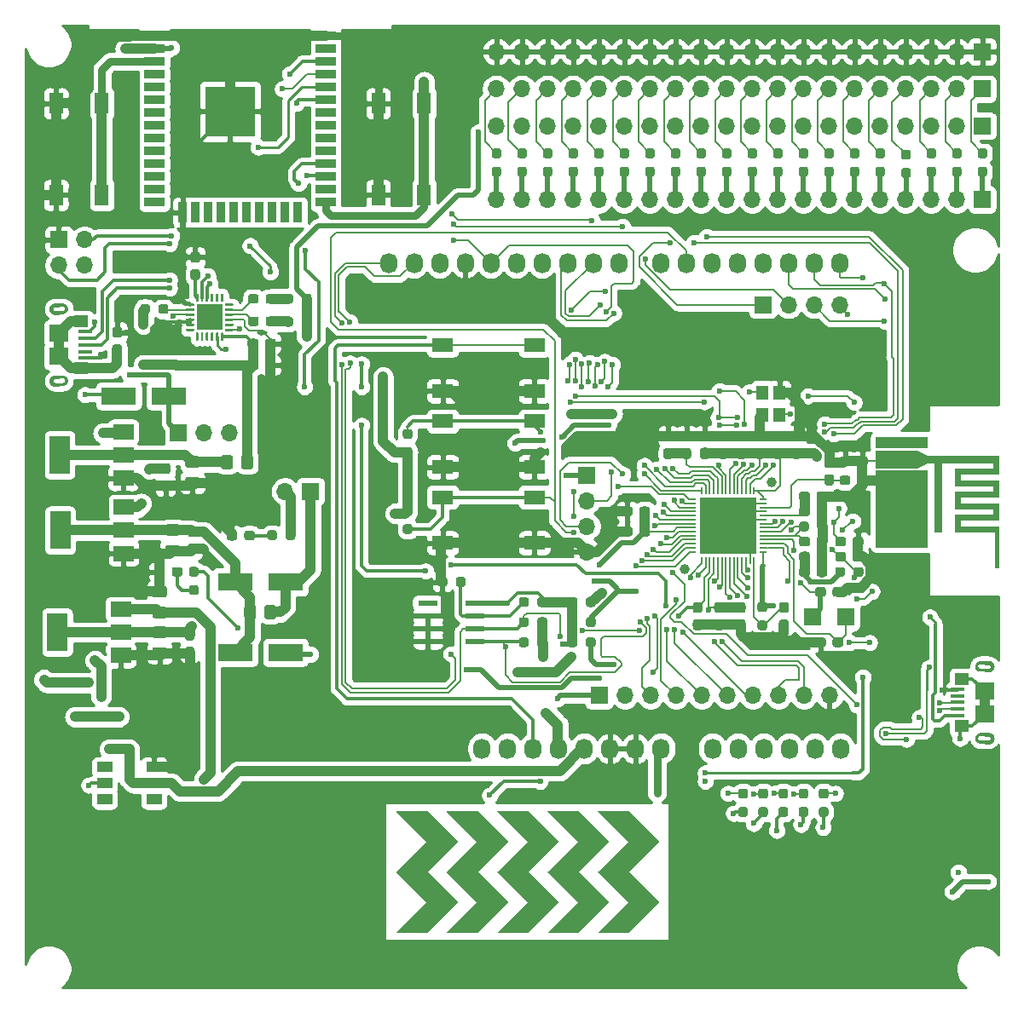
<source format=gbr>
%TF.GenerationSoftware,KiCad,Pcbnew,(5.1.12)-1*%
%TF.CreationDate,2022-03-24T21:15:52-05:00*%
%TF.ProjectId,Psoc-CTF,50736f63-2d43-4544-962e-6b696361645f,rev?*%
%TF.SameCoordinates,Original*%
%TF.FileFunction,Copper,L1,Top*%
%TF.FilePolarity,Positive*%
%FSLAX46Y46*%
G04 Gerber Fmt 4.6, Leading zero omitted, Abs format (unit mm)*
G04 Created by KiCad (PCBNEW (5.1.12)-1) date 2022-03-24 21:15:52*
%MOMM*%
%LPD*%
G01*
G04 APERTURE LIST*
%TA.AperFunction,EtchedComponent*%
%ADD10C,0.001000*%
%TD*%
%TA.AperFunction,EtchedComponent*%
%ADD11C,0.100000*%
%TD*%
%TA.AperFunction,SMDPad,CuDef*%
%ADD12C,1.000000*%
%TD*%
%TA.AperFunction,SMDPad,CuDef*%
%ADD13R,5.700000X5.700000*%
%TD*%
%TA.AperFunction,SMDPad,CuDef*%
%ADD14O,0.200000X0.800000*%
%TD*%
%TA.AperFunction,SMDPad,CuDef*%
%ADD15O,0.800000X0.200000*%
%TD*%
%TA.AperFunction,SMDPad,CuDef*%
%ADD16R,2.600000X2.600000*%
%TD*%
%TA.AperFunction,SMDPad,CuDef*%
%ADD17R,2.000000X1.500000*%
%TD*%
%TA.AperFunction,SMDPad,CuDef*%
%ADD18R,2.000000X3.800000*%
%TD*%
%TA.AperFunction,SMDPad,CuDef*%
%ADD19C,0.100000*%
%TD*%
%TA.AperFunction,SMDPad,CuDef*%
%ADD20R,1.900000X1.750000*%
%TD*%
%TA.AperFunction,SMDPad,CuDef*%
%ADD21R,1.450000X1.150000*%
%TD*%
%TA.AperFunction,SMDPad,CuDef*%
%ADD22R,1.400000X0.400000*%
%TD*%
%TA.AperFunction,SMDPad,CuDef*%
%ADD23R,3.500000X1.800000*%
%TD*%
%TA.AperFunction,SMDPad,CuDef*%
%ADD24R,2.100000X1.400000*%
%TD*%
%TA.AperFunction,ComponentPad*%
%ADD25O,1.700000X1.700000*%
%TD*%
%TA.AperFunction,ComponentPad*%
%ADD26R,1.700000X1.700000*%
%TD*%
%TA.AperFunction,SMDPad,CuDef*%
%ADD27R,1.500000X1.000000*%
%TD*%
%TA.AperFunction,SMDPad,CuDef*%
%ADD28R,1.750000X1.800000*%
%TD*%
%TA.AperFunction,SMDPad,CuDef*%
%ADD29R,1.200000X1.400000*%
%TD*%
%TA.AperFunction,SMDPad,CuDef*%
%ADD30R,1.981200X0.558800*%
%TD*%
%TA.AperFunction,SMDPad,CuDef*%
%ADD31R,2.000000X0.900000*%
%TD*%
%TA.AperFunction,SMDPad,CuDef*%
%ADD32R,0.900000X2.000000*%
%TD*%
%TA.AperFunction,SMDPad,CuDef*%
%ADD33R,5.000000X5.000000*%
%TD*%
%TA.AperFunction,SMDPad,CuDef*%
%ADD34R,1.400000X2.100000*%
%TD*%
%TA.AperFunction,ComponentPad*%
%ADD35O,1.727200X2.032000*%
%TD*%
%TA.AperFunction,SMDPad,CuDef*%
%ADD36R,1.524000X1.524000*%
%TD*%
%TA.AperFunction,ViaPad*%
%ADD37C,0.600000*%
%TD*%
%TA.AperFunction,ViaPad*%
%ADD38C,0.500000*%
%TD*%
%TA.AperFunction,Conductor*%
%ADD39C,1.000000*%
%TD*%
%TA.AperFunction,Conductor*%
%ADD40C,0.300000*%
%TD*%
%TA.AperFunction,Conductor*%
%ADD41C,0.200000*%
%TD*%
%TA.AperFunction,Conductor*%
%ADD42C,0.500000*%
%TD*%
%TA.AperFunction,Conductor*%
%ADD43C,0.800000*%
%TD*%
%TA.AperFunction,Conductor*%
%ADD44C,0.250000*%
%TD*%
%TA.AperFunction,Conductor*%
%ADD45C,0.254000*%
%TD*%
%TA.AperFunction,Conductor*%
%ADD46C,0.100000*%
%TD*%
G04 APERTURE END LIST*
D10*
%TO.C,J12*%
G36*
X116998000Y-75451000D02*
G01*
X116598000Y-75451000D01*
X116586000Y-75451000D01*
X116574000Y-75450000D01*
X116563000Y-75448000D01*
X116551000Y-75446000D01*
X116540000Y-75443000D01*
X116528000Y-75440000D01*
X116517000Y-75436000D01*
X116506000Y-75432000D01*
X116496000Y-75426000D01*
X116486000Y-75421000D01*
X116475000Y-75415000D01*
X116466000Y-75408000D01*
X116456000Y-75401000D01*
X116447000Y-75393000D01*
X116439000Y-75385000D01*
X116431000Y-75377000D01*
X116423000Y-75368000D01*
X116416000Y-75358000D01*
X116409000Y-75349000D01*
X116403000Y-75338000D01*
X116398000Y-75328000D01*
X116392000Y-75318000D01*
X116388000Y-75307000D01*
X116384000Y-75296000D01*
X116381000Y-75284000D01*
X116378000Y-75273000D01*
X116376000Y-75261000D01*
X116374000Y-75250000D01*
X116373000Y-75238000D01*
X116373000Y-75226000D01*
X116373000Y-75214000D01*
X116374000Y-75202000D01*
X116376000Y-75191000D01*
X116378000Y-75179000D01*
X116381000Y-75168000D01*
X116384000Y-75156000D01*
X116388000Y-75145000D01*
X116392000Y-75134000D01*
X116398000Y-75124000D01*
X116403000Y-75113000D01*
X116409000Y-75103000D01*
X116416000Y-75094000D01*
X116423000Y-75084000D01*
X116431000Y-75075000D01*
X116439000Y-75067000D01*
X116447000Y-75059000D01*
X116456000Y-75051000D01*
X116466000Y-75044000D01*
X116475000Y-75037000D01*
X116485000Y-75031000D01*
X116496000Y-75026000D01*
X116506000Y-75020000D01*
X116517000Y-75016000D01*
X116528000Y-75012000D01*
X116540000Y-75009000D01*
X116551000Y-75006000D01*
X116563000Y-75004000D01*
X116574000Y-75002000D01*
X116586000Y-75001000D01*
X116598000Y-75001000D01*
X116998000Y-75001000D01*
X116998000Y-74701000D01*
X116648000Y-74701000D01*
X116623000Y-74700000D01*
X116594000Y-74701000D01*
X116565000Y-74703000D01*
X116537000Y-74707000D01*
X116509000Y-74712000D01*
X116481000Y-74719000D01*
X116453000Y-74727000D01*
X116426000Y-74737000D01*
X116399000Y-74748000D01*
X116373000Y-74760000D01*
X116348000Y-74774000D01*
X116323000Y-74789000D01*
X116299000Y-74806000D01*
X116277000Y-74823000D01*
X116255000Y-74842000D01*
X116234000Y-74862000D01*
X116214000Y-74883000D01*
X116195000Y-74905000D01*
X116178000Y-74927000D01*
X116161000Y-74951000D01*
X116146000Y-74976000D01*
X116132000Y-75001000D01*
X116120000Y-75027000D01*
X116109000Y-75054000D01*
X116099000Y-75081000D01*
X116091000Y-75109000D01*
X116084000Y-75137000D01*
X116079000Y-75165000D01*
X116075000Y-75193000D01*
X116073000Y-75226000D01*
X116074000Y-75253000D01*
X116076000Y-75281000D01*
X116079000Y-75308000D01*
X116084000Y-75335000D01*
X116091000Y-75362000D01*
X116099000Y-75388000D01*
X116108000Y-75414000D01*
X116118000Y-75440000D01*
X116130000Y-75464000D01*
X116143000Y-75488000D01*
X116158000Y-75512000D01*
X116173000Y-75535000D01*
X116190000Y-75556000D01*
X116208000Y-75577000D01*
X116227000Y-75597000D01*
X116247000Y-75616000D01*
X116268000Y-75634000D01*
X116289000Y-75651000D01*
X116312000Y-75666000D01*
X116336000Y-75681000D01*
X116360000Y-75694000D01*
X116384000Y-75706000D01*
X116410000Y-75716000D01*
X116436000Y-75725000D01*
X116462000Y-75733000D01*
X116489000Y-75740000D01*
X116516000Y-75745000D01*
X116543000Y-75748000D01*
X116571000Y-75750000D01*
X116598000Y-75751000D01*
X116998000Y-75751000D01*
X116998000Y-75451000D01*
G37*
X116998000Y-75451000D02*
X116598000Y-75451000D01*
X116586000Y-75451000D01*
X116574000Y-75450000D01*
X116563000Y-75448000D01*
X116551000Y-75446000D01*
X116540000Y-75443000D01*
X116528000Y-75440000D01*
X116517000Y-75436000D01*
X116506000Y-75432000D01*
X116496000Y-75426000D01*
X116486000Y-75421000D01*
X116475000Y-75415000D01*
X116466000Y-75408000D01*
X116456000Y-75401000D01*
X116447000Y-75393000D01*
X116439000Y-75385000D01*
X116431000Y-75377000D01*
X116423000Y-75368000D01*
X116416000Y-75358000D01*
X116409000Y-75349000D01*
X116403000Y-75338000D01*
X116398000Y-75328000D01*
X116392000Y-75318000D01*
X116388000Y-75307000D01*
X116384000Y-75296000D01*
X116381000Y-75284000D01*
X116378000Y-75273000D01*
X116376000Y-75261000D01*
X116374000Y-75250000D01*
X116373000Y-75238000D01*
X116373000Y-75226000D01*
X116373000Y-75214000D01*
X116374000Y-75202000D01*
X116376000Y-75191000D01*
X116378000Y-75179000D01*
X116381000Y-75168000D01*
X116384000Y-75156000D01*
X116388000Y-75145000D01*
X116392000Y-75134000D01*
X116398000Y-75124000D01*
X116403000Y-75113000D01*
X116409000Y-75103000D01*
X116416000Y-75094000D01*
X116423000Y-75084000D01*
X116431000Y-75075000D01*
X116439000Y-75067000D01*
X116447000Y-75059000D01*
X116456000Y-75051000D01*
X116466000Y-75044000D01*
X116475000Y-75037000D01*
X116485000Y-75031000D01*
X116496000Y-75026000D01*
X116506000Y-75020000D01*
X116517000Y-75016000D01*
X116528000Y-75012000D01*
X116540000Y-75009000D01*
X116551000Y-75006000D01*
X116563000Y-75004000D01*
X116574000Y-75002000D01*
X116586000Y-75001000D01*
X116598000Y-75001000D01*
X116998000Y-75001000D01*
X116998000Y-74701000D01*
X116648000Y-74701000D01*
X116623000Y-74700000D01*
X116594000Y-74701000D01*
X116565000Y-74703000D01*
X116537000Y-74707000D01*
X116509000Y-74712000D01*
X116481000Y-74719000D01*
X116453000Y-74727000D01*
X116426000Y-74737000D01*
X116399000Y-74748000D01*
X116373000Y-74760000D01*
X116348000Y-74774000D01*
X116323000Y-74789000D01*
X116299000Y-74806000D01*
X116277000Y-74823000D01*
X116255000Y-74842000D01*
X116234000Y-74862000D01*
X116214000Y-74883000D01*
X116195000Y-74905000D01*
X116178000Y-74927000D01*
X116161000Y-74951000D01*
X116146000Y-74976000D01*
X116132000Y-75001000D01*
X116120000Y-75027000D01*
X116109000Y-75054000D01*
X116099000Y-75081000D01*
X116091000Y-75109000D01*
X116084000Y-75137000D01*
X116079000Y-75165000D01*
X116075000Y-75193000D01*
X116073000Y-75226000D01*
X116074000Y-75253000D01*
X116076000Y-75281000D01*
X116079000Y-75308000D01*
X116084000Y-75335000D01*
X116091000Y-75362000D01*
X116099000Y-75388000D01*
X116108000Y-75414000D01*
X116118000Y-75440000D01*
X116130000Y-75464000D01*
X116143000Y-75488000D01*
X116158000Y-75512000D01*
X116173000Y-75535000D01*
X116190000Y-75556000D01*
X116208000Y-75577000D01*
X116227000Y-75597000D01*
X116247000Y-75616000D01*
X116268000Y-75634000D01*
X116289000Y-75651000D01*
X116312000Y-75666000D01*
X116336000Y-75681000D01*
X116360000Y-75694000D01*
X116384000Y-75706000D01*
X116410000Y-75716000D01*
X116436000Y-75725000D01*
X116462000Y-75733000D01*
X116489000Y-75740000D01*
X116516000Y-75745000D01*
X116543000Y-75748000D01*
X116571000Y-75750000D01*
X116598000Y-75751000D01*
X116998000Y-75751000D01*
X116998000Y-75451000D01*
G36*
X116998000Y-82601000D02*
G01*
X116598000Y-82601000D01*
X116586000Y-82601000D01*
X116574000Y-82600000D01*
X116563000Y-82598000D01*
X116551000Y-82596000D01*
X116540000Y-82593000D01*
X116528000Y-82590000D01*
X116517000Y-82586000D01*
X116506000Y-82582000D01*
X116496000Y-82576000D01*
X116485000Y-82571000D01*
X116475000Y-82565000D01*
X116466000Y-82558000D01*
X116456000Y-82551000D01*
X116447000Y-82543000D01*
X116439000Y-82535000D01*
X116431000Y-82527000D01*
X116423000Y-82518000D01*
X116416000Y-82508000D01*
X116409000Y-82499000D01*
X116403000Y-82489000D01*
X116398000Y-82478000D01*
X116392000Y-82468000D01*
X116388000Y-82457000D01*
X116384000Y-82446000D01*
X116381000Y-82434000D01*
X116378000Y-82423000D01*
X116376000Y-82411000D01*
X116374000Y-82400000D01*
X116373000Y-82388000D01*
X116373000Y-82376000D01*
X116373000Y-82364000D01*
X116374000Y-82352000D01*
X116376000Y-82341000D01*
X116378000Y-82329000D01*
X116381000Y-82318000D01*
X116384000Y-82306000D01*
X116388000Y-82295000D01*
X116392000Y-82284000D01*
X116398000Y-82274000D01*
X116403000Y-82264000D01*
X116409000Y-82253000D01*
X116416000Y-82244000D01*
X116423000Y-82234000D01*
X116431000Y-82225000D01*
X116439000Y-82217000D01*
X116447000Y-82209000D01*
X116456000Y-82201000D01*
X116466000Y-82194000D01*
X116475000Y-82187000D01*
X116486000Y-82181000D01*
X116496000Y-82176000D01*
X116506000Y-82170000D01*
X116517000Y-82166000D01*
X116528000Y-82162000D01*
X116540000Y-82159000D01*
X116551000Y-82156000D01*
X116563000Y-82154000D01*
X116574000Y-82152000D01*
X116586000Y-82151000D01*
X116598000Y-82151000D01*
X116998000Y-82151000D01*
X116998000Y-81851000D01*
X116648000Y-81851000D01*
X116623000Y-81850000D01*
X116594000Y-81851000D01*
X116565000Y-81853000D01*
X116537000Y-81857000D01*
X116509000Y-81862000D01*
X116481000Y-81869000D01*
X116453000Y-81877000D01*
X116426000Y-81887000D01*
X116399000Y-81898000D01*
X116373000Y-81910000D01*
X116348000Y-81924000D01*
X116323000Y-81939000D01*
X116299000Y-81956000D01*
X116277000Y-81973000D01*
X116255000Y-81992000D01*
X116234000Y-82012000D01*
X116214000Y-82033000D01*
X116195000Y-82055000D01*
X116178000Y-82077000D01*
X116161000Y-82101000D01*
X116146000Y-82126000D01*
X116132000Y-82151000D01*
X116120000Y-82177000D01*
X116109000Y-82204000D01*
X116099000Y-82231000D01*
X116091000Y-82259000D01*
X116084000Y-82287000D01*
X116079000Y-82315000D01*
X116075000Y-82343000D01*
X116073000Y-82376000D01*
X116074000Y-82403000D01*
X116076000Y-82431000D01*
X116079000Y-82458000D01*
X116084000Y-82485000D01*
X116091000Y-82512000D01*
X116099000Y-82538000D01*
X116108000Y-82564000D01*
X116118000Y-82590000D01*
X116130000Y-82614000D01*
X116143000Y-82638000D01*
X116158000Y-82662000D01*
X116173000Y-82685000D01*
X116190000Y-82706000D01*
X116208000Y-82727000D01*
X116227000Y-82747000D01*
X116247000Y-82766000D01*
X116268000Y-82784000D01*
X116289000Y-82801000D01*
X116312000Y-82816000D01*
X116335000Y-82831000D01*
X116360000Y-82844000D01*
X116384000Y-82856000D01*
X116410000Y-82866000D01*
X116436000Y-82875000D01*
X116462000Y-82883000D01*
X116489000Y-82890000D01*
X116516000Y-82895000D01*
X116543000Y-82898000D01*
X116571000Y-82900000D01*
X116598000Y-82901000D01*
X116998000Y-82901000D01*
X116998000Y-82601000D01*
G37*
X116998000Y-82601000D02*
X116598000Y-82601000D01*
X116586000Y-82601000D01*
X116574000Y-82600000D01*
X116563000Y-82598000D01*
X116551000Y-82596000D01*
X116540000Y-82593000D01*
X116528000Y-82590000D01*
X116517000Y-82586000D01*
X116506000Y-82582000D01*
X116496000Y-82576000D01*
X116485000Y-82571000D01*
X116475000Y-82565000D01*
X116466000Y-82558000D01*
X116456000Y-82551000D01*
X116447000Y-82543000D01*
X116439000Y-82535000D01*
X116431000Y-82527000D01*
X116423000Y-82518000D01*
X116416000Y-82508000D01*
X116409000Y-82499000D01*
X116403000Y-82489000D01*
X116398000Y-82478000D01*
X116392000Y-82468000D01*
X116388000Y-82457000D01*
X116384000Y-82446000D01*
X116381000Y-82434000D01*
X116378000Y-82423000D01*
X116376000Y-82411000D01*
X116374000Y-82400000D01*
X116373000Y-82388000D01*
X116373000Y-82376000D01*
X116373000Y-82364000D01*
X116374000Y-82352000D01*
X116376000Y-82341000D01*
X116378000Y-82329000D01*
X116381000Y-82318000D01*
X116384000Y-82306000D01*
X116388000Y-82295000D01*
X116392000Y-82284000D01*
X116398000Y-82274000D01*
X116403000Y-82264000D01*
X116409000Y-82253000D01*
X116416000Y-82244000D01*
X116423000Y-82234000D01*
X116431000Y-82225000D01*
X116439000Y-82217000D01*
X116447000Y-82209000D01*
X116456000Y-82201000D01*
X116466000Y-82194000D01*
X116475000Y-82187000D01*
X116486000Y-82181000D01*
X116496000Y-82176000D01*
X116506000Y-82170000D01*
X116517000Y-82166000D01*
X116528000Y-82162000D01*
X116540000Y-82159000D01*
X116551000Y-82156000D01*
X116563000Y-82154000D01*
X116574000Y-82152000D01*
X116586000Y-82151000D01*
X116598000Y-82151000D01*
X116998000Y-82151000D01*
X116998000Y-81851000D01*
X116648000Y-81851000D01*
X116623000Y-81850000D01*
X116594000Y-81851000D01*
X116565000Y-81853000D01*
X116537000Y-81857000D01*
X116509000Y-81862000D01*
X116481000Y-81869000D01*
X116453000Y-81877000D01*
X116426000Y-81887000D01*
X116399000Y-81898000D01*
X116373000Y-81910000D01*
X116348000Y-81924000D01*
X116323000Y-81939000D01*
X116299000Y-81956000D01*
X116277000Y-81973000D01*
X116255000Y-81992000D01*
X116234000Y-82012000D01*
X116214000Y-82033000D01*
X116195000Y-82055000D01*
X116178000Y-82077000D01*
X116161000Y-82101000D01*
X116146000Y-82126000D01*
X116132000Y-82151000D01*
X116120000Y-82177000D01*
X116109000Y-82204000D01*
X116099000Y-82231000D01*
X116091000Y-82259000D01*
X116084000Y-82287000D01*
X116079000Y-82315000D01*
X116075000Y-82343000D01*
X116073000Y-82376000D01*
X116074000Y-82403000D01*
X116076000Y-82431000D01*
X116079000Y-82458000D01*
X116084000Y-82485000D01*
X116091000Y-82512000D01*
X116099000Y-82538000D01*
X116108000Y-82564000D01*
X116118000Y-82590000D01*
X116130000Y-82614000D01*
X116143000Y-82638000D01*
X116158000Y-82662000D01*
X116173000Y-82685000D01*
X116190000Y-82706000D01*
X116208000Y-82727000D01*
X116227000Y-82747000D01*
X116247000Y-82766000D01*
X116268000Y-82784000D01*
X116289000Y-82801000D01*
X116312000Y-82816000D01*
X116335000Y-82831000D01*
X116360000Y-82844000D01*
X116384000Y-82856000D01*
X116410000Y-82866000D01*
X116436000Y-82875000D01*
X116462000Y-82883000D01*
X116489000Y-82890000D01*
X116516000Y-82895000D01*
X116543000Y-82898000D01*
X116571000Y-82900000D01*
X116598000Y-82901000D01*
X116998000Y-82901000D01*
X116998000Y-82601000D01*
%TO.C,J5*%
G36*
X208914500Y-110535999D02*
G01*
X209314500Y-110535999D01*
X209326500Y-110535999D01*
X209338500Y-110536999D01*
X209349500Y-110538999D01*
X209361500Y-110540999D01*
X209372500Y-110543999D01*
X209384500Y-110546999D01*
X209395500Y-110550999D01*
X209406500Y-110554999D01*
X209416500Y-110560999D01*
X209427500Y-110565999D01*
X209437500Y-110571999D01*
X209446500Y-110578999D01*
X209456500Y-110585999D01*
X209465500Y-110593999D01*
X209473500Y-110601999D01*
X209481500Y-110609999D01*
X209489500Y-110618999D01*
X209496500Y-110628999D01*
X209503500Y-110637999D01*
X209509500Y-110647999D01*
X209514500Y-110658999D01*
X209520500Y-110668999D01*
X209524500Y-110679999D01*
X209528500Y-110690999D01*
X209531500Y-110702999D01*
X209534500Y-110713999D01*
X209536500Y-110725999D01*
X209538500Y-110736999D01*
X209539500Y-110748999D01*
X209539500Y-110760999D01*
X209539500Y-110772999D01*
X209538500Y-110784999D01*
X209536500Y-110795999D01*
X209534500Y-110807999D01*
X209531500Y-110818999D01*
X209528500Y-110830999D01*
X209524500Y-110841999D01*
X209520500Y-110852999D01*
X209514500Y-110862999D01*
X209509500Y-110872999D01*
X209503500Y-110883999D01*
X209496500Y-110892999D01*
X209489500Y-110902999D01*
X209481500Y-110911999D01*
X209473500Y-110919999D01*
X209465500Y-110927999D01*
X209456500Y-110935999D01*
X209446500Y-110942999D01*
X209437500Y-110949999D01*
X209426500Y-110955999D01*
X209416500Y-110960999D01*
X209406500Y-110966999D01*
X209395500Y-110970999D01*
X209384500Y-110974999D01*
X209372500Y-110977999D01*
X209361500Y-110980999D01*
X209349500Y-110982999D01*
X209338500Y-110984999D01*
X209326500Y-110985999D01*
X209314500Y-110985999D01*
X208914500Y-110985999D01*
X208914500Y-111285999D01*
X209264500Y-111285999D01*
X209289500Y-111286999D01*
X209318500Y-111285999D01*
X209347500Y-111283999D01*
X209375500Y-111279999D01*
X209403500Y-111274999D01*
X209431500Y-111267999D01*
X209459500Y-111259999D01*
X209486500Y-111249999D01*
X209513500Y-111238999D01*
X209539500Y-111226999D01*
X209564500Y-111212999D01*
X209589500Y-111197999D01*
X209613500Y-111180999D01*
X209635500Y-111163999D01*
X209657500Y-111144999D01*
X209678500Y-111124999D01*
X209698500Y-111103999D01*
X209717500Y-111081999D01*
X209734500Y-111059999D01*
X209751500Y-111035999D01*
X209766500Y-111010999D01*
X209780500Y-110985999D01*
X209792500Y-110959999D01*
X209803500Y-110932999D01*
X209813500Y-110905999D01*
X209821500Y-110877999D01*
X209828500Y-110849999D01*
X209833500Y-110821999D01*
X209837500Y-110793999D01*
X209839500Y-110760999D01*
X209838500Y-110733999D01*
X209836500Y-110705999D01*
X209833500Y-110678999D01*
X209828500Y-110651999D01*
X209821500Y-110624999D01*
X209813500Y-110598999D01*
X209804500Y-110572999D01*
X209794500Y-110546999D01*
X209782500Y-110522999D01*
X209769500Y-110498999D01*
X209754500Y-110474999D01*
X209739500Y-110451999D01*
X209722500Y-110430999D01*
X209704500Y-110409999D01*
X209685500Y-110389999D01*
X209665500Y-110370999D01*
X209644500Y-110352999D01*
X209623500Y-110335999D01*
X209600500Y-110320999D01*
X209577500Y-110305999D01*
X209552500Y-110292999D01*
X209528500Y-110280999D01*
X209502500Y-110270999D01*
X209476500Y-110261999D01*
X209450500Y-110253999D01*
X209423500Y-110246999D01*
X209396500Y-110241999D01*
X209369500Y-110238999D01*
X209341500Y-110236999D01*
X209314500Y-110235999D01*
X208914500Y-110235999D01*
X208914500Y-110535999D01*
G37*
X208914500Y-110535999D02*
X209314500Y-110535999D01*
X209326500Y-110535999D01*
X209338500Y-110536999D01*
X209349500Y-110538999D01*
X209361500Y-110540999D01*
X209372500Y-110543999D01*
X209384500Y-110546999D01*
X209395500Y-110550999D01*
X209406500Y-110554999D01*
X209416500Y-110560999D01*
X209427500Y-110565999D01*
X209437500Y-110571999D01*
X209446500Y-110578999D01*
X209456500Y-110585999D01*
X209465500Y-110593999D01*
X209473500Y-110601999D01*
X209481500Y-110609999D01*
X209489500Y-110618999D01*
X209496500Y-110628999D01*
X209503500Y-110637999D01*
X209509500Y-110647999D01*
X209514500Y-110658999D01*
X209520500Y-110668999D01*
X209524500Y-110679999D01*
X209528500Y-110690999D01*
X209531500Y-110702999D01*
X209534500Y-110713999D01*
X209536500Y-110725999D01*
X209538500Y-110736999D01*
X209539500Y-110748999D01*
X209539500Y-110760999D01*
X209539500Y-110772999D01*
X209538500Y-110784999D01*
X209536500Y-110795999D01*
X209534500Y-110807999D01*
X209531500Y-110818999D01*
X209528500Y-110830999D01*
X209524500Y-110841999D01*
X209520500Y-110852999D01*
X209514500Y-110862999D01*
X209509500Y-110872999D01*
X209503500Y-110883999D01*
X209496500Y-110892999D01*
X209489500Y-110902999D01*
X209481500Y-110911999D01*
X209473500Y-110919999D01*
X209465500Y-110927999D01*
X209456500Y-110935999D01*
X209446500Y-110942999D01*
X209437500Y-110949999D01*
X209426500Y-110955999D01*
X209416500Y-110960999D01*
X209406500Y-110966999D01*
X209395500Y-110970999D01*
X209384500Y-110974999D01*
X209372500Y-110977999D01*
X209361500Y-110980999D01*
X209349500Y-110982999D01*
X209338500Y-110984999D01*
X209326500Y-110985999D01*
X209314500Y-110985999D01*
X208914500Y-110985999D01*
X208914500Y-111285999D01*
X209264500Y-111285999D01*
X209289500Y-111286999D01*
X209318500Y-111285999D01*
X209347500Y-111283999D01*
X209375500Y-111279999D01*
X209403500Y-111274999D01*
X209431500Y-111267999D01*
X209459500Y-111259999D01*
X209486500Y-111249999D01*
X209513500Y-111238999D01*
X209539500Y-111226999D01*
X209564500Y-111212999D01*
X209589500Y-111197999D01*
X209613500Y-111180999D01*
X209635500Y-111163999D01*
X209657500Y-111144999D01*
X209678500Y-111124999D01*
X209698500Y-111103999D01*
X209717500Y-111081999D01*
X209734500Y-111059999D01*
X209751500Y-111035999D01*
X209766500Y-111010999D01*
X209780500Y-110985999D01*
X209792500Y-110959999D01*
X209803500Y-110932999D01*
X209813500Y-110905999D01*
X209821500Y-110877999D01*
X209828500Y-110849999D01*
X209833500Y-110821999D01*
X209837500Y-110793999D01*
X209839500Y-110760999D01*
X209838500Y-110733999D01*
X209836500Y-110705999D01*
X209833500Y-110678999D01*
X209828500Y-110651999D01*
X209821500Y-110624999D01*
X209813500Y-110598999D01*
X209804500Y-110572999D01*
X209794500Y-110546999D01*
X209782500Y-110522999D01*
X209769500Y-110498999D01*
X209754500Y-110474999D01*
X209739500Y-110451999D01*
X209722500Y-110430999D01*
X209704500Y-110409999D01*
X209685500Y-110389999D01*
X209665500Y-110370999D01*
X209644500Y-110352999D01*
X209623500Y-110335999D01*
X209600500Y-110320999D01*
X209577500Y-110305999D01*
X209552500Y-110292999D01*
X209528500Y-110280999D01*
X209502500Y-110270999D01*
X209476500Y-110261999D01*
X209450500Y-110253999D01*
X209423500Y-110246999D01*
X209396500Y-110241999D01*
X209369500Y-110238999D01*
X209341500Y-110236999D01*
X209314500Y-110235999D01*
X208914500Y-110235999D01*
X208914500Y-110535999D01*
G36*
X208914500Y-117685999D02*
G01*
X209314500Y-117685999D01*
X209326500Y-117685999D01*
X209338500Y-117686999D01*
X209349500Y-117688999D01*
X209361500Y-117690999D01*
X209372500Y-117693999D01*
X209384500Y-117696999D01*
X209395500Y-117700999D01*
X209406500Y-117704999D01*
X209416500Y-117710999D01*
X209426500Y-117715999D01*
X209437500Y-117721999D01*
X209446500Y-117728999D01*
X209456500Y-117735999D01*
X209465500Y-117743999D01*
X209473500Y-117751999D01*
X209481500Y-117759999D01*
X209489500Y-117768999D01*
X209496500Y-117778999D01*
X209503500Y-117787999D01*
X209509500Y-117798999D01*
X209514500Y-117808999D01*
X209520500Y-117818999D01*
X209524500Y-117829999D01*
X209528500Y-117840999D01*
X209531500Y-117852999D01*
X209534500Y-117863999D01*
X209536500Y-117875999D01*
X209538500Y-117886999D01*
X209539500Y-117898999D01*
X209539500Y-117910999D01*
X209539500Y-117922999D01*
X209538500Y-117934999D01*
X209536500Y-117945999D01*
X209534500Y-117957999D01*
X209531500Y-117968999D01*
X209528500Y-117980999D01*
X209524500Y-117991999D01*
X209520500Y-118002999D01*
X209514500Y-118012999D01*
X209509500Y-118023999D01*
X209503500Y-118033999D01*
X209496500Y-118042999D01*
X209489500Y-118052999D01*
X209481500Y-118061999D01*
X209473500Y-118069999D01*
X209465500Y-118077999D01*
X209456500Y-118085999D01*
X209446500Y-118092999D01*
X209437500Y-118099999D01*
X209427500Y-118105999D01*
X209416500Y-118110999D01*
X209406500Y-118116999D01*
X209395500Y-118120999D01*
X209384500Y-118124999D01*
X209372500Y-118127999D01*
X209361500Y-118130999D01*
X209349500Y-118132999D01*
X209338500Y-118134999D01*
X209326500Y-118135999D01*
X209314500Y-118135999D01*
X208914500Y-118135999D01*
X208914500Y-118435999D01*
X209264500Y-118435999D01*
X209289500Y-118436999D01*
X209318500Y-118435999D01*
X209347500Y-118433999D01*
X209375500Y-118429999D01*
X209403500Y-118424999D01*
X209431500Y-118417999D01*
X209459500Y-118409999D01*
X209486500Y-118399999D01*
X209513500Y-118388999D01*
X209539500Y-118376999D01*
X209564500Y-118362999D01*
X209589500Y-118347999D01*
X209613500Y-118330999D01*
X209635500Y-118313999D01*
X209657500Y-118294999D01*
X209678500Y-118274999D01*
X209698500Y-118253999D01*
X209717500Y-118231999D01*
X209734500Y-118209999D01*
X209751500Y-118185999D01*
X209766500Y-118160999D01*
X209780500Y-118135999D01*
X209792500Y-118109999D01*
X209803500Y-118082999D01*
X209813500Y-118055999D01*
X209821500Y-118027999D01*
X209828500Y-117999999D01*
X209833500Y-117971999D01*
X209837500Y-117943999D01*
X209839500Y-117910999D01*
X209838500Y-117883999D01*
X209836500Y-117855999D01*
X209833500Y-117828999D01*
X209828500Y-117801999D01*
X209821500Y-117774999D01*
X209813500Y-117748999D01*
X209804500Y-117722999D01*
X209794500Y-117696999D01*
X209782500Y-117672999D01*
X209769500Y-117648999D01*
X209754500Y-117624999D01*
X209739500Y-117601999D01*
X209722500Y-117580999D01*
X209704500Y-117559999D01*
X209685500Y-117539999D01*
X209665500Y-117520999D01*
X209644500Y-117502999D01*
X209623500Y-117485999D01*
X209600500Y-117470999D01*
X209576500Y-117455999D01*
X209552500Y-117442999D01*
X209528500Y-117430999D01*
X209502500Y-117420999D01*
X209476500Y-117411999D01*
X209450500Y-117403999D01*
X209423500Y-117396999D01*
X209396500Y-117391999D01*
X209369500Y-117388999D01*
X209341500Y-117386999D01*
X209314500Y-117385999D01*
X208914500Y-117385999D01*
X208914500Y-117685999D01*
G37*
X208914500Y-117685999D02*
X209314500Y-117685999D01*
X209326500Y-117685999D01*
X209338500Y-117686999D01*
X209349500Y-117688999D01*
X209361500Y-117690999D01*
X209372500Y-117693999D01*
X209384500Y-117696999D01*
X209395500Y-117700999D01*
X209406500Y-117704999D01*
X209416500Y-117710999D01*
X209426500Y-117715999D01*
X209437500Y-117721999D01*
X209446500Y-117728999D01*
X209456500Y-117735999D01*
X209465500Y-117743999D01*
X209473500Y-117751999D01*
X209481500Y-117759999D01*
X209489500Y-117768999D01*
X209496500Y-117778999D01*
X209503500Y-117787999D01*
X209509500Y-117798999D01*
X209514500Y-117808999D01*
X209520500Y-117818999D01*
X209524500Y-117829999D01*
X209528500Y-117840999D01*
X209531500Y-117852999D01*
X209534500Y-117863999D01*
X209536500Y-117875999D01*
X209538500Y-117886999D01*
X209539500Y-117898999D01*
X209539500Y-117910999D01*
X209539500Y-117922999D01*
X209538500Y-117934999D01*
X209536500Y-117945999D01*
X209534500Y-117957999D01*
X209531500Y-117968999D01*
X209528500Y-117980999D01*
X209524500Y-117991999D01*
X209520500Y-118002999D01*
X209514500Y-118012999D01*
X209509500Y-118023999D01*
X209503500Y-118033999D01*
X209496500Y-118042999D01*
X209489500Y-118052999D01*
X209481500Y-118061999D01*
X209473500Y-118069999D01*
X209465500Y-118077999D01*
X209456500Y-118085999D01*
X209446500Y-118092999D01*
X209437500Y-118099999D01*
X209427500Y-118105999D01*
X209416500Y-118110999D01*
X209406500Y-118116999D01*
X209395500Y-118120999D01*
X209384500Y-118124999D01*
X209372500Y-118127999D01*
X209361500Y-118130999D01*
X209349500Y-118132999D01*
X209338500Y-118134999D01*
X209326500Y-118135999D01*
X209314500Y-118135999D01*
X208914500Y-118135999D01*
X208914500Y-118435999D01*
X209264500Y-118435999D01*
X209289500Y-118436999D01*
X209318500Y-118435999D01*
X209347500Y-118433999D01*
X209375500Y-118429999D01*
X209403500Y-118424999D01*
X209431500Y-118417999D01*
X209459500Y-118409999D01*
X209486500Y-118399999D01*
X209513500Y-118388999D01*
X209539500Y-118376999D01*
X209564500Y-118362999D01*
X209589500Y-118347999D01*
X209613500Y-118330999D01*
X209635500Y-118313999D01*
X209657500Y-118294999D01*
X209678500Y-118274999D01*
X209698500Y-118253999D01*
X209717500Y-118231999D01*
X209734500Y-118209999D01*
X209751500Y-118185999D01*
X209766500Y-118160999D01*
X209780500Y-118135999D01*
X209792500Y-118109999D01*
X209803500Y-118082999D01*
X209813500Y-118055999D01*
X209821500Y-118027999D01*
X209828500Y-117999999D01*
X209833500Y-117971999D01*
X209837500Y-117943999D01*
X209839500Y-117910999D01*
X209838500Y-117883999D01*
X209836500Y-117855999D01*
X209833500Y-117828999D01*
X209828500Y-117801999D01*
X209821500Y-117774999D01*
X209813500Y-117748999D01*
X209804500Y-117722999D01*
X209794500Y-117696999D01*
X209782500Y-117672999D01*
X209769500Y-117648999D01*
X209754500Y-117624999D01*
X209739500Y-117601999D01*
X209722500Y-117580999D01*
X209704500Y-117559999D01*
X209685500Y-117539999D01*
X209665500Y-117520999D01*
X209644500Y-117502999D01*
X209623500Y-117485999D01*
X209600500Y-117470999D01*
X209576500Y-117455999D01*
X209552500Y-117442999D01*
X209528500Y-117430999D01*
X209502500Y-117420999D01*
X209476500Y-117411999D01*
X209450500Y-117403999D01*
X209423500Y-117396999D01*
X209396500Y-117391999D01*
X209369500Y-117388999D01*
X209341500Y-117386999D01*
X209314500Y-117385999D01*
X208914500Y-117385999D01*
X208914500Y-117685999D01*
D11*
%TO.C,AE1*%
G36*
X198152000Y-90980801D02*
G01*
X198152000Y-90091801D01*
X198152000Y-89329801D01*
X202216000Y-89329801D01*
X202216000Y-90980801D01*
X198152000Y-90980801D01*
G37*
X198152000Y-90980801D02*
X198152000Y-90091801D01*
X198152000Y-89329801D01*
X202216000Y-89329801D01*
X202216000Y-90980801D01*
X198152000Y-90980801D01*
G36*
X202216000Y-90472801D02*
G01*
X202216000Y-89837801D01*
X203232000Y-89837801D01*
X203232000Y-90472801D01*
X202216000Y-90472801D01*
G37*
X202216000Y-90472801D02*
X202216000Y-89837801D01*
X203232000Y-89837801D01*
X203232000Y-90472801D01*
X202216000Y-90472801D01*
G36*
X202216000Y-89837801D02*
G01*
X202216000Y-89329801D01*
X203232000Y-89837801D01*
X202216000Y-89837801D01*
G37*
X202216000Y-89837801D02*
X202216000Y-89329801D01*
X203232000Y-89837801D01*
X202216000Y-89837801D01*
G36*
X202216000Y-90980801D02*
G01*
X202216000Y-90472801D01*
X203232000Y-90472801D01*
X202216000Y-90980801D01*
G37*
X202216000Y-90980801D02*
X202216000Y-90472801D01*
X203232000Y-90472801D01*
X202216000Y-90980801D01*
G36*
X203232000Y-90345801D02*
G01*
X203232000Y-89837801D01*
X210344000Y-89837801D01*
X210344000Y-90345801D01*
X203232000Y-90345801D01*
G37*
X203232000Y-90345801D02*
X203232000Y-89837801D01*
X210344000Y-89837801D01*
X210344000Y-90345801D01*
X203232000Y-90345801D01*
G36*
X203232000Y-90472801D02*
G01*
X203232000Y-90345801D01*
X210344000Y-90345801D01*
X210344000Y-90472801D01*
X203232000Y-90472801D01*
G37*
X203232000Y-90472801D02*
X203232000Y-90345801D01*
X210344000Y-90345801D01*
X210344000Y-90472801D01*
X203232000Y-90472801D01*
G36*
X209836000Y-91107801D02*
G01*
X209836000Y-90472801D01*
X210344000Y-90472801D01*
X210344000Y-91107801D01*
X209836000Y-91107801D01*
G37*
X209836000Y-91107801D02*
X209836000Y-90472801D01*
X210344000Y-90472801D01*
X210344000Y-91107801D01*
X209836000Y-91107801D01*
G36*
X209836000Y-91615801D02*
G01*
X209836000Y-91107801D01*
X210344000Y-91107801D01*
X210344000Y-91615801D01*
X209836000Y-91615801D01*
G37*
X209836000Y-91615801D02*
X209836000Y-91107801D01*
X210344000Y-91107801D01*
X210344000Y-91615801D01*
X209836000Y-91615801D01*
G36*
X206026000Y-91615801D02*
G01*
X206026000Y-91107801D01*
X209836000Y-91107801D01*
X209836000Y-91615801D01*
X206026000Y-91615801D01*
G37*
X206026000Y-91615801D02*
X206026000Y-91107801D01*
X209836000Y-91107801D01*
X209836000Y-91615801D01*
X206026000Y-91615801D01*
G36*
X206534000Y-92250801D02*
G01*
X206534000Y-91615801D01*
X206026000Y-91615801D01*
X206026000Y-92250801D01*
X206534000Y-92250801D01*
G37*
X206534000Y-92250801D02*
X206534000Y-91615801D01*
X206026000Y-91615801D01*
X206026000Y-92250801D01*
X206534000Y-92250801D01*
G36*
X206534000Y-92758801D02*
G01*
X206534000Y-92250801D01*
X206026000Y-92250801D01*
X206026000Y-92758801D01*
X206534000Y-92758801D01*
G37*
X206534000Y-92758801D02*
X206534000Y-92250801D01*
X206026000Y-92250801D01*
X206026000Y-92758801D01*
X206534000Y-92758801D01*
G36*
X210344000Y-92758801D02*
G01*
X210344000Y-92250801D01*
X206534000Y-92250801D01*
X206534000Y-92758801D01*
X210344000Y-92758801D01*
G37*
X210344000Y-92758801D02*
X210344000Y-92250801D01*
X206534000Y-92250801D01*
X206534000Y-92758801D01*
X210344000Y-92758801D01*
G36*
X206534000Y-94536801D02*
G01*
X206534000Y-93901801D01*
X206026000Y-93901801D01*
X206026000Y-94536801D01*
X206534000Y-94536801D01*
G37*
X206534000Y-94536801D02*
X206534000Y-93901801D01*
X206026000Y-93901801D01*
X206026000Y-94536801D01*
X206534000Y-94536801D01*
G36*
X209836000Y-93393801D02*
G01*
X209836000Y-92758801D01*
X210344000Y-92758801D01*
X210344000Y-93393801D01*
X209836000Y-93393801D01*
G37*
X209836000Y-93393801D02*
X209836000Y-92758801D01*
X210344000Y-92758801D01*
X210344000Y-93393801D01*
X209836000Y-93393801D01*
G36*
X209836000Y-93901801D02*
G01*
X209836000Y-93393801D01*
X210344000Y-93393801D01*
X210344000Y-93901801D01*
X209836000Y-93901801D01*
G37*
X209836000Y-93901801D02*
X209836000Y-93393801D01*
X210344000Y-93393801D01*
X210344000Y-93901801D01*
X209836000Y-93901801D01*
G36*
X206026000Y-93901801D02*
G01*
X206026000Y-93393801D01*
X209836000Y-93393801D01*
X209836000Y-93901801D01*
X206026000Y-93901801D01*
G37*
X206026000Y-93901801D02*
X206026000Y-93393801D01*
X209836000Y-93393801D01*
X209836000Y-93901801D01*
X206026000Y-93901801D01*
G36*
X210344000Y-95044801D02*
G01*
X210344000Y-94536801D01*
X206534000Y-94536801D01*
X206534000Y-95044801D01*
X210344000Y-95044801D01*
G37*
X210344000Y-95044801D02*
X210344000Y-94536801D01*
X206534000Y-94536801D01*
X206534000Y-95044801D01*
X210344000Y-95044801D01*
G36*
X206534000Y-95044801D02*
G01*
X206534000Y-94536801D01*
X206026000Y-94536801D01*
X206026000Y-95044801D01*
X206534000Y-95044801D01*
G37*
X206534000Y-95044801D02*
X206534000Y-94536801D01*
X206026000Y-94536801D01*
X206026000Y-95044801D01*
X206534000Y-95044801D01*
G36*
X206534000Y-96822801D02*
G01*
X206534000Y-96187801D01*
X206026000Y-96187801D01*
X206026000Y-96822801D01*
X206534000Y-96822801D01*
G37*
X206534000Y-96822801D02*
X206534000Y-96187801D01*
X206026000Y-96187801D01*
X206026000Y-96822801D01*
X206534000Y-96822801D01*
G36*
X209836000Y-95679801D02*
G01*
X209836000Y-95044801D01*
X210344000Y-95044801D01*
X210344000Y-95679801D01*
X209836000Y-95679801D01*
G37*
X209836000Y-95679801D02*
X209836000Y-95044801D01*
X210344000Y-95044801D01*
X210344000Y-95679801D01*
X209836000Y-95679801D01*
G36*
X209836000Y-96187801D02*
G01*
X209836000Y-95679801D01*
X210344000Y-95679801D01*
X210344000Y-96187801D01*
X209836000Y-96187801D01*
G37*
X209836000Y-96187801D02*
X209836000Y-95679801D01*
X210344000Y-95679801D01*
X210344000Y-96187801D01*
X209836000Y-96187801D01*
G36*
X206026000Y-96187801D02*
G01*
X206026000Y-95679801D01*
X209836000Y-95679801D01*
X209836000Y-96187801D01*
X206026000Y-96187801D01*
G37*
X206026000Y-96187801D02*
X206026000Y-95679801D01*
X209836000Y-95679801D01*
X209836000Y-96187801D01*
X206026000Y-96187801D01*
G36*
X210344000Y-97330801D02*
G01*
X210344000Y-96822801D01*
X206534000Y-96822801D01*
X206534000Y-97330801D01*
X210344000Y-97330801D01*
G37*
X210344000Y-97330801D02*
X210344000Y-96822801D01*
X206534000Y-96822801D01*
X206534000Y-97330801D01*
X210344000Y-97330801D01*
G36*
X206534000Y-97330801D02*
G01*
X206534000Y-96822801D01*
X206026000Y-96822801D01*
X206026000Y-97330801D01*
X206534000Y-97330801D01*
G37*
X206534000Y-97330801D02*
X206534000Y-96822801D01*
X206026000Y-96822801D01*
X206026000Y-97330801D01*
X206534000Y-97330801D01*
G36*
X210090000Y-100886801D02*
G01*
X210090000Y-97330801D01*
X210344000Y-97330801D01*
X210344000Y-100886801D01*
X210090000Y-100886801D01*
G37*
X210090000Y-100886801D02*
X210090000Y-97330801D01*
X210344000Y-97330801D01*
X210344000Y-100886801D01*
X210090000Y-100886801D01*
G36*
X209963000Y-100886801D02*
G01*
X209963000Y-97330801D01*
X210090000Y-97330801D01*
X210090000Y-100886801D01*
X209963000Y-100886801D01*
G37*
X209963000Y-100886801D02*
X209963000Y-97330801D01*
X210090000Y-97330801D01*
X210090000Y-100886801D01*
X209963000Y-100886801D01*
G36*
X203994000Y-97330801D02*
G01*
X203994000Y-90472801D01*
X204629000Y-90472801D01*
X204629000Y-97330801D01*
X203994000Y-97330801D01*
G37*
X203994000Y-97330801D02*
X203994000Y-90472801D01*
X204629000Y-90472801D01*
X204629000Y-97330801D01*
X203994000Y-97330801D01*
G36*
X203994000Y-97407001D02*
G01*
X203994000Y-97330801D01*
X204629000Y-97330801D01*
X204629000Y-97407001D01*
X203994000Y-97407001D01*
G37*
X203994000Y-97407001D02*
X203994000Y-97330801D01*
X204629000Y-97330801D01*
X204629000Y-97407001D01*
X203994000Y-97407001D01*
%TD*%
%TO.P,C5,2*%
%TO.N,GND*%
%TA.AperFunction,SMDPad,CuDef*%
G36*
G01*
X130046500Y-98563000D02*
X130521500Y-98563000D01*
G75*
G02*
X130759000Y-98800500I0J-237500D01*
G01*
X130759000Y-99400500D01*
G75*
G02*
X130521500Y-99638000I-237500J0D01*
G01*
X130046500Y-99638000D01*
G75*
G02*
X129809000Y-99400500I0J237500D01*
G01*
X129809000Y-98800500D01*
G75*
G02*
X130046500Y-98563000I237500J0D01*
G01*
G37*
%TD.AperFunction*%
%TO.P,C5,1*%
%TO.N,+3V3*%
%TA.AperFunction,SMDPad,CuDef*%
G36*
G01*
X130046500Y-96838000D02*
X130521500Y-96838000D01*
G75*
G02*
X130759000Y-97075500I0J-237500D01*
G01*
X130759000Y-97675500D01*
G75*
G02*
X130521500Y-97913000I-237500J0D01*
G01*
X130046500Y-97913000D01*
G75*
G02*
X129809000Y-97675500I0J237500D01*
G01*
X129809000Y-97075500D01*
G75*
G02*
X130046500Y-96838000I237500J0D01*
G01*
G37*
%TD.AperFunction*%
%TD*%
D12*
%TO.P,IC1,59*%
%TO.N,N/C*%
X187744400Y-92461300D03*
%TO.P,IC1,58*%
X179125400Y-101080300D03*
D13*
%TO.P,IC1,57*%
%TO.N,GND*%
X183434900Y-96770800D03*
D14*
%TO.P,IC1,56*%
%TO.N,/MCU_Target/VCCD*%
X186034900Y-100270800D03*
%TO.P,IC1,55*%
%TO.N,GND*%
X185634900Y-100270800D03*
%TO.P,IC1,54*%
%TO.N,P3.7*%
X185234900Y-100270800D03*
%TO.P,IC1,53*%
%TO.N,P3.6*%
X184834900Y-100270800D03*
%TO.P,IC1,52*%
%TO.N,P3.5*%
X184434900Y-100270800D03*
%TO.P,IC1,51*%
%TO.N,P3.4*%
X184034900Y-100270800D03*
%TO.P,IC1,50*%
%TO.N,P3.3*%
X183634900Y-100270800D03*
%TO.P,IC1,49*%
%TO.N,P3.2*%
X183234900Y-100270800D03*
%TO.P,IC1,48*%
%TO.N,P3.1*%
X182834900Y-100270800D03*
%TO.P,IC1,47*%
%TO.N,P3.0*%
X182434900Y-100270800D03*
%TO.P,IC1,46*%
%TO.N,/MCU_Target/VDDA*%
X182034900Y-100270800D03*
%TO.P,IC1,45*%
%TO.N,/MCU_Target/VREF*%
X181634900Y-100270800D03*
%TO.P,IC1,44*%
%TO.N,P2.7*%
X181234900Y-100270800D03*
%TO.P,IC1,43*%
%TO.N,P2.6*%
X180834900Y-100270800D03*
D15*
%TO.P,IC1,42*%
%TO.N,P2.5*%
X179934900Y-99370800D03*
%TO.P,IC1,41*%
%TO.N,P2.4*%
X179934900Y-98970800D03*
%TO.P,IC1,40*%
%TO.N,P2.3*%
X179934900Y-98570800D03*
%TO.P,IC1,39*%
%TO.N,P2.2*%
X179934900Y-98170800D03*
%TO.P,IC1,38*%
%TO.N,P2.1*%
X179934900Y-97770800D03*
%TO.P,IC1,37*%
%TO.N,P2.0*%
X179934900Y-97370800D03*
%TO.P,IC1,36*%
%TO.N,/MCU_Target/VDDA*%
X179934900Y-96970800D03*
%TO.P,IC1,35*%
%TO.N,P1.7*%
X179934900Y-96570800D03*
%TO.P,IC1,34*%
%TO.N,P1.6*%
X179934900Y-96170800D03*
%TO.P,IC1,33*%
%TO.N,P1.5*%
X179934900Y-95770800D03*
%TO.P,IC1,32*%
%TO.N,P1.4*%
X179934900Y-95370800D03*
%TO.P,IC1,31*%
%TO.N,P1.3*%
X179934900Y-94970800D03*
%TO.P,IC1,30*%
%TO.N,P1.2*%
X179934900Y-94570800D03*
%TO.P,IC1,29*%
%TO.N,P1.1*%
X179934900Y-94170800D03*
D14*
%TO.P,IC1,28*%
%TO.N,P1.0*%
X180834900Y-93270800D03*
%TO.P,IC1,27*%
%TO.N,P0.7*%
X181234900Y-93270800D03*
%TO.P,IC1,26*%
%TO.N,P0.6*%
X181634900Y-93270800D03*
%TO.P,IC1,25*%
%TO.N,P0.5*%
X182034900Y-93270800D03*
%TO.P,IC1,24*%
%TO.N,P0.4*%
X182434900Y-93270800D03*
%TO.P,IC1,23*%
%TO.N,/MCU_Target/VDDD*%
X182834900Y-93270800D03*
%TO.P,IC1,22*%
%TO.N,P0.3*%
X183234900Y-93270800D03*
%TO.P,IC1,21*%
%TO.N,P0.2*%
X183634900Y-93270800D03*
%TO.P,IC1,20*%
%TO.N,P0.1*%
X184034900Y-93270800D03*
%TO.P,IC1,19*%
%TO.N,P0.0*%
X184434900Y-93270800D03*
%TO.P,IC1,18*%
%TO.N,/MCU_Target/VDDR*%
X184834900Y-93270800D03*
%TO.P,IC1,17*%
%TO.N,/MCU_Target/XTAL24O*%
X185234900Y-93270800D03*
%TO.P,IC1,16*%
%TO.N,/MCU_Target/XTAL24I*%
X185634900Y-93270800D03*
%TO.P,IC1,15*%
%TO.N,/MCU_Target/VDDR*%
X186034900Y-93270800D03*
D15*
%TO.P,IC1,14*%
X186934900Y-94170800D03*
%TO.P,IC1,13*%
%TO.N,GND*%
X186934900Y-94570800D03*
%TO.P,IC1,12*%
%TO.N,/MCU_Target/ANT*%
X186934900Y-94970800D03*
%TO.P,IC1,11*%
%TO.N,GND*%
X186934900Y-95370800D03*
%TO.P,IC1,10*%
%TO.N,/MCU_Target/VDDR*%
X186934900Y-95770800D03*
%TO.P,IC1,9*%
%TO.N,GND*%
X186934900Y-96170800D03*
%TO.P,IC1,8*%
%TO.N,P5.1*%
X186934900Y-96570800D03*
%TO.P,IC1,7*%
%TO.N,P5.0*%
X186934900Y-96970800D03*
%TO.P,IC1,6*%
%TO.N,P4.1*%
X186934900Y-97370800D03*
%TO.P,IC1,5*%
%TO.N,P4.0*%
X186934900Y-97770800D03*
%TO.P,IC1,4*%
%TO.N,/MCU_Target/XRES*%
X186934900Y-98170800D03*
%TO.P,IC1,3*%
%TO.N,/MCU_Target/XTAL32I*%
X186934900Y-98570800D03*
%TO.P,IC1,2*%
%TO.N,/MCU_Target/XTAL32O*%
X186934900Y-98970800D03*
%TO.P,IC1,1*%
%TO.N,/MCU_Target/VDDD*%
X186934900Y-99370800D03*
%TD*%
D16*
%TO.P,U7,25*%
%TO.N,Net-(U7-Pad25)*%
X131977200Y-76064000D03*
%TO.P,U7,24*%
%TO.N,+3V3*%
%TA.AperFunction,SMDPad,CuDef*%
G36*
G01*
X133352200Y-77651500D02*
X133352200Y-78351500D01*
G75*
G02*
X133289700Y-78414000I-62500J0D01*
G01*
X133164700Y-78414000D01*
G75*
G02*
X133102200Y-78351500I0J62500D01*
G01*
X133102200Y-77651500D01*
G75*
G02*
X133164700Y-77589000I62500J0D01*
G01*
X133289700Y-77589000D01*
G75*
G02*
X133352200Y-77651500I0J-62500D01*
G01*
G37*
%TD.AperFunction*%
%TO.P,U7,23*%
%TO.N,/MONITOR/TXD*%
%TA.AperFunction,SMDPad,CuDef*%
G36*
G01*
X132852200Y-77651500D02*
X132852200Y-78351500D01*
G75*
G02*
X132789700Y-78414000I-62500J0D01*
G01*
X132664700Y-78414000D01*
G75*
G02*
X132602200Y-78351500I0J62500D01*
G01*
X132602200Y-77651500D01*
G75*
G02*
X132664700Y-77589000I62500J0D01*
G01*
X132789700Y-77589000D01*
G75*
G02*
X132852200Y-77651500I0J-62500D01*
G01*
G37*
%TD.AperFunction*%
%TO.P,U7,22*%
%TO.N,Net-(U7-Pad22)*%
%TA.AperFunction,SMDPad,CuDef*%
G36*
G01*
X132352200Y-77651500D02*
X132352200Y-78351500D01*
G75*
G02*
X132289700Y-78414000I-62500J0D01*
G01*
X132164700Y-78414000D01*
G75*
G02*
X132102200Y-78351500I0J62500D01*
G01*
X132102200Y-77651500D01*
G75*
G02*
X132164700Y-77589000I62500J0D01*
G01*
X132289700Y-77589000D01*
G75*
G02*
X132352200Y-77651500I0J-62500D01*
G01*
G37*
%TD.AperFunction*%
%TO.P,U7,21*%
%TO.N,Net-(U7-Pad21)*%
%TA.AperFunction,SMDPad,CuDef*%
G36*
G01*
X131852200Y-77651500D02*
X131852200Y-78351500D01*
G75*
G02*
X131789700Y-78414000I-62500J0D01*
G01*
X131664700Y-78414000D01*
G75*
G02*
X131602200Y-78351500I0J62500D01*
G01*
X131602200Y-77651500D01*
G75*
G02*
X131664700Y-77589000I62500J0D01*
G01*
X131789700Y-77589000D01*
G75*
G02*
X131852200Y-77651500I0J-62500D01*
G01*
G37*
%TD.AperFunction*%
%TO.P,U7,20*%
%TO.N,Net-(U7-Pad20)*%
%TA.AperFunction,SMDPad,CuDef*%
G36*
G01*
X131352200Y-77651500D02*
X131352200Y-78351500D01*
G75*
G02*
X131289700Y-78414000I-62500J0D01*
G01*
X131164700Y-78414000D01*
G75*
G02*
X131102200Y-78351500I0J62500D01*
G01*
X131102200Y-77651500D01*
G75*
G02*
X131164700Y-77589000I62500J0D01*
G01*
X131289700Y-77589000D01*
G75*
G02*
X131352200Y-77651500I0J-62500D01*
G01*
G37*
%TD.AperFunction*%
%TO.P,U7,19*%
%TO.N,Net-(U7-Pad19)*%
%TA.AperFunction,SMDPad,CuDef*%
G36*
G01*
X130852200Y-77651500D02*
X130852200Y-78351500D01*
G75*
G02*
X130789700Y-78414000I-62500J0D01*
G01*
X130664700Y-78414000D01*
G75*
G02*
X130602200Y-78351500I0J62500D01*
G01*
X130602200Y-77651500D01*
G75*
G02*
X130664700Y-77589000I62500J0D01*
G01*
X130789700Y-77589000D01*
G75*
G02*
X130852200Y-77651500I0J-62500D01*
G01*
G37*
%TD.AperFunction*%
%TO.P,U7,18*%
%TO.N,Net-(U7-Pad18)*%
%TA.AperFunction,SMDPad,CuDef*%
G36*
G01*
X130452200Y-77251500D02*
X130452200Y-77376500D01*
G75*
G02*
X130389700Y-77439000I-62500J0D01*
G01*
X129689700Y-77439000D01*
G75*
G02*
X129627200Y-77376500I0J62500D01*
G01*
X129627200Y-77251500D01*
G75*
G02*
X129689700Y-77189000I62500J0D01*
G01*
X130389700Y-77189000D01*
G75*
G02*
X130452200Y-77251500I0J-62500D01*
G01*
G37*
%TD.AperFunction*%
%TO.P,U7,17*%
%TO.N,GND*%
%TA.AperFunction,SMDPad,CuDef*%
G36*
G01*
X130452200Y-76751500D02*
X130452200Y-76876500D01*
G75*
G02*
X130389700Y-76939000I-62500J0D01*
G01*
X129689700Y-76939000D01*
G75*
G02*
X129627200Y-76876500I0J62500D01*
G01*
X129627200Y-76751500D01*
G75*
G02*
X129689700Y-76689000I62500J0D01*
G01*
X130389700Y-76689000D01*
G75*
G02*
X130452200Y-76751500I0J-62500D01*
G01*
G37*
%TD.AperFunction*%
%TO.P,U7,16*%
%TA.AperFunction,SMDPad,CuDef*%
G36*
G01*
X130452200Y-76251500D02*
X130452200Y-76376500D01*
G75*
G02*
X130389700Y-76439000I-62500J0D01*
G01*
X129689700Y-76439000D01*
G75*
G02*
X129627200Y-76376500I0J62500D01*
G01*
X129627200Y-76251500D01*
G75*
G02*
X129689700Y-76189000I62500J0D01*
G01*
X130389700Y-76189000D01*
G75*
G02*
X130452200Y-76251500I0J-62500D01*
G01*
G37*
%TD.AperFunction*%
%TO.P,U7,15*%
%TO.N,/MCU_Target/VBUS*%
%TA.AperFunction,SMDPad,CuDef*%
G36*
G01*
X130452200Y-75751500D02*
X130452200Y-75876500D01*
G75*
G02*
X130389700Y-75939000I-62500J0D01*
G01*
X129689700Y-75939000D01*
G75*
G02*
X129627200Y-75876500I0J62500D01*
G01*
X129627200Y-75751500D01*
G75*
G02*
X129689700Y-75689000I62500J0D01*
G01*
X130389700Y-75689000D01*
G75*
G02*
X130452200Y-75751500I0J-62500D01*
G01*
G37*
%TD.AperFunction*%
%TO.P,U7,14*%
%TO.N,Net-(R43-Pad2)*%
%TA.AperFunction,SMDPad,CuDef*%
G36*
G01*
X130452200Y-75251500D02*
X130452200Y-75376500D01*
G75*
G02*
X130389700Y-75439000I-62500J0D01*
G01*
X129689700Y-75439000D01*
G75*
G02*
X129627200Y-75376500I0J62500D01*
G01*
X129627200Y-75251500D01*
G75*
G02*
X129689700Y-75189000I62500J0D01*
G01*
X130389700Y-75189000D01*
G75*
G02*
X130452200Y-75251500I0J-62500D01*
G01*
G37*
%TD.AperFunction*%
%TO.P,U7,13*%
%TO.N,GND*%
%TA.AperFunction,SMDPad,CuDef*%
G36*
G01*
X130452200Y-74751500D02*
X130452200Y-74876500D01*
G75*
G02*
X130389700Y-74939000I-62500J0D01*
G01*
X129689700Y-74939000D01*
G75*
G02*
X129627200Y-74876500I0J62500D01*
G01*
X129627200Y-74751500D01*
G75*
G02*
X129689700Y-74689000I62500J0D01*
G01*
X130389700Y-74689000D01*
G75*
G02*
X130452200Y-74751500I0J-62500D01*
G01*
G37*
%TD.AperFunction*%
%TO.P,U7,12*%
%TO.N,Net-(C42-Pad1)*%
%TA.AperFunction,SMDPad,CuDef*%
G36*
G01*
X130852200Y-73776500D02*
X130852200Y-74476500D01*
G75*
G02*
X130789700Y-74539000I-62500J0D01*
G01*
X130664700Y-74539000D01*
G75*
G02*
X130602200Y-74476500I0J62500D01*
G01*
X130602200Y-73776500D01*
G75*
G02*
X130664700Y-73714000I62500J0D01*
G01*
X130789700Y-73714000D01*
G75*
G02*
X130852200Y-73776500I0J-62500D01*
G01*
G37*
%TD.AperFunction*%
%TO.P,U7,11*%
%TO.N,/MONITOR/D-*%
%TA.AperFunction,SMDPad,CuDef*%
G36*
G01*
X131352200Y-73776500D02*
X131352200Y-74476500D01*
G75*
G02*
X131289700Y-74539000I-62500J0D01*
G01*
X131164700Y-74539000D01*
G75*
G02*
X131102200Y-74476500I0J62500D01*
G01*
X131102200Y-73776500D01*
G75*
G02*
X131164700Y-73714000I62500J0D01*
G01*
X131289700Y-73714000D01*
G75*
G02*
X131352200Y-73776500I0J-62500D01*
G01*
G37*
%TD.AperFunction*%
%TO.P,U7,10*%
%TO.N,/MONITOR/D+*%
%TA.AperFunction,SMDPad,CuDef*%
G36*
G01*
X131852200Y-73776500D02*
X131852200Y-74476500D01*
G75*
G02*
X131789700Y-74539000I-62500J0D01*
G01*
X131664700Y-74539000D01*
G75*
G02*
X131602200Y-74476500I0J62500D01*
G01*
X131602200Y-73776500D01*
G75*
G02*
X131664700Y-73714000I62500J0D01*
G01*
X131789700Y-73714000D01*
G75*
G02*
X131852200Y-73776500I0J-62500D01*
G01*
G37*
%TD.AperFunction*%
%TO.P,U7,9*%
%TO.N,Net-(U7-Pad9)*%
%TA.AperFunction,SMDPad,CuDef*%
G36*
G01*
X132352200Y-73776500D02*
X132352200Y-74476500D01*
G75*
G02*
X132289700Y-74539000I-62500J0D01*
G01*
X132164700Y-74539000D01*
G75*
G02*
X132102200Y-74476500I0J62500D01*
G01*
X132102200Y-73776500D01*
G75*
G02*
X132164700Y-73714000I62500J0D01*
G01*
X132289700Y-73714000D01*
G75*
G02*
X132352200Y-73776500I0J-62500D01*
G01*
G37*
%TD.AperFunction*%
%TO.P,U7,8*%
%TO.N,Net-(U7-Pad8)*%
%TA.AperFunction,SMDPad,CuDef*%
G36*
G01*
X132852200Y-73776500D02*
X132852200Y-74476500D01*
G75*
G02*
X132789700Y-74539000I-62500J0D01*
G01*
X132664700Y-74539000D01*
G75*
G02*
X132602200Y-74476500I0J62500D01*
G01*
X132602200Y-73776500D01*
G75*
G02*
X132664700Y-73714000I62500J0D01*
G01*
X132789700Y-73714000D01*
G75*
G02*
X132852200Y-73776500I0J-62500D01*
G01*
G37*
%TD.AperFunction*%
%TO.P,U7,7*%
%TO.N,Net-(U7-Pad7)*%
%TA.AperFunction,SMDPad,CuDef*%
G36*
G01*
X133352200Y-73776500D02*
X133352200Y-74476500D01*
G75*
G02*
X133289700Y-74539000I-62500J0D01*
G01*
X133164700Y-74539000D01*
G75*
G02*
X133102200Y-74476500I0J62500D01*
G01*
X133102200Y-73776500D01*
G75*
G02*
X133164700Y-73714000I62500J0D01*
G01*
X133289700Y-73714000D01*
G75*
G02*
X133352200Y-73776500I0J-62500D01*
G01*
G37*
%TD.AperFunction*%
%TO.P,U7,6*%
%TO.N,Net-(U7-Pad6)*%
%TA.AperFunction,SMDPad,CuDef*%
G36*
G01*
X134327200Y-74751500D02*
X134327200Y-74876500D01*
G75*
G02*
X134264700Y-74939000I-62500J0D01*
G01*
X133564700Y-74939000D01*
G75*
G02*
X133502200Y-74876500I0J62500D01*
G01*
X133502200Y-74751500D01*
G75*
G02*
X133564700Y-74689000I62500J0D01*
G01*
X134264700Y-74689000D01*
G75*
G02*
X134327200Y-74751500I0J-62500D01*
G01*
G37*
%TD.AperFunction*%
%TO.P,U7,5*%
%TO.N,Net-(D9-Pad1)*%
%TA.AperFunction,SMDPad,CuDef*%
G36*
G01*
X134327200Y-75251500D02*
X134327200Y-75376500D01*
G75*
G02*
X134264700Y-75439000I-62500J0D01*
G01*
X133564700Y-75439000D01*
G75*
G02*
X133502200Y-75376500I0J62500D01*
G01*
X133502200Y-75251500D01*
G75*
G02*
X133564700Y-75189000I62500J0D01*
G01*
X134264700Y-75189000D01*
G75*
G02*
X134327200Y-75251500I0J-62500D01*
G01*
G37*
%TD.AperFunction*%
%TO.P,U7,4*%
%TO.N,Net-(D10-Pad1)*%
%TA.AperFunction,SMDPad,CuDef*%
G36*
G01*
X134327200Y-75751500D02*
X134327200Y-75876500D01*
G75*
G02*
X134264700Y-75939000I-62500J0D01*
G01*
X133564700Y-75939000D01*
G75*
G02*
X133502200Y-75876500I0J62500D01*
G01*
X133502200Y-75751500D01*
G75*
G02*
X133564700Y-75689000I62500J0D01*
G01*
X134264700Y-75689000D01*
G75*
G02*
X134327200Y-75751500I0J-62500D01*
G01*
G37*
%TD.AperFunction*%
%TO.P,U7,3*%
%TO.N,GND*%
%TA.AperFunction,SMDPad,CuDef*%
G36*
G01*
X134327200Y-76251500D02*
X134327200Y-76376500D01*
G75*
G02*
X134264700Y-76439000I-62500J0D01*
G01*
X133564700Y-76439000D01*
G75*
G02*
X133502200Y-76376500I0J62500D01*
G01*
X133502200Y-76251500D01*
G75*
G02*
X133564700Y-76189000I62500J0D01*
G01*
X134264700Y-76189000D01*
G75*
G02*
X134327200Y-76251500I0J-62500D01*
G01*
G37*
%TD.AperFunction*%
%TO.P,U7,2*%
%TO.N,Net-(U7-Pad2)*%
%TA.AperFunction,SMDPad,CuDef*%
G36*
G01*
X134327200Y-76751500D02*
X134327200Y-76876500D01*
G75*
G02*
X134264700Y-76939000I-62500J0D01*
G01*
X133564700Y-76939000D01*
G75*
G02*
X133502200Y-76876500I0J62500D01*
G01*
X133502200Y-76751500D01*
G75*
G02*
X133564700Y-76689000I62500J0D01*
G01*
X134264700Y-76689000D01*
G75*
G02*
X134327200Y-76751500I0J-62500D01*
G01*
G37*
%TD.AperFunction*%
%TO.P,U7,1*%
%TO.N,/MONITOR/RXD*%
%TA.AperFunction,SMDPad,CuDef*%
G36*
G01*
X134327200Y-77251500D02*
X134327200Y-77376500D01*
G75*
G02*
X134264700Y-77439000I-62500J0D01*
G01*
X133564700Y-77439000D01*
G75*
G02*
X133502200Y-77376500I0J62500D01*
G01*
X133502200Y-77251500D01*
G75*
G02*
X133564700Y-77189000I62500J0D01*
G01*
X134264700Y-77189000D01*
G75*
G02*
X134327200Y-77251500I0J-62500D01*
G01*
G37*
%TD.AperFunction*%
%TD*%
D17*
%TO.P,U6,1*%
%TO.N,GND*%
X123394799Y-92045000D03*
%TO.P,U6,3*%
%TO.N,Net-(R46-Pad1)*%
X123394799Y-87445000D03*
%TO.P,U6,2*%
%TO.N,Net-(C40-Pad1)*%
X123394799Y-89745000D03*
D18*
X117094799Y-89745000D03*
%TD*%
%TO.P,R45,2*%
%TO.N,Net-(D10-Pad2)*%
%TA.AperFunction,SMDPad,CuDef*%
G36*
G01*
X140275000Y-76277500D02*
X140275000Y-76752500D01*
G75*
G02*
X140037500Y-76990000I-237500J0D01*
G01*
X139537500Y-76990000D01*
G75*
G02*
X139300000Y-76752500I0J237500D01*
G01*
X139300000Y-76277500D01*
G75*
G02*
X139537500Y-76040000I237500J0D01*
G01*
X140037500Y-76040000D01*
G75*
G02*
X140275000Y-76277500I0J-237500D01*
G01*
G37*
%TD.AperFunction*%
%TO.P,R45,1*%
%TO.N,VDD*%
%TA.AperFunction,SMDPad,CuDef*%
G36*
G01*
X142100000Y-76277500D02*
X142100000Y-76752500D01*
G75*
G02*
X141862500Y-76990000I-237500J0D01*
G01*
X141362500Y-76990000D01*
G75*
G02*
X141125000Y-76752500I0J237500D01*
G01*
X141125000Y-76277500D01*
G75*
G02*
X141362500Y-76040000I237500J0D01*
G01*
X141862500Y-76040000D01*
G75*
G02*
X142100000Y-76277500I0J-237500D01*
G01*
G37*
%TD.AperFunction*%
%TD*%
%TO.P,R44,2*%
%TO.N,Net-(D9-Pad2)*%
%TA.AperFunction,SMDPad,CuDef*%
G36*
G01*
X140275000Y-73991500D02*
X140275000Y-74466500D01*
G75*
G02*
X140037500Y-74704000I-237500J0D01*
G01*
X139537500Y-74704000D01*
G75*
G02*
X139300000Y-74466500I0J237500D01*
G01*
X139300000Y-73991500D01*
G75*
G02*
X139537500Y-73754000I237500J0D01*
G01*
X140037500Y-73754000D01*
G75*
G02*
X140275000Y-73991500I0J-237500D01*
G01*
G37*
%TD.AperFunction*%
%TO.P,R44,1*%
%TO.N,VDD*%
%TA.AperFunction,SMDPad,CuDef*%
G36*
G01*
X142100000Y-73991500D02*
X142100000Y-74466500D01*
G75*
G02*
X141862500Y-74704000I-237500J0D01*
G01*
X141362500Y-74704000D01*
G75*
G02*
X141125000Y-74466500I0J237500D01*
G01*
X141125000Y-73991500D01*
G75*
G02*
X141362500Y-73754000I237500J0D01*
G01*
X141862500Y-73754000D01*
G75*
G02*
X142100000Y-73991500I0J-237500D01*
G01*
G37*
%TD.AperFunction*%
%TD*%
%TO.P,R43,2*%
%TO.N,Net-(R43-Pad2)*%
%TA.AperFunction,SMDPad,CuDef*%
G36*
G01*
X126901000Y-75482500D02*
X126901000Y-75007500D01*
G75*
G02*
X127138500Y-74770000I237500J0D01*
G01*
X127638500Y-74770000D01*
G75*
G02*
X127876000Y-75007500I0J-237500D01*
G01*
X127876000Y-75482500D01*
G75*
G02*
X127638500Y-75720000I-237500J0D01*
G01*
X127138500Y-75720000D01*
G75*
G02*
X126901000Y-75482500I0J237500D01*
G01*
G37*
%TD.AperFunction*%
%TO.P,R43,1*%
%TO.N,+3V3*%
%TA.AperFunction,SMDPad,CuDef*%
G36*
G01*
X125076000Y-75482500D02*
X125076000Y-75007500D01*
G75*
G02*
X125313500Y-74770000I237500J0D01*
G01*
X125813500Y-74770000D01*
G75*
G02*
X126051000Y-75007500I0J-237500D01*
G01*
X126051000Y-75482500D01*
G75*
G02*
X125813500Y-75720000I-237500J0D01*
G01*
X125313500Y-75720000D01*
G75*
G02*
X125076000Y-75482500I0J237500D01*
G01*
G37*
%TD.AperFunction*%
%TD*%
%TA.AperFunction,SMDPad,CuDef*%
D19*
%TO.P,J12,7*%
%TO.N,Earth*%
G36*
X117923499Y-82376030D02*
G01*
X117921499Y-82409030D01*
X117921495Y-82409071D01*
X117917495Y-82437071D01*
X117917492Y-82437088D01*
X117912492Y-82465088D01*
X117912485Y-82465121D01*
X117905481Y-82493137D01*
X117897481Y-82521137D01*
X117897469Y-82521174D01*
X117887469Y-82548174D01*
X117887463Y-82548189D01*
X117876463Y-82575189D01*
X117876454Y-82575210D01*
X117864454Y-82601210D01*
X117864436Y-82601244D01*
X117850436Y-82626244D01*
X117850429Y-82626257D01*
X117835429Y-82651257D01*
X117835408Y-82651289D01*
X117818408Y-82675289D01*
X117818396Y-82675306D01*
X117801396Y-82697306D01*
X117801378Y-82697327D01*
X117782378Y-82719327D01*
X117782362Y-82719345D01*
X117762362Y-82740345D01*
X117762345Y-82740362D01*
X117741345Y-82760362D01*
X117741327Y-82760378D01*
X117719327Y-82779378D01*
X117719306Y-82779396D01*
X117697306Y-82796396D01*
X117697289Y-82796408D01*
X117673289Y-82813408D01*
X117673257Y-82813429D01*
X117648257Y-82828429D01*
X117648244Y-82828436D01*
X117623244Y-82842436D01*
X117623210Y-82842454D01*
X117597210Y-82854454D01*
X117597189Y-82854463D01*
X117570189Y-82865463D01*
X117570174Y-82865469D01*
X117543174Y-82875469D01*
X117543137Y-82875481D01*
X117515137Y-82883481D01*
X117487121Y-82890485D01*
X117487088Y-82890492D01*
X117459088Y-82895492D01*
X117459071Y-82895495D01*
X117431071Y-82899495D01*
X117431034Y-82899499D01*
X117402034Y-82901499D01*
X117402017Y-82901500D01*
X117373017Y-82902500D01*
X117372980Y-82902500D01*
X117347980Y-82901500D01*
X116998000Y-82901500D01*
X116997902Y-82901490D01*
X116997809Y-82901462D01*
X116997722Y-82901416D01*
X116997646Y-82901354D01*
X116997584Y-82901278D01*
X116997538Y-82901191D01*
X116997510Y-82901098D01*
X116997500Y-82901000D01*
X116997500Y-82601000D01*
X116997510Y-82600902D01*
X116997538Y-82600809D01*
X116997584Y-82600722D01*
X116997646Y-82600646D01*
X116997722Y-82600584D01*
X116997809Y-82600538D01*
X116997902Y-82600510D01*
X116998000Y-82600500D01*
X117409982Y-82600500D01*
X117421932Y-82599504D01*
X117432911Y-82597508D01*
X117432918Y-82597507D01*
X117444893Y-82595511D01*
X117455879Y-82592515D01*
X117467851Y-82589522D01*
X117489784Y-82581546D01*
X117499743Y-82575571D01*
X117499793Y-82575545D01*
X117510765Y-82570558D01*
X117520715Y-82564588D01*
X117529693Y-82557605D01*
X117529713Y-82557590D01*
X117539692Y-82550605D01*
X117548646Y-82542646D01*
X117564642Y-82526650D01*
X117572605Y-82517692D01*
X117579590Y-82507713D01*
X117579605Y-82507693D01*
X117586588Y-82498715D01*
X117592558Y-82488765D01*
X117597545Y-82477793D01*
X117597571Y-82477743D01*
X117603546Y-82467784D01*
X117611522Y-82445851D01*
X117614515Y-82433879D01*
X117617511Y-82422893D01*
X117619507Y-82410918D01*
X117619508Y-82410911D01*
X117621504Y-82399932D01*
X117622500Y-82387982D01*
X117622500Y-82364018D01*
X117621504Y-82352068D01*
X117619508Y-82341089D01*
X117619507Y-82341082D01*
X117617511Y-82329107D01*
X117614515Y-82318121D01*
X117611522Y-82306149D01*
X117603546Y-82284216D01*
X117597571Y-82274257D01*
X117597553Y-82274224D01*
X117592553Y-82264224D01*
X117586582Y-82253277D01*
X117579605Y-82244307D01*
X117579590Y-82244287D01*
X117572605Y-82234308D01*
X117564642Y-82225350D01*
X117548646Y-82209354D01*
X117539692Y-82201395D01*
X117529713Y-82194410D01*
X117529693Y-82194395D01*
X117520723Y-82187418D01*
X117509776Y-82181447D01*
X117499776Y-82176447D01*
X117499743Y-82176429D01*
X117489784Y-82170454D01*
X117467851Y-82162478D01*
X117455879Y-82159485D01*
X117444893Y-82156489D01*
X117432918Y-82154493D01*
X117432911Y-82154492D01*
X117421932Y-82152496D01*
X117409982Y-82151500D01*
X116998000Y-82151500D01*
X116997902Y-82151490D01*
X116997809Y-82151462D01*
X116997722Y-82151416D01*
X116997646Y-82151354D01*
X116997584Y-82151278D01*
X116997538Y-82151191D01*
X116997510Y-82151098D01*
X116997500Y-82151000D01*
X116997500Y-81851000D01*
X116997510Y-81850902D01*
X116997538Y-81850809D01*
X116997584Y-81850722D01*
X116997646Y-81850646D01*
X116997722Y-81850584D01*
X116997809Y-81850538D01*
X116997902Y-81850510D01*
X116998000Y-81850500D01*
X117398019Y-81850500D01*
X117425019Y-81851500D01*
X117425036Y-81851501D01*
X117453036Y-81853501D01*
X117453055Y-81853503D01*
X117480055Y-81856503D01*
X117480091Y-81856508D01*
X117507091Y-81861508D01*
X117507125Y-81861516D01*
X117534125Y-81868516D01*
X117534147Y-81868522D01*
X117560147Y-81876522D01*
X117560164Y-81876528D01*
X117586164Y-81885528D01*
X117586179Y-81885533D01*
X117612179Y-81895533D01*
X117612224Y-81895553D01*
X117636238Y-81907560D01*
X117660238Y-81920560D01*
X117660265Y-81920576D01*
X117684273Y-81935581D01*
X117707273Y-81950581D01*
X117707315Y-81950611D01*
X117728315Y-81967611D01*
X117728325Y-81967620D01*
X117749325Y-81985620D01*
X117749344Y-81985638D01*
X117769344Y-82004638D01*
X117769362Y-82004656D01*
X117788362Y-82024656D01*
X117788380Y-82024675D01*
X117806380Y-82045675D01*
X117806389Y-82045685D01*
X117823389Y-82066685D01*
X117823419Y-82066727D01*
X117838419Y-82089727D01*
X117853424Y-82113735D01*
X117853440Y-82113762D01*
X117866440Y-82137762D01*
X117878447Y-82161776D01*
X117878467Y-82161821D01*
X117888467Y-82187821D01*
X117888472Y-82187836D01*
X117897472Y-82213836D01*
X117897478Y-82213853D01*
X117905478Y-82239853D01*
X117905484Y-82239875D01*
X117912484Y-82266875D01*
X117912492Y-82266909D01*
X117917492Y-82293909D01*
X117917497Y-82293945D01*
X117920497Y-82320945D01*
X117920499Y-82320964D01*
X117922499Y-82348964D01*
X117922500Y-82348981D01*
X117923500Y-82375981D01*
X117923499Y-82376030D01*
G37*
%TD.AperFunction*%
%TA.AperFunction,SMDPad,CuDef*%
%TO.P,J12,6*%
G36*
X117923499Y-75226030D02*
G01*
X117921499Y-75259030D01*
X117921495Y-75259071D01*
X117917495Y-75287071D01*
X117917492Y-75287088D01*
X117912492Y-75315088D01*
X117912485Y-75315121D01*
X117905481Y-75343137D01*
X117897481Y-75371137D01*
X117897469Y-75371174D01*
X117887469Y-75398174D01*
X117887463Y-75398189D01*
X117876463Y-75425189D01*
X117876454Y-75425210D01*
X117864454Y-75451210D01*
X117864436Y-75451244D01*
X117850436Y-75476244D01*
X117850429Y-75476257D01*
X117835429Y-75501257D01*
X117835408Y-75501289D01*
X117818408Y-75525289D01*
X117818396Y-75525306D01*
X117801396Y-75547306D01*
X117801378Y-75547327D01*
X117782378Y-75569327D01*
X117782362Y-75569345D01*
X117762362Y-75590345D01*
X117762345Y-75590362D01*
X117741345Y-75610362D01*
X117741327Y-75610378D01*
X117719327Y-75629378D01*
X117719306Y-75629396D01*
X117697306Y-75646396D01*
X117697289Y-75646408D01*
X117673289Y-75663408D01*
X117673257Y-75663429D01*
X117648257Y-75678429D01*
X117648244Y-75678436D01*
X117623244Y-75692436D01*
X117623210Y-75692454D01*
X117597210Y-75704454D01*
X117597189Y-75704463D01*
X117570189Y-75715463D01*
X117570174Y-75715469D01*
X117543174Y-75725469D01*
X117543137Y-75725481D01*
X117515137Y-75733481D01*
X117487121Y-75740485D01*
X117487088Y-75740492D01*
X117459088Y-75745492D01*
X117459071Y-75745495D01*
X117431071Y-75749495D01*
X117431034Y-75749499D01*
X117402034Y-75751499D01*
X117402017Y-75751500D01*
X117373017Y-75752500D01*
X117372980Y-75752500D01*
X117347980Y-75751500D01*
X116998000Y-75751500D01*
X116997902Y-75751490D01*
X116997809Y-75751462D01*
X116997722Y-75751416D01*
X116997646Y-75751354D01*
X116997584Y-75751278D01*
X116997538Y-75751191D01*
X116997510Y-75751098D01*
X116997500Y-75751000D01*
X116997500Y-75451000D01*
X116997510Y-75450902D01*
X116997538Y-75450809D01*
X116997584Y-75450722D01*
X116997646Y-75450646D01*
X116997722Y-75450584D01*
X116997809Y-75450538D01*
X116997902Y-75450510D01*
X116998000Y-75450500D01*
X117409982Y-75450500D01*
X117421932Y-75449504D01*
X117432911Y-75447508D01*
X117432918Y-75447507D01*
X117444893Y-75445511D01*
X117455879Y-75442515D01*
X117467851Y-75439522D01*
X117489784Y-75431546D01*
X117499743Y-75425571D01*
X117499776Y-75425553D01*
X117509776Y-75420553D01*
X117520723Y-75414582D01*
X117529693Y-75407605D01*
X117529713Y-75407590D01*
X117539692Y-75400605D01*
X117548646Y-75392646D01*
X117564642Y-75376650D01*
X117572605Y-75367692D01*
X117579590Y-75357713D01*
X117579605Y-75357693D01*
X117586582Y-75348723D01*
X117592553Y-75337776D01*
X117597553Y-75327776D01*
X117597571Y-75327743D01*
X117603546Y-75317784D01*
X117611522Y-75295851D01*
X117614515Y-75283879D01*
X117617511Y-75272893D01*
X117619507Y-75260918D01*
X117619508Y-75260911D01*
X117621504Y-75249932D01*
X117622500Y-75237982D01*
X117622500Y-75214018D01*
X117621504Y-75202068D01*
X117619508Y-75191089D01*
X117619507Y-75191082D01*
X117617511Y-75179107D01*
X117614515Y-75168121D01*
X117611522Y-75156149D01*
X117603546Y-75134216D01*
X117597571Y-75124257D01*
X117597545Y-75124207D01*
X117592558Y-75113235D01*
X117586588Y-75103285D01*
X117579605Y-75094307D01*
X117579590Y-75094287D01*
X117572605Y-75084308D01*
X117564642Y-75075350D01*
X117548646Y-75059354D01*
X117539692Y-75051395D01*
X117529713Y-75044410D01*
X117529693Y-75044395D01*
X117520715Y-75037412D01*
X117510765Y-75031442D01*
X117499793Y-75026455D01*
X117499743Y-75026429D01*
X117489784Y-75020454D01*
X117467851Y-75012478D01*
X117455879Y-75009485D01*
X117444893Y-75006489D01*
X117432918Y-75004493D01*
X117432911Y-75004492D01*
X117421932Y-75002496D01*
X117409982Y-75001500D01*
X116998000Y-75001500D01*
X116997902Y-75001490D01*
X116997809Y-75001462D01*
X116997722Y-75001416D01*
X116997646Y-75001354D01*
X116997584Y-75001278D01*
X116997538Y-75001191D01*
X116997510Y-75001098D01*
X116997500Y-75001000D01*
X116997500Y-74701000D01*
X116997510Y-74700902D01*
X116997538Y-74700809D01*
X116997584Y-74700722D01*
X116997646Y-74700646D01*
X116997722Y-74700584D01*
X116997809Y-74700538D01*
X116997902Y-74700510D01*
X116998000Y-74700500D01*
X117398019Y-74700500D01*
X117425019Y-74701500D01*
X117425036Y-74701501D01*
X117453036Y-74703501D01*
X117453055Y-74703503D01*
X117480055Y-74706503D01*
X117480091Y-74706508D01*
X117507091Y-74711508D01*
X117507125Y-74711516D01*
X117534125Y-74718516D01*
X117534147Y-74718522D01*
X117560147Y-74726522D01*
X117560164Y-74726528D01*
X117586164Y-74735528D01*
X117586179Y-74735533D01*
X117612179Y-74745533D01*
X117612224Y-74745553D01*
X117636224Y-74757553D01*
X117636231Y-74757556D01*
X117661231Y-74770556D01*
X117661273Y-74770581D01*
X117707273Y-74800581D01*
X117707315Y-74800611D01*
X117728315Y-74817611D01*
X117728325Y-74817620D01*
X117749325Y-74835620D01*
X117749344Y-74835638D01*
X117769344Y-74854638D01*
X117769362Y-74854656D01*
X117788362Y-74874656D01*
X117788380Y-74874675D01*
X117806380Y-74895675D01*
X117806389Y-74895685D01*
X117823389Y-74916685D01*
X117823419Y-74916727D01*
X117838419Y-74939727D01*
X117853424Y-74963735D01*
X117853440Y-74963762D01*
X117866440Y-74987762D01*
X117878447Y-75011776D01*
X117878467Y-75011821D01*
X117888467Y-75037821D01*
X117888472Y-75037836D01*
X117897472Y-75063836D01*
X117897478Y-75063853D01*
X117905478Y-75089853D01*
X117905484Y-75089875D01*
X117912484Y-75116875D01*
X117912492Y-75116909D01*
X117917492Y-75143909D01*
X117917497Y-75143945D01*
X117920497Y-75170945D01*
X117920499Y-75170964D01*
X117922499Y-75198964D01*
X117922500Y-75198981D01*
X117923500Y-75225981D01*
X117923499Y-75226030D01*
G37*
%TD.AperFunction*%
D20*
%TO.P,J12,11*%
X116998000Y-79926000D03*
%TO.P,J12,10*%
X116998000Y-77676000D03*
D21*
%TO.P,J12,9*%
X119228000Y-81121000D03*
%TO.P,J12,8*%
X119228000Y-76481000D03*
D22*
%TO.P,J12,5*%
%TO.N,GND*%
X119648000Y-80101000D03*
%TO.P,J12,4*%
%TO.N,Net-(J12-Pad4)*%
X119648000Y-79461000D03*
%TO.P,J12,3*%
%TO.N,/MONITOR/D+*%
X119648000Y-78801000D03*
%TO.P,J12,2*%
%TO.N,/MONITOR/D-*%
X119648000Y-78151000D03*
%TO.P,J12,1*%
%TO.N,Net-(D11-Pad2)*%
X119648000Y-77501000D03*
%TD*%
D23*
%TO.P,D11,2*%
%TO.N,Net-(D11-Pad2)*%
X122960000Y-83881000D03*
%TO.P,D11,1*%
%TO.N,/MCU_Target/VBUS*%
X127960000Y-83881000D03*
%TD*%
%TO.P,D10,2*%
%TO.N,Net-(D10-Pad2)*%
%TA.AperFunction,SMDPad,CuDef*%
G36*
G01*
X137539000Y-76711166D02*
X137539000Y-76236166D01*
G75*
G02*
X137776500Y-75998666I237500J0D01*
G01*
X138351500Y-75998666D01*
G75*
G02*
X138589000Y-76236166I0J-237500D01*
G01*
X138589000Y-76711166D01*
G75*
G02*
X138351500Y-76948666I-237500J0D01*
G01*
X137776500Y-76948666D01*
G75*
G02*
X137539000Y-76711166I0J237500D01*
G01*
G37*
%TD.AperFunction*%
%TO.P,D10,1*%
%TO.N,Net-(D10-Pad1)*%
%TA.AperFunction,SMDPad,CuDef*%
G36*
G01*
X135789000Y-76711166D02*
X135789000Y-76236166D01*
G75*
G02*
X136026500Y-75998666I237500J0D01*
G01*
X136601500Y-75998666D01*
G75*
G02*
X136839000Y-76236166I0J-237500D01*
G01*
X136839000Y-76711166D01*
G75*
G02*
X136601500Y-76948666I-237500J0D01*
G01*
X136026500Y-76948666D01*
G75*
G02*
X135789000Y-76711166I0J237500D01*
G01*
G37*
%TD.AperFunction*%
%TD*%
%TO.P,D9,2*%
%TO.N,Net-(D9-Pad2)*%
%TA.AperFunction,SMDPad,CuDef*%
G36*
G01*
X137539000Y-74471500D02*
X137539000Y-73996500D01*
G75*
G02*
X137776500Y-73759000I237500J0D01*
G01*
X138351500Y-73759000D01*
G75*
G02*
X138589000Y-73996500I0J-237500D01*
G01*
X138589000Y-74471500D01*
G75*
G02*
X138351500Y-74709000I-237500J0D01*
G01*
X137776500Y-74709000D01*
G75*
G02*
X137539000Y-74471500I0J237500D01*
G01*
G37*
%TD.AperFunction*%
%TO.P,D9,1*%
%TO.N,Net-(D9-Pad1)*%
%TA.AperFunction,SMDPad,CuDef*%
G36*
G01*
X135789000Y-74471500D02*
X135789000Y-73996500D01*
G75*
G02*
X136026500Y-73759000I237500J0D01*
G01*
X136601500Y-73759000D01*
G75*
G02*
X136839000Y-73996500I0J-237500D01*
G01*
X136839000Y-74471500D01*
G75*
G02*
X136601500Y-74709000I-237500J0D01*
G01*
X136026500Y-74709000D01*
G75*
G02*
X135789000Y-74471500I0J237500D01*
G01*
G37*
%TD.AperFunction*%
%TD*%
%TO.P,C45,2*%
%TO.N,GND*%
%TA.AperFunction,SMDPad,CuDef*%
G36*
G01*
X137469000Y-81070500D02*
X137469000Y-80595500D01*
G75*
G02*
X137706500Y-80358000I237500J0D01*
G01*
X138306500Y-80358000D01*
G75*
G02*
X138544000Y-80595500I0J-237500D01*
G01*
X138544000Y-81070500D01*
G75*
G02*
X138306500Y-81308000I-237500J0D01*
G01*
X137706500Y-81308000D01*
G75*
G02*
X137469000Y-81070500I0J237500D01*
G01*
G37*
%TD.AperFunction*%
%TO.P,C45,1*%
%TO.N,+3V3*%
%TA.AperFunction,SMDPad,CuDef*%
G36*
G01*
X135744000Y-81070500D02*
X135744000Y-80595500D01*
G75*
G02*
X135981500Y-80358000I237500J0D01*
G01*
X136581500Y-80358000D01*
G75*
G02*
X136819000Y-80595500I0J-237500D01*
G01*
X136819000Y-81070500D01*
G75*
G02*
X136581500Y-81308000I-237500J0D01*
G01*
X135981500Y-81308000D01*
G75*
G02*
X135744000Y-81070500I0J237500D01*
G01*
G37*
%TD.AperFunction*%
%TD*%
%TO.P,C44,2*%
%TO.N,GND*%
%TA.AperFunction,SMDPad,CuDef*%
G36*
G01*
X137469000Y-78910832D02*
X137469000Y-78435832D01*
G75*
G02*
X137706500Y-78198332I237500J0D01*
G01*
X138306500Y-78198332D01*
G75*
G02*
X138544000Y-78435832I0J-237500D01*
G01*
X138544000Y-78910832D01*
G75*
G02*
X138306500Y-79148332I-237500J0D01*
G01*
X137706500Y-79148332D01*
G75*
G02*
X137469000Y-78910832I0J237500D01*
G01*
G37*
%TD.AperFunction*%
%TO.P,C44,1*%
%TO.N,+3V3*%
%TA.AperFunction,SMDPad,CuDef*%
G36*
G01*
X135744000Y-78910832D02*
X135744000Y-78435832D01*
G75*
G02*
X135981500Y-78198332I237500J0D01*
G01*
X136581500Y-78198332D01*
G75*
G02*
X136819000Y-78435832I0J-237500D01*
G01*
X136819000Y-78910832D01*
G75*
G02*
X136581500Y-79148332I-237500J0D01*
G01*
X135981500Y-79148332D01*
G75*
G02*
X135744000Y-78910832I0J237500D01*
G01*
G37*
%TD.AperFunction*%
%TD*%
%TO.P,C43,2*%
%TO.N,GND*%
%TA.AperFunction,SMDPad,CuDef*%
G36*
G01*
X123030500Y-78095000D02*
X122555500Y-78095000D01*
G75*
G02*
X122318000Y-77857500I0J237500D01*
G01*
X122318000Y-77257500D01*
G75*
G02*
X122555500Y-77020000I237500J0D01*
G01*
X123030500Y-77020000D01*
G75*
G02*
X123268000Y-77257500I0J-237500D01*
G01*
X123268000Y-77857500D01*
G75*
G02*
X123030500Y-78095000I-237500J0D01*
G01*
G37*
%TD.AperFunction*%
%TO.P,C43,1*%
%TO.N,Earth*%
%TA.AperFunction,SMDPad,CuDef*%
G36*
G01*
X123030500Y-79820000D02*
X122555500Y-79820000D01*
G75*
G02*
X122318000Y-79582500I0J237500D01*
G01*
X122318000Y-78982500D01*
G75*
G02*
X122555500Y-78745000I237500J0D01*
G01*
X123030500Y-78745000D01*
G75*
G02*
X123268000Y-78982500I0J-237500D01*
G01*
X123268000Y-79582500D01*
G75*
G02*
X123030500Y-79820000I-237500J0D01*
G01*
G37*
%TD.AperFunction*%
%TD*%
%TO.P,C42,2*%
%TO.N,GND*%
%TA.AperFunction,SMDPad,CuDef*%
G36*
G01*
X130777500Y-70640000D02*
X130302500Y-70640000D01*
G75*
G02*
X130065000Y-70402500I0J237500D01*
G01*
X130065000Y-69802500D01*
G75*
G02*
X130302500Y-69565000I237500J0D01*
G01*
X130777500Y-69565000D01*
G75*
G02*
X131015000Y-69802500I0J-237500D01*
G01*
X131015000Y-70402500D01*
G75*
G02*
X130777500Y-70640000I-237500J0D01*
G01*
G37*
%TD.AperFunction*%
%TO.P,C42,1*%
%TO.N,Net-(C42-Pad1)*%
%TA.AperFunction,SMDPad,CuDef*%
G36*
G01*
X130777500Y-72365000D02*
X130302500Y-72365000D01*
G75*
G02*
X130065000Y-72127500I0J237500D01*
G01*
X130065000Y-71527500D01*
G75*
G02*
X130302500Y-71290000I237500J0D01*
G01*
X130777500Y-71290000D01*
G75*
G02*
X131015000Y-71527500I0J-237500D01*
G01*
X131015000Y-72127500D01*
G75*
G02*
X130777500Y-72365000I-237500J0D01*
G01*
G37*
%TD.AperFunction*%
%TD*%
%TO.P,C41,2*%
%TO.N,GND*%
%TA.AperFunction,SMDPad,CuDef*%
G36*
G01*
X127360500Y-92290000D02*
X127835500Y-92290000D01*
G75*
G02*
X128073000Y-92527500I0J-237500D01*
G01*
X128073000Y-93127500D01*
G75*
G02*
X127835500Y-93365000I-237500J0D01*
G01*
X127360500Y-93365000D01*
G75*
G02*
X127123000Y-93127500I0J237500D01*
G01*
X127123000Y-92527500D01*
G75*
G02*
X127360500Y-92290000I237500J0D01*
G01*
G37*
%TD.AperFunction*%
%TO.P,C41,1*%
%TO.N,+3V3*%
%TA.AperFunction,SMDPad,CuDef*%
G36*
G01*
X127360500Y-90565000D02*
X127835500Y-90565000D01*
G75*
G02*
X128073000Y-90802500I0J-237500D01*
G01*
X128073000Y-91402500D01*
G75*
G02*
X127835500Y-91640000I-237500J0D01*
G01*
X127360500Y-91640000D01*
G75*
G02*
X127123000Y-91402500I0J237500D01*
G01*
X127123000Y-90802500D01*
G75*
G02*
X127360500Y-90565000I237500J0D01*
G01*
G37*
%TD.AperFunction*%
%TD*%
%TO.P,C40,2*%
%TO.N,GND*%
%TA.AperFunction,SMDPad,CuDef*%
G36*
G01*
X129786000Y-91923200D02*
X130736000Y-91923200D01*
G75*
G02*
X130986000Y-92173200I0J-250000D01*
G01*
X130986000Y-92848200D01*
G75*
G02*
X130736000Y-93098200I-250000J0D01*
G01*
X129786000Y-93098200D01*
G75*
G02*
X129536000Y-92848200I0J250000D01*
G01*
X129536000Y-92173200D01*
G75*
G02*
X129786000Y-91923200I250000J0D01*
G01*
G37*
%TD.AperFunction*%
%TO.P,C40,1*%
%TO.N,Net-(C40-Pad1)*%
%TA.AperFunction,SMDPad,CuDef*%
G36*
G01*
X129786000Y-89848200D02*
X130736000Y-89848200D01*
G75*
G02*
X130986000Y-90098200I0J-250000D01*
G01*
X130986000Y-90773200D01*
G75*
G02*
X130736000Y-91023200I-250000J0D01*
G01*
X129786000Y-91023200D01*
G75*
G02*
X129536000Y-90773200I0J250000D01*
G01*
X129536000Y-90098200D01*
G75*
G02*
X129786000Y-89848200I250000J0D01*
G01*
G37*
%TD.AperFunction*%
%TD*%
D24*
%TO.P,SW5,4*%
%TO.N,GND*%
X164218000Y-98490000D03*
%TO.P,SW5,3*%
X155118000Y-98490000D03*
%TO.P,SW5,2*%
%TO.N,P1.1*%
X164218000Y-93940000D03*
%TO.P,SW5,1*%
X155118000Y-93940000D03*
%TD*%
%TO.P,SW4,4*%
%TO.N,GND*%
X164218000Y-90940000D03*
%TO.P,SW4,3*%
X155118000Y-90940000D03*
%TO.P,SW4,2*%
%TO.N,P1.0*%
X164218000Y-86390000D03*
%TO.P,SW4,1*%
X155118000Y-86390000D03*
%TD*%
%TO.P,SW3,4*%
%TO.N,GND*%
X164218000Y-83390000D03*
%TO.P,SW3,3*%
X155118000Y-83390000D03*
%TO.P,SW3,2*%
%TO.N,/MCU_Target/XRES*%
X164218000Y-78840000D03*
%TO.P,SW3,1*%
X155118000Y-78840000D03*
%TD*%
%TO.P,R42,2*%
%TO.N,P1.1*%
%TA.AperFunction,SMDPad,CuDef*%
G36*
G01*
X151400500Y-96625000D02*
X151875500Y-96625000D01*
G75*
G02*
X152113000Y-96862500I0J-237500D01*
G01*
X152113000Y-97362500D01*
G75*
G02*
X151875500Y-97600000I-237500J0D01*
G01*
X151400500Y-97600000D01*
G75*
G02*
X151163000Y-97362500I0J237500D01*
G01*
X151163000Y-96862500D01*
G75*
G02*
X151400500Y-96625000I237500J0D01*
G01*
G37*
%TD.AperFunction*%
%TO.P,R42,1*%
%TO.N,VDD*%
%TA.AperFunction,SMDPad,CuDef*%
G36*
G01*
X151400500Y-94800000D02*
X151875500Y-94800000D01*
G75*
G02*
X152113000Y-95037500I0J-237500D01*
G01*
X152113000Y-95537500D01*
G75*
G02*
X151875500Y-95775000I-237500J0D01*
G01*
X151400500Y-95775000D01*
G75*
G02*
X151163000Y-95537500I0J237500D01*
G01*
X151163000Y-95037500D01*
G75*
G02*
X151400500Y-94800000I237500J0D01*
G01*
G37*
%TD.AperFunction*%
%TD*%
%TO.P,R41,2*%
%TO.N,P1.0*%
%TA.AperFunction,SMDPad,CuDef*%
G36*
G01*
X151875500Y-88155000D02*
X151400500Y-88155000D01*
G75*
G02*
X151163000Y-87917500I0J237500D01*
G01*
X151163000Y-87417500D01*
G75*
G02*
X151400500Y-87180000I237500J0D01*
G01*
X151875500Y-87180000D01*
G75*
G02*
X152113000Y-87417500I0J-237500D01*
G01*
X152113000Y-87917500D01*
G75*
G02*
X151875500Y-88155000I-237500J0D01*
G01*
G37*
%TD.AperFunction*%
%TO.P,R41,1*%
%TO.N,VDD*%
%TA.AperFunction,SMDPad,CuDef*%
G36*
G01*
X151875500Y-89980000D02*
X151400500Y-89980000D01*
G75*
G02*
X151163000Y-89742500I0J237500D01*
G01*
X151163000Y-89242500D01*
G75*
G02*
X151400500Y-89005000I237500J0D01*
G01*
X151875500Y-89005000D01*
G75*
G02*
X152113000Y-89242500I0J-237500D01*
G01*
X152113000Y-89742500D01*
G75*
G02*
X151875500Y-89980000I-237500J0D01*
G01*
G37*
%TD.AperFunction*%
%TD*%
%TO.P,R40,2*%
%TO.N,Net-(D8-Pad2)*%
%TA.AperFunction,SMDPad,CuDef*%
G36*
G01*
X130175500Y-102697500D02*
X130650500Y-102697500D01*
G75*
G02*
X130888000Y-102935000I0J-237500D01*
G01*
X130888000Y-103435000D01*
G75*
G02*
X130650500Y-103672500I-237500J0D01*
G01*
X130175500Y-103672500D01*
G75*
G02*
X129938000Y-103435000I0J237500D01*
G01*
X129938000Y-102935000D01*
G75*
G02*
X130175500Y-102697500I237500J0D01*
G01*
G37*
%TD.AperFunction*%
%TO.P,R40,1*%
%TO.N,P0.3*%
%TA.AperFunction,SMDPad,CuDef*%
G36*
G01*
X130175500Y-100872500D02*
X130650500Y-100872500D01*
G75*
G02*
X130888000Y-101110000I0J-237500D01*
G01*
X130888000Y-101610000D01*
G75*
G02*
X130650500Y-101847500I-237500J0D01*
G01*
X130175500Y-101847500D01*
G75*
G02*
X129938000Y-101610000I0J237500D01*
G01*
X129938000Y-101110000D01*
G75*
G02*
X130175500Y-100872500I237500J0D01*
G01*
G37*
%TD.AperFunction*%
%TD*%
%TO.P,D8,2*%
%TO.N,Net-(D8-Pad2)*%
%TA.AperFunction,SMDPad,CuDef*%
G36*
G01*
X128223000Y-101602500D02*
X128223000Y-101127500D01*
G75*
G02*
X128460500Y-100890000I237500J0D01*
G01*
X129035500Y-100890000D01*
G75*
G02*
X129273000Y-101127500I0J-237500D01*
G01*
X129273000Y-101602500D01*
G75*
G02*
X129035500Y-101840000I-237500J0D01*
G01*
X128460500Y-101840000D01*
G75*
G02*
X128223000Y-101602500I0J237500D01*
G01*
G37*
%TD.AperFunction*%
%TO.P,D8,1*%
%TO.N,GND*%
%TA.AperFunction,SMDPad,CuDef*%
G36*
G01*
X126473000Y-101602500D02*
X126473000Y-101127500D01*
G75*
G02*
X126710500Y-100890000I237500J0D01*
G01*
X127285500Y-100890000D01*
G75*
G02*
X127523000Y-101127500I0J-237500D01*
G01*
X127523000Y-101602500D01*
G75*
G02*
X127285500Y-101840000I-237500J0D01*
G01*
X126710500Y-101840000D01*
G75*
G02*
X126473000Y-101602500I0J237500D01*
G01*
G37*
%TD.AperFunction*%
%TD*%
D25*
%TO.P,J11,20*%
%TO.N,VDD*%
X160457797Y-57051321D03*
%TO.P,J11,19*%
X162997797Y-57051321D03*
%TO.P,J11,18*%
X165537797Y-57051321D03*
%TO.P,J11,17*%
X168077797Y-57051321D03*
%TO.P,J11,16*%
X170617797Y-57051321D03*
%TO.P,J11,15*%
X173157797Y-57051321D03*
%TO.P,J11,14*%
X175697797Y-57051321D03*
%TO.P,J11,13*%
X178237797Y-57051321D03*
%TO.P,J11,12*%
X180777797Y-57051321D03*
%TO.P,J11,11*%
X183317797Y-57051321D03*
%TO.P,J11,10*%
X185857797Y-57051321D03*
%TO.P,J11,9*%
X188397797Y-57051321D03*
%TO.P,J11,8*%
X190937797Y-57051321D03*
%TO.P,J11,7*%
X193477797Y-57051321D03*
%TO.P,J11,6*%
X196017797Y-57051321D03*
%TO.P,J11,5*%
X198557797Y-57051321D03*
%TO.P,J11,4*%
X201097797Y-57051321D03*
%TO.P,J11,3*%
X203637797Y-57051321D03*
%TO.P,J11,2*%
X206177797Y-57051321D03*
D26*
%TO.P,J11,1*%
X208717797Y-57051321D03*
%TD*%
D25*
%TO.P,J10,20*%
%TO.N,GND*%
X160438000Y-49665000D03*
%TO.P,J10,19*%
X162978000Y-49665000D03*
%TO.P,J10,18*%
X165518000Y-49665000D03*
%TO.P,J10,17*%
X168058000Y-49665000D03*
%TO.P,J10,16*%
X170598000Y-49665000D03*
%TO.P,J10,15*%
X173138000Y-49665000D03*
%TO.P,J10,14*%
X175678000Y-49665000D03*
%TO.P,J10,13*%
X178218000Y-49665000D03*
%TO.P,J10,12*%
X180758000Y-49665000D03*
%TO.P,J10,11*%
X183298000Y-49665000D03*
%TO.P,J10,10*%
X185838000Y-49665000D03*
%TO.P,J10,9*%
X188378000Y-49665000D03*
%TO.P,J10,8*%
X190918000Y-49665000D03*
%TO.P,J10,7*%
X193458000Y-49665000D03*
%TO.P,J10,6*%
X195998000Y-49665000D03*
%TO.P,J10,5*%
X198538000Y-49665000D03*
%TO.P,J10,4*%
X201078000Y-49665000D03*
%TO.P,J10,3*%
X203618000Y-49665000D03*
%TO.P,J10,2*%
X206158000Y-49665000D03*
D26*
%TO.P,J10,1*%
X208698000Y-49665000D03*
%TD*%
%TO.P,R39,2*%
%TO.N,Net-(J9-Pad20)*%
%TA.AperFunction,SMDPad,CuDef*%
G36*
G01*
X160695297Y-60261321D02*
X160220297Y-60261321D01*
G75*
G02*
X159982797Y-60023821I0J237500D01*
G01*
X159982797Y-59523821D01*
G75*
G02*
X160220297Y-59286321I237500J0D01*
G01*
X160695297Y-59286321D01*
G75*
G02*
X160932797Y-59523821I0J-237500D01*
G01*
X160932797Y-60023821D01*
G75*
G02*
X160695297Y-60261321I-237500J0D01*
G01*
G37*
%TD.AperFunction*%
%TO.P,R39,1*%
%TO.N,Net-(J8-Pad20)*%
%TA.AperFunction,SMDPad,CuDef*%
G36*
G01*
X160695297Y-62086321D02*
X160220297Y-62086321D01*
G75*
G02*
X159982797Y-61848821I0J237500D01*
G01*
X159982797Y-61348821D01*
G75*
G02*
X160220297Y-61111321I237500J0D01*
G01*
X160695297Y-61111321D01*
G75*
G02*
X160932797Y-61348821I0J-237500D01*
G01*
X160932797Y-61848821D01*
G75*
G02*
X160695297Y-62086321I-237500J0D01*
G01*
G37*
%TD.AperFunction*%
%TD*%
%TO.P,R38,2*%
%TO.N,Net-(J9-Pad19)*%
%TA.AperFunction,SMDPad,CuDef*%
G36*
G01*
X163235297Y-60261321D02*
X162760297Y-60261321D01*
G75*
G02*
X162522797Y-60023821I0J237500D01*
G01*
X162522797Y-59523821D01*
G75*
G02*
X162760297Y-59286321I237500J0D01*
G01*
X163235297Y-59286321D01*
G75*
G02*
X163472797Y-59523821I0J-237500D01*
G01*
X163472797Y-60023821D01*
G75*
G02*
X163235297Y-60261321I-237500J0D01*
G01*
G37*
%TD.AperFunction*%
%TO.P,R38,1*%
%TO.N,Net-(J8-Pad19)*%
%TA.AperFunction,SMDPad,CuDef*%
G36*
G01*
X163235297Y-62086321D02*
X162760297Y-62086321D01*
G75*
G02*
X162522797Y-61848821I0J237500D01*
G01*
X162522797Y-61348821D01*
G75*
G02*
X162760297Y-61111321I237500J0D01*
G01*
X163235297Y-61111321D01*
G75*
G02*
X163472797Y-61348821I0J-237500D01*
G01*
X163472797Y-61848821D01*
G75*
G02*
X163235297Y-62086321I-237500J0D01*
G01*
G37*
%TD.AperFunction*%
%TD*%
%TO.P,R37,2*%
%TO.N,Net-(J9-Pad18)*%
%TA.AperFunction,SMDPad,CuDef*%
G36*
G01*
X165775296Y-60261322D02*
X165300296Y-60261322D01*
G75*
G02*
X165062796Y-60023822I0J237500D01*
G01*
X165062796Y-59523822D01*
G75*
G02*
X165300296Y-59286322I237500J0D01*
G01*
X165775296Y-59286322D01*
G75*
G02*
X166012796Y-59523822I0J-237500D01*
G01*
X166012796Y-60023822D01*
G75*
G02*
X165775296Y-60261322I-237500J0D01*
G01*
G37*
%TD.AperFunction*%
%TO.P,R37,1*%
%TO.N,Net-(J8-Pad18)*%
%TA.AperFunction,SMDPad,CuDef*%
G36*
G01*
X165775296Y-62086322D02*
X165300296Y-62086322D01*
G75*
G02*
X165062796Y-61848822I0J237500D01*
G01*
X165062796Y-61348822D01*
G75*
G02*
X165300296Y-61111322I237500J0D01*
G01*
X165775296Y-61111322D01*
G75*
G02*
X166012796Y-61348822I0J-237500D01*
G01*
X166012796Y-61848822D01*
G75*
G02*
X165775296Y-62086322I-237500J0D01*
G01*
G37*
%TD.AperFunction*%
%TD*%
%TO.P,R36,2*%
%TO.N,Net-(J9-Pad17)*%
%TA.AperFunction,SMDPad,CuDef*%
G36*
G01*
X168315298Y-60261322D02*
X167840298Y-60261322D01*
G75*
G02*
X167602798Y-60023822I0J237500D01*
G01*
X167602798Y-59523822D01*
G75*
G02*
X167840298Y-59286322I237500J0D01*
G01*
X168315298Y-59286322D01*
G75*
G02*
X168552798Y-59523822I0J-237500D01*
G01*
X168552798Y-60023822D01*
G75*
G02*
X168315298Y-60261322I-237500J0D01*
G01*
G37*
%TD.AperFunction*%
%TO.P,R36,1*%
%TO.N,Net-(J8-Pad17)*%
%TA.AperFunction,SMDPad,CuDef*%
G36*
G01*
X168315298Y-62086322D02*
X167840298Y-62086322D01*
G75*
G02*
X167602798Y-61848822I0J237500D01*
G01*
X167602798Y-61348822D01*
G75*
G02*
X167840298Y-61111322I237500J0D01*
G01*
X168315298Y-61111322D01*
G75*
G02*
X168552798Y-61348822I0J-237500D01*
G01*
X168552798Y-61848822D01*
G75*
G02*
X168315298Y-62086322I-237500J0D01*
G01*
G37*
%TD.AperFunction*%
%TD*%
%TO.P,R35,2*%
%TO.N,Net-(J9-Pad16)*%
%TA.AperFunction,SMDPad,CuDef*%
G36*
G01*
X170855297Y-60261321D02*
X170380297Y-60261321D01*
G75*
G02*
X170142797Y-60023821I0J237500D01*
G01*
X170142797Y-59523821D01*
G75*
G02*
X170380297Y-59286321I237500J0D01*
G01*
X170855297Y-59286321D01*
G75*
G02*
X171092797Y-59523821I0J-237500D01*
G01*
X171092797Y-60023821D01*
G75*
G02*
X170855297Y-60261321I-237500J0D01*
G01*
G37*
%TD.AperFunction*%
%TO.P,R35,1*%
%TO.N,Net-(J8-Pad16)*%
%TA.AperFunction,SMDPad,CuDef*%
G36*
G01*
X170855297Y-62086321D02*
X170380297Y-62086321D01*
G75*
G02*
X170142797Y-61848821I0J237500D01*
G01*
X170142797Y-61348821D01*
G75*
G02*
X170380297Y-61111321I237500J0D01*
G01*
X170855297Y-61111321D01*
G75*
G02*
X171092797Y-61348821I0J-237500D01*
G01*
X171092797Y-61848821D01*
G75*
G02*
X170855297Y-62086321I-237500J0D01*
G01*
G37*
%TD.AperFunction*%
%TD*%
%TO.P,R34,2*%
%TO.N,Net-(J9-Pad15)*%
%TA.AperFunction,SMDPad,CuDef*%
G36*
G01*
X173395297Y-60261321D02*
X172920297Y-60261321D01*
G75*
G02*
X172682797Y-60023821I0J237500D01*
G01*
X172682797Y-59523821D01*
G75*
G02*
X172920297Y-59286321I237500J0D01*
G01*
X173395297Y-59286321D01*
G75*
G02*
X173632797Y-59523821I0J-237500D01*
G01*
X173632797Y-60023821D01*
G75*
G02*
X173395297Y-60261321I-237500J0D01*
G01*
G37*
%TD.AperFunction*%
%TO.P,R34,1*%
%TO.N,Net-(J8-Pad15)*%
%TA.AperFunction,SMDPad,CuDef*%
G36*
G01*
X173395297Y-62086321D02*
X172920297Y-62086321D01*
G75*
G02*
X172682797Y-61848821I0J237500D01*
G01*
X172682797Y-61348821D01*
G75*
G02*
X172920297Y-61111321I237500J0D01*
G01*
X173395297Y-61111321D01*
G75*
G02*
X173632797Y-61348821I0J-237500D01*
G01*
X173632797Y-61848821D01*
G75*
G02*
X173395297Y-62086321I-237500J0D01*
G01*
G37*
%TD.AperFunction*%
%TD*%
%TO.P,R33,2*%
%TO.N,Net-(J9-Pad14)*%
%TA.AperFunction,SMDPad,CuDef*%
G36*
G01*
X175935297Y-60261321D02*
X175460297Y-60261321D01*
G75*
G02*
X175222797Y-60023821I0J237500D01*
G01*
X175222797Y-59523821D01*
G75*
G02*
X175460297Y-59286321I237500J0D01*
G01*
X175935297Y-59286321D01*
G75*
G02*
X176172797Y-59523821I0J-237500D01*
G01*
X176172797Y-60023821D01*
G75*
G02*
X175935297Y-60261321I-237500J0D01*
G01*
G37*
%TD.AperFunction*%
%TO.P,R33,1*%
%TO.N,Net-(J8-Pad14)*%
%TA.AperFunction,SMDPad,CuDef*%
G36*
G01*
X175935297Y-62086321D02*
X175460297Y-62086321D01*
G75*
G02*
X175222797Y-61848821I0J237500D01*
G01*
X175222797Y-61348821D01*
G75*
G02*
X175460297Y-61111321I237500J0D01*
G01*
X175935297Y-61111321D01*
G75*
G02*
X176172797Y-61348821I0J-237500D01*
G01*
X176172797Y-61848821D01*
G75*
G02*
X175935297Y-62086321I-237500J0D01*
G01*
G37*
%TD.AperFunction*%
%TD*%
%TO.P,R32,2*%
%TO.N,Net-(J9-Pad13)*%
%TA.AperFunction,SMDPad,CuDef*%
G36*
G01*
X178475297Y-60261321D02*
X178000297Y-60261321D01*
G75*
G02*
X177762797Y-60023821I0J237500D01*
G01*
X177762797Y-59523821D01*
G75*
G02*
X178000297Y-59286321I237500J0D01*
G01*
X178475297Y-59286321D01*
G75*
G02*
X178712797Y-59523821I0J-237500D01*
G01*
X178712797Y-60023821D01*
G75*
G02*
X178475297Y-60261321I-237500J0D01*
G01*
G37*
%TD.AperFunction*%
%TO.P,R32,1*%
%TO.N,Net-(J8-Pad13)*%
%TA.AperFunction,SMDPad,CuDef*%
G36*
G01*
X178475297Y-62086321D02*
X178000297Y-62086321D01*
G75*
G02*
X177762797Y-61848821I0J237500D01*
G01*
X177762797Y-61348821D01*
G75*
G02*
X178000297Y-61111321I237500J0D01*
G01*
X178475297Y-61111321D01*
G75*
G02*
X178712797Y-61348821I0J-237500D01*
G01*
X178712797Y-61848821D01*
G75*
G02*
X178475297Y-62086321I-237500J0D01*
G01*
G37*
%TD.AperFunction*%
%TD*%
%TO.P,R31,2*%
%TO.N,Net-(J9-Pad12)*%
%TA.AperFunction,SMDPad,CuDef*%
G36*
G01*
X181015298Y-60261321D02*
X180540298Y-60261321D01*
G75*
G02*
X180302798Y-60023821I0J237500D01*
G01*
X180302798Y-59523821D01*
G75*
G02*
X180540298Y-59286321I237500J0D01*
G01*
X181015298Y-59286321D01*
G75*
G02*
X181252798Y-59523821I0J-237500D01*
G01*
X181252798Y-60023821D01*
G75*
G02*
X181015298Y-60261321I-237500J0D01*
G01*
G37*
%TD.AperFunction*%
%TO.P,R31,1*%
%TO.N,Net-(J8-Pad12)*%
%TA.AperFunction,SMDPad,CuDef*%
G36*
G01*
X181015298Y-62086321D02*
X180540298Y-62086321D01*
G75*
G02*
X180302798Y-61848821I0J237500D01*
G01*
X180302798Y-61348821D01*
G75*
G02*
X180540298Y-61111321I237500J0D01*
G01*
X181015298Y-61111321D01*
G75*
G02*
X181252798Y-61348821I0J-237500D01*
G01*
X181252798Y-61848821D01*
G75*
G02*
X181015298Y-62086321I-237500J0D01*
G01*
G37*
%TD.AperFunction*%
%TD*%
%TO.P,R30,2*%
%TO.N,Net-(J9-Pad11)*%
%TA.AperFunction,SMDPad,CuDef*%
G36*
G01*
X183555297Y-60261321D02*
X183080297Y-60261321D01*
G75*
G02*
X182842797Y-60023821I0J237500D01*
G01*
X182842797Y-59523821D01*
G75*
G02*
X183080297Y-59286321I237500J0D01*
G01*
X183555297Y-59286321D01*
G75*
G02*
X183792797Y-59523821I0J-237500D01*
G01*
X183792797Y-60023821D01*
G75*
G02*
X183555297Y-60261321I-237500J0D01*
G01*
G37*
%TD.AperFunction*%
%TO.P,R30,1*%
%TO.N,Net-(J8-Pad11)*%
%TA.AperFunction,SMDPad,CuDef*%
G36*
G01*
X183555297Y-62086321D02*
X183080297Y-62086321D01*
G75*
G02*
X182842797Y-61848821I0J237500D01*
G01*
X182842797Y-61348821D01*
G75*
G02*
X183080297Y-61111321I237500J0D01*
G01*
X183555297Y-61111321D01*
G75*
G02*
X183792797Y-61348821I0J-237500D01*
G01*
X183792797Y-61848821D01*
G75*
G02*
X183555297Y-62086321I-237500J0D01*
G01*
G37*
%TD.AperFunction*%
%TD*%
%TO.P,R29,2*%
%TO.N,Net-(J9-Pad10)*%
%TA.AperFunction,SMDPad,CuDef*%
G36*
G01*
X186095297Y-60261321D02*
X185620297Y-60261321D01*
G75*
G02*
X185382797Y-60023821I0J237500D01*
G01*
X185382797Y-59523821D01*
G75*
G02*
X185620297Y-59286321I237500J0D01*
G01*
X186095297Y-59286321D01*
G75*
G02*
X186332797Y-59523821I0J-237500D01*
G01*
X186332797Y-60023821D01*
G75*
G02*
X186095297Y-60261321I-237500J0D01*
G01*
G37*
%TD.AperFunction*%
%TO.P,R29,1*%
%TO.N,Net-(J8-Pad10)*%
%TA.AperFunction,SMDPad,CuDef*%
G36*
G01*
X186095297Y-62086321D02*
X185620297Y-62086321D01*
G75*
G02*
X185382797Y-61848821I0J237500D01*
G01*
X185382797Y-61348821D01*
G75*
G02*
X185620297Y-61111321I237500J0D01*
G01*
X186095297Y-61111321D01*
G75*
G02*
X186332797Y-61348821I0J-237500D01*
G01*
X186332797Y-61848821D01*
G75*
G02*
X186095297Y-62086321I-237500J0D01*
G01*
G37*
%TD.AperFunction*%
%TD*%
%TO.P,R28,2*%
%TO.N,Net-(J9-Pad9)*%
%TA.AperFunction,SMDPad,CuDef*%
G36*
G01*
X188635296Y-60261322D02*
X188160296Y-60261322D01*
G75*
G02*
X187922796Y-60023822I0J237500D01*
G01*
X187922796Y-59523822D01*
G75*
G02*
X188160296Y-59286322I237500J0D01*
G01*
X188635296Y-59286322D01*
G75*
G02*
X188872796Y-59523822I0J-237500D01*
G01*
X188872796Y-60023822D01*
G75*
G02*
X188635296Y-60261322I-237500J0D01*
G01*
G37*
%TD.AperFunction*%
%TO.P,R28,1*%
%TO.N,Net-(J8-Pad9)*%
%TA.AperFunction,SMDPad,CuDef*%
G36*
G01*
X188635296Y-62086322D02*
X188160296Y-62086322D01*
G75*
G02*
X187922796Y-61848822I0J237500D01*
G01*
X187922796Y-61348822D01*
G75*
G02*
X188160296Y-61111322I237500J0D01*
G01*
X188635296Y-61111322D01*
G75*
G02*
X188872796Y-61348822I0J-237500D01*
G01*
X188872796Y-61848822D01*
G75*
G02*
X188635296Y-62086322I-237500J0D01*
G01*
G37*
%TD.AperFunction*%
%TD*%
%TO.P,R27,2*%
%TO.N,Net-(J9-Pad8)*%
%TA.AperFunction,SMDPad,CuDef*%
G36*
G01*
X191175298Y-60261322D02*
X190700298Y-60261322D01*
G75*
G02*
X190462798Y-60023822I0J237500D01*
G01*
X190462798Y-59523822D01*
G75*
G02*
X190700298Y-59286322I237500J0D01*
G01*
X191175298Y-59286322D01*
G75*
G02*
X191412798Y-59523822I0J-237500D01*
G01*
X191412798Y-60023822D01*
G75*
G02*
X191175298Y-60261322I-237500J0D01*
G01*
G37*
%TD.AperFunction*%
%TO.P,R27,1*%
%TO.N,Net-(J8-Pad8)*%
%TA.AperFunction,SMDPad,CuDef*%
G36*
G01*
X191175298Y-62086322D02*
X190700298Y-62086322D01*
G75*
G02*
X190462798Y-61848822I0J237500D01*
G01*
X190462798Y-61348822D01*
G75*
G02*
X190700298Y-61111322I237500J0D01*
G01*
X191175298Y-61111322D01*
G75*
G02*
X191412798Y-61348822I0J-237500D01*
G01*
X191412798Y-61848822D01*
G75*
G02*
X191175298Y-62086322I-237500J0D01*
G01*
G37*
%TD.AperFunction*%
%TD*%
%TO.P,R26,2*%
%TO.N,Net-(J9-Pad7)*%
%TA.AperFunction,SMDPad,CuDef*%
G36*
G01*
X193715297Y-60261321D02*
X193240297Y-60261321D01*
G75*
G02*
X193002797Y-60023821I0J237500D01*
G01*
X193002797Y-59523821D01*
G75*
G02*
X193240297Y-59286321I237500J0D01*
G01*
X193715297Y-59286321D01*
G75*
G02*
X193952797Y-59523821I0J-237500D01*
G01*
X193952797Y-60023821D01*
G75*
G02*
X193715297Y-60261321I-237500J0D01*
G01*
G37*
%TD.AperFunction*%
%TO.P,R26,1*%
%TO.N,Net-(J8-Pad7)*%
%TA.AperFunction,SMDPad,CuDef*%
G36*
G01*
X193715297Y-62086321D02*
X193240297Y-62086321D01*
G75*
G02*
X193002797Y-61848821I0J237500D01*
G01*
X193002797Y-61348821D01*
G75*
G02*
X193240297Y-61111321I237500J0D01*
G01*
X193715297Y-61111321D01*
G75*
G02*
X193952797Y-61348821I0J-237500D01*
G01*
X193952797Y-61848821D01*
G75*
G02*
X193715297Y-62086321I-237500J0D01*
G01*
G37*
%TD.AperFunction*%
%TD*%
%TO.P,R25,2*%
%TO.N,Net-(J9-Pad6)*%
%TA.AperFunction,SMDPad,CuDef*%
G36*
G01*
X196255297Y-60261321D02*
X195780297Y-60261321D01*
G75*
G02*
X195542797Y-60023821I0J237500D01*
G01*
X195542797Y-59523821D01*
G75*
G02*
X195780297Y-59286321I237500J0D01*
G01*
X196255297Y-59286321D01*
G75*
G02*
X196492797Y-59523821I0J-237500D01*
G01*
X196492797Y-60023821D01*
G75*
G02*
X196255297Y-60261321I-237500J0D01*
G01*
G37*
%TD.AperFunction*%
%TO.P,R25,1*%
%TO.N,Net-(J8-Pad6)*%
%TA.AperFunction,SMDPad,CuDef*%
G36*
G01*
X196255297Y-62086321D02*
X195780297Y-62086321D01*
G75*
G02*
X195542797Y-61848821I0J237500D01*
G01*
X195542797Y-61348821D01*
G75*
G02*
X195780297Y-61111321I237500J0D01*
G01*
X196255297Y-61111321D01*
G75*
G02*
X196492797Y-61348821I0J-237500D01*
G01*
X196492797Y-61848821D01*
G75*
G02*
X196255297Y-62086321I-237500J0D01*
G01*
G37*
%TD.AperFunction*%
%TD*%
%TO.P,R24,2*%
%TO.N,Net-(J9-Pad5)*%
%TA.AperFunction,SMDPad,CuDef*%
G36*
G01*
X198795297Y-60261321D02*
X198320297Y-60261321D01*
G75*
G02*
X198082797Y-60023821I0J237500D01*
G01*
X198082797Y-59523821D01*
G75*
G02*
X198320297Y-59286321I237500J0D01*
G01*
X198795297Y-59286321D01*
G75*
G02*
X199032797Y-59523821I0J-237500D01*
G01*
X199032797Y-60023821D01*
G75*
G02*
X198795297Y-60261321I-237500J0D01*
G01*
G37*
%TD.AperFunction*%
%TO.P,R24,1*%
%TO.N,Net-(J8-Pad5)*%
%TA.AperFunction,SMDPad,CuDef*%
G36*
G01*
X198795297Y-62086321D02*
X198320297Y-62086321D01*
G75*
G02*
X198082797Y-61848821I0J237500D01*
G01*
X198082797Y-61348821D01*
G75*
G02*
X198320297Y-61111321I237500J0D01*
G01*
X198795297Y-61111321D01*
G75*
G02*
X199032797Y-61348821I0J-237500D01*
G01*
X199032797Y-61848821D01*
G75*
G02*
X198795297Y-62086321I-237500J0D01*
G01*
G37*
%TD.AperFunction*%
%TD*%
%TO.P,R23,2*%
%TO.N,Net-(J9-Pad4)*%
%TA.AperFunction,SMDPad,CuDef*%
G36*
G01*
X201365297Y-60376320D02*
X200890297Y-60376320D01*
G75*
G02*
X200652797Y-60138820I0J237500D01*
G01*
X200652797Y-59638820D01*
G75*
G02*
X200890297Y-59401320I237500J0D01*
G01*
X201365297Y-59401320D01*
G75*
G02*
X201602797Y-59638820I0J-237500D01*
G01*
X201602797Y-60138820D01*
G75*
G02*
X201365297Y-60376320I-237500J0D01*
G01*
G37*
%TD.AperFunction*%
%TO.P,R23,1*%
%TO.N,Net-(J8-Pad4)*%
%TA.AperFunction,SMDPad,CuDef*%
G36*
G01*
X201365297Y-62201320D02*
X200890297Y-62201320D01*
G75*
G02*
X200652797Y-61963820I0J237500D01*
G01*
X200652797Y-61463820D01*
G75*
G02*
X200890297Y-61226320I237500J0D01*
G01*
X201365297Y-61226320D01*
G75*
G02*
X201602797Y-61463820I0J-237500D01*
G01*
X201602797Y-61963820D01*
G75*
G02*
X201365297Y-62201320I-237500J0D01*
G01*
G37*
%TD.AperFunction*%
%TD*%
%TO.P,R22,2*%
%TO.N,Net-(J9-Pad3)*%
%TA.AperFunction,SMDPad,CuDef*%
G36*
G01*
X203875298Y-60261321D02*
X203400298Y-60261321D01*
G75*
G02*
X203162798Y-60023821I0J237500D01*
G01*
X203162798Y-59523821D01*
G75*
G02*
X203400298Y-59286321I237500J0D01*
G01*
X203875298Y-59286321D01*
G75*
G02*
X204112798Y-59523821I0J-237500D01*
G01*
X204112798Y-60023821D01*
G75*
G02*
X203875298Y-60261321I-237500J0D01*
G01*
G37*
%TD.AperFunction*%
%TO.P,R22,1*%
%TO.N,Net-(J8-Pad3)*%
%TA.AperFunction,SMDPad,CuDef*%
G36*
G01*
X203875298Y-62086321D02*
X203400298Y-62086321D01*
G75*
G02*
X203162798Y-61848821I0J237500D01*
G01*
X203162798Y-61348821D01*
G75*
G02*
X203400298Y-61111321I237500J0D01*
G01*
X203875298Y-61111321D01*
G75*
G02*
X204112798Y-61348821I0J-237500D01*
G01*
X204112798Y-61848821D01*
G75*
G02*
X203875298Y-62086321I-237500J0D01*
G01*
G37*
%TD.AperFunction*%
%TD*%
%TO.P,R21,2*%
%TO.N,Net-(J9-Pad2)*%
%TA.AperFunction,SMDPad,CuDef*%
G36*
G01*
X206415297Y-60261321D02*
X205940297Y-60261321D01*
G75*
G02*
X205702797Y-60023821I0J237500D01*
G01*
X205702797Y-59523821D01*
G75*
G02*
X205940297Y-59286321I237500J0D01*
G01*
X206415297Y-59286321D01*
G75*
G02*
X206652797Y-59523821I0J-237500D01*
G01*
X206652797Y-60023821D01*
G75*
G02*
X206415297Y-60261321I-237500J0D01*
G01*
G37*
%TD.AperFunction*%
%TO.P,R21,1*%
%TO.N,Net-(J8-Pad2)*%
%TA.AperFunction,SMDPad,CuDef*%
G36*
G01*
X206415297Y-62086321D02*
X205940297Y-62086321D01*
G75*
G02*
X205702797Y-61848821I0J237500D01*
G01*
X205702797Y-61348821D01*
G75*
G02*
X205940297Y-61111321I237500J0D01*
G01*
X206415297Y-61111321D01*
G75*
G02*
X206652797Y-61348821I0J-237500D01*
G01*
X206652797Y-61848821D01*
G75*
G02*
X206415297Y-62086321I-237500J0D01*
G01*
G37*
%TD.AperFunction*%
%TD*%
%TO.P,R20,2*%
%TO.N,Net-(J9-Pad1)*%
%TA.AperFunction,SMDPad,CuDef*%
G36*
G01*
X208955297Y-60261321D02*
X208480297Y-60261321D01*
G75*
G02*
X208242797Y-60023821I0J237500D01*
G01*
X208242797Y-59523821D01*
G75*
G02*
X208480297Y-59286321I237500J0D01*
G01*
X208955297Y-59286321D01*
G75*
G02*
X209192797Y-59523821I0J-237500D01*
G01*
X209192797Y-60023821D01*
G75*
G02*
X208955297Y-60261321I-237500J0D01*
G01*
G37*
%TD.AperFunction*%
%TO.P,R20,1*%
%TO.N,Net-(J8-Pad1)*%
%TA.AperFunction,SMDPad,CuDef*%
G36*
G01*
X208955297Y-62086321D02*
X208480297Y-62086321D01*
G75*
G02*
X208242797Y-61848821I0J237500D01*
G01*
X208242797Y-61348821D01*
G75*
G02*
X208480297Y-61111321I237500J0D01*
G01*
X208955297Y-61111321D01*
G75*
G02*
X209192797Y-61348821I0J-237500D01*
G01*
X209192797Y-61848821D01*
G75*
G02*
X208955297Y-62086321I-237500J0D01*
G01*
G37*
%TD.AperFunction*%
%TD*%
D25*
%TO.P,J9,20*%
%TO.N,Net-(J9-Pad20)*%
X160438000Y-53365000D03*
%TO.P,J9,19*%
%TO.N,Net-(J9-Pad19)*%
X162978000Y-53365000D03*
%TO.P,J9,18*%
%TO.N,Net-(J9-Pad18)*%
X165518000Y-53365000D03*
%TO.P,J9,17*%
%TO.N,Net-(J9-Pad17)*%
X168058000Y-53365000D03*
%TO.P,J9,16*%
%TO.N,Net-(J9-Pad16)*%
X170598000Y-53365000D03*
%TO.P,J9,15*%
%TO.N,Net-(J9-Pad15)*%
X173138000Y-53365000D03*
%TO.P,J9,14*%
%TO.N,Net-(J9-Pad14)*%
X175678000Y-53365000D03*
%TO.P,J9,13*%
%TO.N,Net-(J9-Pad13)*%
X178218000Y-53365000D03*
%TO.P,J9,12*%
%TO.N,Net-(J9-Pad12)*%
X180758000Y-53365000D03*
%TO.P,J9,11*%
%TO.N,Net-(J9-Pad11)*%
X183298000Y-53365000D03*
%TO.P,J9,10*%
%TO.N,Net-(J9-Pad10)*%
X185838000Y-53365000D03*
%TO.P,J9,9*%
%TO.N,Net-(J9-Pad9)*%
X188378000Y-53365000D03*
%TO.P,J9,8*%
%TO.N,Net-(J9-Pad8)*%
X190918000Y-53365000D03*
%TO.P,J9,7*%
%TO.N,Net-(J9-Pad7)*%
X193458000Y-53365000D03*
%TO.P,J9,6*%
%TO.N,Net-(J9-Pad6)*%
X195998000Y-53365000D03*
%TO.P,J9,5*%
%TO.N,Net-(J9-Pad5)*%
X198538000Y-53365000D03*
%TO.P,J9,4*%
%TO.N,Net-(J9-Pad4)*%
X201078000Y-53365000D03*
%TO.P,J9,3*%
%TO.N,Net-(J9-Pad3)*%
X203618000Y-53365000D03*
%TO.P,J9,2*%
%TO.N,Net-(J9-Pad2)*%
X206158000Y-53365000D03*
D26*
%TO.P,J9,1*%
%TO.N,Net-(J9-Pad1)*%
X208698000Y-53365000D03*
%TD*%
D25*
%TO.P,J8,20*%
%TO.N,Net-(J8-Pad20)*%
X160438000Y-64365000D03*
%TO.P,J8,19*%
%TO.N,Net-(J8-Pad19)*%
X162978000Y-64365000D03*
%TO.P,J8,18*%
%TO.N,Net-(J8-Pad18)*%
X165518000Y-64365000D03*
%TO.P,J8,17*%
%TO.N,Net-(J8-Pad17)*%
X168058000Y-64365000D03*
%TO.P,J8,16*%
%TO.N,Net-(J8-Pad16)*%
X170598000Y-64365000D03*
%TO.P,J8,15*%
%TO.N,Net-(J8-Pad15)*%
X173138000Y-64365000D03*
%TO.P,J8,14*%
%TO.N,Net-(J8-Pad14)*%
X175678000Y-64365000D03*
%TO.P,J8,13*%
%TO.N,Net-(J8-Pad13)*%
X178218000Y-64365000D03*
%TO.P,J8,12*%
%TO.N,Net-(J8-Pad12)*%
X180758000Y-64365000D03*
%TO.P,J8,11*%
%TO.N,Net-(J8-Pad11)*%
X183298000Y-64365000D03*
%TO.P,J8,10*%
%TO.N,Net-(J8-Pad10)*%
X185838000Y-64365000D03*
%TO.P,J8,9*%
%TO.N,Net-(J8-Pad9)*%
X188378000Y-64365000D03*
%TO.P,J8,8*%
%TO.N,Net-(J8-Pad8)*%
X190918000Y-64365000D03*
%TO.P,J8,7*%
%TO.N,Net-(J8-Pad7)*%
X193458000Y-64365000D03*
%TO.P,J8,6*%
%TO.N,Net-(J8-Pad6)*%
X195998000Y-64365000D03*
%TO.P,J8,5*%
%TO.N,Net-(J8-Pad5)*%
X198538000Y-64365000D03*
%TO.P,J8,4*%
%TO.N,Net-(J8-Pad4)*%
X201078000Y-64365000D03*
%TO.P,J8,3*%
%TO.N,Net-(J8-Pad3)*%
X203618000Y-64365000D03*
%TO.P,J8,2*%
%TO.N,Net-(J8-Pad2)*%
X206158000Y-64365000D03*
D26*
%TO.P,J8,1*%
%TO.N,Net-(J8-Pad1)*%
X208698000Y-64365000D03*
%TD*%
%TO.P,R19,2*%
%TO.N,Net-(CSS1-Pad5)*%
%TA.AperFunction,SMDPad,CuDef*%
G36*
G01*
X192705500Y-124739680D02*
X193180500Y-124739680D01*
G75*
G02*
X193418000Y-124977180I0J-237500D01*
G01*
X193418000Y-125477180D01*
G75*
G02*
X193180500Y-125714680I-237500J0D01*
G01*
X192705500Y-125714680D01*
G75*
G02*
X192468000Y-125477180I0J237500D01*
G01*
X192468000Y-124977180D01*
G75*
G02*
X192705500Y-124739680I237500J0D01*
G01*
G37*
%TD.AperFunction*%
%TO.P,R19,1*%
%TO.N,P2.5*%
%TA.AperFunction,SMDPad,CuDef*%
G36*
G01*
X192705500Y-122914680D02*
X193180500Y-122914680D01*
G75*
G02*
X193418000Y-123152180I0J-237500D01*
G01*
X193418000Y-123652180D01*
G75*
G02*
X193180500Y-123889680I-237500J0D01*
G01*
X192705500Y-123889680D01*
G75*
G02*
X192468000Y-123652180I0J237500D01*
G01*
X192468000Y-123152180D01*
G75*
G02*
X192705500Y-122914680I237500J0D01*
G01*
G37*
%TD.AperFunction*%
%TD*%
%TO.P,R18,2*%
%TO.N,Net-(CSS1-Pad4)*%
%TA.AperFunction,SMDPad,CuDef*%
G36*
G01*
X190705499Y-124739680D02*
X191180499Y-124739680D01*
G75*
G02*
X191417999Y-124977180I0J-237500D01*
G01*
X191417999Y-125477180D01*
G75*
G02*
X191180499Y-125714680I-237500J0D01*
G01*
X190705499Y-125714680D01*
G75*
G02*
X190467999Y-125477180I0J237500D01*
G01*
X190467999Y-124977180D01*
G75*
G02*
X190705499Y-124739680I237500J0D01*
G01*
G37*
%TD.AperFunction*%
%TO.P,R18,1*%
%TO.N,P2.4*%
%TA.AperFunction,SMDPad,CuDef*%
G36*
G01*
X190705499Y-122914680D02*
X191180499Y-122914680D01*
G75*
G02*
X191417999Y-123152180I0J-237500D01*
G01*
X191417999Y-123652180D01*
G75*
G02*
X191180499Y-123889680I-237500J0D01*
G01*
X190705499Y-123889680D01*
G75*
G02*
X190467999Y-123652180I0J237500D01*
G01*
X190467999Y-123152180D01*
G75*
G02*
X190705499Y-122914680I237500J0D01*
G01*
G37*
%TD.AperFunction*%
%TD*%
%TO.P,R17,2*%
%TO.N,Net-(CSS1-Pad3)*%
%TA.AperFunction,SMDPad,CuDef*%
G36*
G01*
X188705500Y-124739680D02*
X189180500Y-124739680D01*
G75*
G02*
X189418000Y-124977180I0J-237500D01*
G01*
X189418000Y-125477180D01*
G75*
G02*
X189180500Y-125714680I-237500J0D01*
G01*
X188705500Y-125714680D01*
G75*
G02*
X188468000Y-125477180I0J237500D01*
G01*
X188468000Y-124977180D01*
G75*
G02*
X188705500Y-124739680I237500J0D01*
G01*
G37*
%TD.AperFunction*%
%TO.P,R17,1*%
%TO.N,P2.3*%
%TA.AperFunction,SMDPad,CuDef*%
G36*
G01*
X188705500Y-122914680D02*
X189180500Y-122914680D01*
G75*
G02*
X189418000Y-123152180I0J-237500D01*
G01*
X189418000Y-123652180D01*
G75*
G02*
X189180500Y-123889680I-237500J0D01*
G01*
X188705500Y-123889680D01*
G75*
G02*
X188468000Y-123652180I0J237500D01*
G01*
X188468000Y-123152180D01*
G75*
G02*
X188705500Y-122914680I237500J0D01*
G01*
G37*
%TD.AperFunction*%
%TD*%
%TO.P,R16,2*%
%TO.N,Net-(CSS1-Pad2)*%
%TA.AperFunction,SMDPad,CuDef*%
G36*
G01*
X186705500Y-124739679D02*
X187180500Y-124739679D01*
G75*
G02*
X187418000Y-124977179I0J-237500D01*
G01*
X187418000Y-125477179D01*
G75*
G02*
X187180500Y-125714679I-237500J0D01*
G01*
X186705500Y-125714679D01*
G75*
G02*
X186468000Y-125477179I0J237500D01*
G01*
X186468000Y-124977179D01*
G75*
G02*
X186705500Y-124739679I237500J0D01*
G01*
G37*
%TD.AperFunction*%
%TO.P,R16,1*%
%TO.N,P2.2*%
%TA.AperFunction,SMDPad,CuDef*%
G36*
G01*
X186705500Y-122914679D02*
X187180500Y-122914679D01*
G75*
G02*
X187418000Y-123152179I0J-237500D01*
G01*
X187418000Y-123652179D01*
G75*
G02*
X187180500Y-123889679I-237500J0D01*
G01*
X186705500Y-123889679D01*
G75*
G02*
X186468000Y-123652179I0J237500D01*
G01*
X186468000Y-123152179D01*
G75*
G02*
X186705500Y-122914679I237500J0D01*
G01*
G37*
%TD.AperFunction*%
%TD*%
%TO.P,R15,2*%
%TO.N,Net-(CSS1-Pad1)*%
%TA.AperFunction,SMDPad,CuDef*%
G36*
G01*
X184705500Y-124739680D02*
X185180500Y-124739680D01*
G75*
G02*
X185418000Y-124977180I0J-237500D01*
G01*
X185418000Y-125477180D01*
G75*
G02*
X185180500Y-125714680I-237500J0D01*
G01*
X184705500Y-125714680D01*
G75*
G02*
X184468000Y-125477180I0J237500D01*
G01*
X184468000Y-124977180D01*
G75*
G02*
X184705500Y-124739680I237500J0D01*
G01*
G37*
%TD.AperFunction*%
%TO.P,R15,1*%
%TO.N,P2.1*%
%TA.AperFunction,SMDPad,CuDef*%
G36*
G01*
X184705500Y-122914680D02*
X185180500Y-122914680D01*
G75*
G02*
X185418000Y-123152180I0J-237500D01*
G01*
X185418000Y-123652180D01*
G75*
G02*
X185180500Y-123889680I-237500J0D01*
G01*
X184705500Y-123889680D01*
G75*
G02*
X184468000Y-123652180I0J237500D01*
G01*
X184468000Y-123152180D01*
G75*
G02*
X184705500Y-122914680I237500J0D01*
G01*
G37*
%TD.AperFunction*%
%TD*%
D27*
%TO.P,D7,6*%
%TO.N,GND*%
X126448000Y-120765000D03*
%TO.P,D7,5*%
%TO.N,+5V*%
X126448000Y-122365000D03*
%TO.P,D7,4*%
%TO.N,N/C*%
X126448000Y-123965000D03*
%TO.P,D7,3*%
%TO.N,Net-(D7-Pad3)*%
X121548000Y-123965000D03*
%TO.P,D7,2*%
%TO.N,P2.0*%
X121548000Y-122365000D03*
%TO.P,D7,1*%
%TO.N,Net-(D7-Pad1)*%
X121548000Y-120765000D03*
%TD*%
D28*
%TO.P,Y2,2*%
%TO.N,/MCU_Target/XTAL32O*%
X191872999Y-105865000D03*
%TO.P,Y2,1*%
%TO.N,/MCU_Target/XTAL32I*%
X195122999Y-105865000D03*
%TD*%
D29*
%TO.P,Y1,4*%
%TO.N,GND*%
X186856000Y-85743000D03*
%TO.P,Y1,3*%
%TO.N,/MCU_Target/XTAL24O*%
X186856000Y-83543000D03*
%TO.P,Y1,2*%
%TO.N,GND*%
X188556000Y-83543000D03*
%TO.P,Y1,1*%
%TO.N,/MCU_Target/XTAL24I*%
X188556000Y-85743000D03*
%TD*%
D30*
%TO.P,U4,8*%
%TO.N,VDD*%
X158360200Y-104460000D03*
%TO.P,U4,7*%
%TO.N,Net-(R8-Pad1)*%
X158360200Y-105730000D03*
%TO.P,U4,6*%
%TO.N,P3.5*%
X158360200Y-107000000D03*
%TO.P,U4,5*%
%TO.N,P3.4*%
X158360200Y-108270000D03*
%TO.P,U4,4*%
%TO.N,GND*%
X153635800Y-108270000D03*
%TO.P,U4,3*%
X153635800Y-107000000D03*
%TO.P,U4,2*%
X153635800Y-105730000D03*
%TO.P,U4,1*%
%TO.N,Net-(U4-Pad1)*%
X153635800Y-104460000D03*
%TD*%
D31*
%TO.P,U3,38*%
%TO.N,GND*%
X143498000Y-48110000D03*
%TO.P,U3,37*%
%TO.N,Net-(U3-Pad37)*%
X143498000Y-49380000D03*
%TO.P,U3,36*%
%TO.N,P3.5*%
X143498000Y-50650000D03*
%TO.P,U3,35*%
%TO.N,/MONITOR/RXD*%
X143498000Y-51920000D03*
%TO.P,U3,34*%
%TO.N,/MONITOR/TXD*%
X143498000Y-53190000D03*
%TO.P,U3,33*%
%TO.N,P3.4*%
X143498000Y-54460000D03*
%TO.P,U3,32*%
%TO.N,Net-(U3-Pad32)*%
X143498000Y-55730000D03*
%TO.P,U3,31*%
%TO.N,Net-(U3-Pad31)*%
X143498000Y-57000000D03*
%TO.P,U3,30*%
%TO.N,Net-(U3-Pad30)*%
X143498000Y-58270000D03*
%TO.P,U3,29*%
%TO.N,Net-(U3-Pad29)*%
X143498000Y-59540000D03*
%TO.P,U3,28*%
%TO.N,P0.5*%
X143498000Y-60810000D03*
%TO.P,U3,27*%
%TO.N,P0.4*%
X143498000Y-62080000D03*
%TO.P,U3,26*%
%TO.N,Net-(U3-Pad26)*%
X143498000Y-63350000D03*
%TO.P,U3,25*%
%TO.N,/MONITOR/BOOT*%
X143498000Y-64620000D03*
D32*
%TO.P,U3,24*%
%TO.N,Net-(U3-Pad24)*%
X140713000Y-65620000D03*
%TO.P,U3,23*%
%TO.N,Net-(U3-Pad23)*%
X139443000Y-65620000D03*
%TO.P,U3,22*%
%TO.N,Net-(U3-Pad22)*%
X138173000Y-65620000D03*
%TO.P,U3,21*%
%TO.N,Net-(U3-Pad21)*%
X136903000Y-65620000D03*
%TO.P,U3,20*%
%TO.N,Net-(U3-Pad20)*%
X135633000Y-65620000D03*
%TO.P,U3,19*%
%TO.N,Net-(U3-Pad19)*%
X134363000Y-65620000D03*
%TO.P,U3,18*%
%TO.N,Net-(U3-Pad18)*%
X133093000Y-65620000D03*
%TO.P,U3,17*%
%TO.N,Net-(U3-Pad17)*%
X131823000Y-65620000D03*
%TO.P,U3,16*%
%TO.N,Net-(U3-Pad16)*%
X130553000Y-65620000D03*
%TO.P,U3,15*%
%TO.N,GND*%
X129283000Y-65620000D03*
D31*
%TO.P,U3,14*%
%TO.N,Net-(U3-Pad14)*%
X126498000Y-64620000D03*
%TO.P,U3,13*%
%TO.N,Net-(U3-Pad13)*%
X126498000Y-63350000D03*
%TO.P,U3,12*%
%TO.N,Net-(U3-Pad12)*%
X126498000Y-62080000D03*
%TO.P,U3,11*%
%TO.N,Net-(U3-Pad11)*%
X126498000Y-60810000D03*
%TO.P,U3,10*%
%TO.N,Net-(U3-Pad10)*%
X126498000Y-59540000D03*
%TO.P,U3,9*%
%TO.N,Net-(U3-Pad9)*%
X126498000Y-58270000D03*
%TO.P,U3,8*%
%TO.N,Net-(U3-Pad8)*%
X126498000Y-57000000D03*
%TO.P,U3,7*%
%TO.N,Net-(U3-Pad7)*%
X126498000Y-55730000D03*
%TO.P,U3,6*%
%TO.N,Net-(U3-Pad6)*%
X126498000Y-54460000D03*
%TO.P,U3,5*%
%TO.N,Net-(U3-Pad5)*%
X126498000Y-53190000D03*
%TO.P,U3,4*%
%TO.N,Net-(U3-Pad4)*%
X126498000Y-51920000D03*
%TO.P,U3,3*%
%TO.N,/MONITOR/EN*%
X126498000Y-50650000D03*
%TO.P,U3,2*%
%TO.N,+3V3*%
X126498000Y-49380000D03*
%TO.P,U3,1*%
%TO.N,GND*%
X126498000Y-48110000D03*
D33*
%TO.P,U3,39*%
X133998000Y-55610000D03*
%TD*%
D17*
%TO.P,U2,1*%
%TO.N,GND*%
X123434000Y-99538001D03*
%TO.P,U2,3*%
%TO.N,+5V*%
X123434000Y-94938001D03*
%TO.P,U2,2*%
%TO.N,+3V3*%
X123434000Y-97238001D03*
D18*
X117134000Y-97238001D03*
%TD*%
D17*
%TO.P,U1,1*%
%TO.N,GND*%
X123148000Y-109665000D03*
%TO.P,U1,3*%
%TO.N,+12V*%
X123148000Y-105065000D03*
%TO.P,U1,2*%
%TO.N,/power_supply/5VExt*%
X123148000Y-107365000D03*
D18*
X116848000Y-107365000D03*
%TD*%
D34*
%TO.P,SW2,4*%
%TO.N,GND*%
X148723000Y-63915000D03*
%TO.P,SW2,3*%
X148723000Y-54815000D03*
%TO.P,SW2,2*%
%TO.N,/MONITOR/BOOT*%
X153273000Y-63915000D03*
%TO.P,SW2,1*%
X153273000Y-54815000D03*
%TD*%
%TO.P,SW1,4*%
%TO.N,GND*%
X116723000Y-63915000D03*
%TO.P,SW1,3*%
X116723000Y-54815000D03*
%TO.P,SW1,2*%
%TO.N,/MONITOR/EN*%
X121273000Y-63915000D03*
%TO.P,SW1,1*%
X121273000Y-54815000D03*
%TD*%
%TO.P,R11,2*%
%TO.N,/MCU_Target/VDDD*%
%TA.AperFunction,SMDPad,CuDef*%
G36*
G01*
X187094725Y-105345800D02*
X186619725Y-105345800D01*
G75*
G02*
X186382225Y-105108300I0J237500D01*
G01*
X186382225Y-104608300D01*
G75*
G02*
X186619725Y-104370800I237500J0D01*
G01*
X187094725Y-104370800D01*
G75*
G02*
X187332225Y-104608300I0J-237500D01*
G01*
X187332225Y-105108300D01*
G75*
G02*
X187094725Y-105345800I-237500J0D01*
G01*
G37*
%TD.AperFunction*%
%TO.P,R11,1*%
%TO.N,/MCU_Target/VCCD*%
%TA.AperFunction,SMDPad,CuDef*%
G36*
G01*
X187094725Y-107170800D02*
X186619725Y-107170800D01*
G75*
G02*
X186382225Y-106933300I0J237500D01*
G01*
X186382225Y-106433300D01*
G75*
G02*
X186619725Y-106195800I237500J0D01*
G01*
X187094725Y-106195800D01*
G75*
G02*
X187332225Y-106433300I0J-237500D01*
G01*
X187332225Y-106933300D01*
G75*
G02*
X187094725Y-107170800I-237500J0D01*
G01*
G37*
%TD.AperFunction*%
%TD*%
%TO.P,R10,2*%
%TO.N,GND*%
%TA.AperFunction,SMDPad,CuDef*%
G36*
G01*
X192335500Y-97102500D02*
X192335500Y-96627500D01*
G75*
G02*
X192573000Y-96390000I237500J0D01*
G01*
X193073000Y-96390000D01*
G75*
G02*
X193310500Y-96627500I0J-237500D01*
G01*
X193310500Y-97102500D01*
G75*
G02*
X193073000Y-97340000I-237500J0D01*
G01*
X192573000Y-97340000D01*
G75*
G02*
X192335500Y-97102500I0J237500D01*
G01*
G37*
%TD.AperFunction*%
%TO.P,R10,1*%
%TO.N,P4.0*%
%TA.AperFunction,SMDPad,CuDef*%
G36*
G01*
X190510500Y-97102500D02*
X190510500Y-96627500D01*
G75*
G02*
X190748000Y-96390000I237500J0D01*
G01*
X191248000Y-96390000D01*
G75*
G02*
X191485500Y-96627500I0J-237500D01*
G01*
X191485500Y-97102500D01*
G75*
G02*
X191248000Y-97340000I-237500J0D01*
G01*
X190748000Y-97340000D01*
G75*
G02*
X190510500Y-97102500I0J237500D01*
G01*
G37*
%TD.AperFunction*%
%TD*%
%TO.P,R9,2*%
%TO.N,Net-(R8-Pad1)*%
%TA.AperFunction,SMDPad,CuDef*%
G36*
G01*
X163660500Y-104127500D02*
X163660500Y-104602500D01*
G75*
G02*
X163423000Y-104840000I-237500J0D01*
G01*
X162923000Y-104840000D01*
G75*
G02*
X162685500Y-104602500I0J237500D01*
G01*
X162685500Y-104127500D01*
G75*
G02*
X162923000Y-103890000I237500J0D01*
G01*
X163423000Y-103890000D01*
G75*
G02*
X163660500Y-104127500I0J-237500D01*
G01*
G37*
%TD.AperFunction*%
%TO.P,R9,1*%
%TO.N,VDD*%
%TA.AperFunction,SMDPad,CuDef*%
G36*
G01*
X165485500Y-104127500D02*
X165485500Y-104602500D01*
G75*
G02*
X165248000Y-104840000I-237500J0D01*
G01*
X164748000Y-104840000D01*
G75*
G02*
X164510500Y-104602500I0J237500D01*
G01*
X164510500Y-104127500D01*
G75*
G02*
X164748000Y-103890000I237500J0D01*
G01*
X165248000Y-103890000D01*
G75*
G02*
X165485500Y-104127500I0J-237500D01*
G01*
G37*
%TD.AperFunction*%
%TD*%
%TO.P,R8,2*%
%TO.N,GND*%
%TA.AperFunction,SMDPad,CuDef*%
G36*
G01*
X155573000Y-102127500D02*
X155573000Y-102602500D01*
G75*
G02*
X155335500Y-102840000I-237500J0D01*
G01*
X154835500Y-102840000D01*
G75*
G02*
X154598000Y-102602500I0J237500D01*
G01*
X154598000Y-102127500D01*
G75*
G02*
X154835500Y-101890000I237500J0D01*
G01*
X155335500Y-101890000D01*
G75*
G02*
X155573000Y-102127500I0J-237500D01*
G01*
G37*
%TD.AperFunction*%
%TO.P,R8,1*%
%TO.N,Net-(R8-Pad1)*%
%TA.AperFunction,SMDPad,CuDef*%
G36*
G01*
X157398000Y-102127500D02*
X157398000Y-102602500D01*
G75*
G02*
X157160500Y-102840000I-237500J0D01*
G01*
X156660500Y-102840000D01*
G75*
G02*
X156423000Y-102602500I0J237500D01*
G01*
X156423000Y-102127500D01*
G75*
G02*
X156660500Y-101890000I237500J0D01*
G01*
X157160500Y-101890000D01*
G75*
G02*
X157398000Y-102127500I0J-237500D01*
G01*
G37*
%TD.AperFunction*%
%TD*%
%TO.P,R7,2*%
%TO.N,/MCU_Target/XRES*%
%TA.AperFunction,SMDPad,CuDef*%
G36*
G01*
X195923000Y-101602500D02*
X195923000Y-101127500D01*
G75*
G02*
X196160500Y-100890000I237500J0D01*
G01*
X196660500Y-100890000D01*
G75*
G02*
X196898000Y-101127500I0J-237500D01*
G01*
X196898000Y-101602500D01*
G75*
G02*
X196660500Y-101840000I-237500J0D01*
G01*
X196160500Y-101840000D01*
G75*
G02*
X195923000Y-101602500I0J237500D01*
G01*
G37*
%TD.AperFunction*%
%TO.P,R7,1*%
%TO.N,/MCU_Target/VDDD*%
%TA.AperFunction,SMDPad,CuDef*%
G36*
G01*
X194098000Y-101602500D02*
X194098000Y-101127500D01*
G75*
G02*
X194335500Y-100890000I237500J0D01*
G01*
X194835500Y-100890000D01*
G75*
G02*
X195073000Y-101127500I0J-237500D01*
G01*
X195073000Y-101602500D01*
G75*
G02*
X194835500Y-101840000I-237500J0D01*
G01*
X194335500Y-101840000D01*
G75*
G02*
X194098000Y-101602500I0J237500D01*
G01*
G37*
%TD.AperFunction*%
%TD*%
%TO.P,R4,2*%
%TO.N,+3V3*%
%TA.AperFunction,SMDPad,CuDef*%
G36*
G01*
X164510500Y-106602500D02*
X164510500Y-106127500D01*
G75*
G02*
X164748000Y-105890000I237500J0D01*
G01*
X165248000Y-105890000D01*
G75*
G02*
X165485500Y-106127500I0J-237500D01*
G01*
X165485500Y-106602500D01*
G75*
G02*
X165248000Y-106840000I-237500J0D01*
G01*
X164748000Y-106840000D01*
G75*
G02*
X164510500Y-106602500I0J237500D01*
G01*
G37*
%TD.AperFunction*%
%TO.P,R4,1*%
%TO.N,P3.5*%
%TA.AperFunction,SMDPad,CuDef*%
G36*
G01*
X162685500Y-106602500D02*
X162685500Y-106127500D01*
G75*
G02*
X162923000Y-105890000I237500J0D01*
G01*
X163423000Y-105890000D01*
G75*
G02*
X163660500Y-106127500I0J-237500D01*
G01*
X163660500Y-106602500D01*
G75*
G02*
X163423000Y-106840000I-237500J0D01*
G01*
X162923000Y-106840000D01*
G75*
G02*
X162685500Y-106602500I0J237500D01*
G01*
G37*
%TD.AperFunction*%
%TD*%
%TO.P,R3,2*%
%TO.N,P3.4*%
%TA.AperFunction,SMDPad,CuDef*%
G36*
G01*
X163660500Y-108127500D02*
X163660500Y-108602500D01*
G75*
G02*
X163423000Y-108840000I-237500J0D01*
G01*
X162923000Y-108840000D01*
G75*
G02*
X162685500Y-108602500I0J237500D01*
G01*
X162685500Y-108127500D01*
G75*
G02*
X162923000Y-107890000I237500J0D01*
G01*
X163423000Y-107890000D01*
G75*
G02*
X163660500Y-108127500I0J-237500D01*
G01*
G37*
%TD.AperFunction*%
%TO.P,R3,1*%
%TO.N,+3V3*%
%TA.AperFunction,SMDPad,CuDef*%
G36*
G01*
X165485500Y-108127500D02*
X165485500Y-108602500D01*
G75*
G02*
X165248000Y-108840000I-237500J0D01*
G01*
X164748000Y-108840000D01*
G75*
G02*
X164510500Y-108602500I0J237500D01*
G01*
X164510500Y-108127500D01*
G75*
G02*
X164748000Y-107890000I237500J0D01*
G01*
X165248000Y-107890000D01*
G75*
G02*
X165485500Y-108127500I0J-237500D01*
G01*
G37*
%TD.AperFunction*%
%TD*%
%TO.P,R2,2*%
%TO.N,Net-(D3-Pad2)*%
%TA.AperFunction,SMDPad,CuDef*%
G36*
G01*
X138660500Y-97477500D02*
X138660500Y-97952500D01*
G75*
G02*
X138423000Y-98190000I-237500J0D01*
G01*
X137923000Y-98190000D01*
G75*
G02*
X137685500Y-97952500I0J237500D01*
G01*
X137685500Y-97477500D01*
G75*
G02*
X137923000Y-97240000I237500J0D01*
G01*
X138423000Y-97240000D01*
G75*
G02*
X138660500Y-97477500I0J-237500D01*
G01*
G37*
%TD.AperFunction*%
%TO.P,R2,1*%
%TO.N,VDD*%
%TA.AperFunction,SMDPad,CuDef*%
G36*
G01*
X140485500Y-97477500D02*
X140485500Y-97952500D01*
G75*
G02*
X140248000Y-98190000I-237500J0D01*
G01*
X139748000Y-98190000D01*
G75*
G02*
X139510500Y-97952500I0J237500D01*
G01*
X139510500Y-97477500D01*
G75*
G02*
X139748000Y-97240000I237500J0D01*
G01*
X140248000Y-97240000D01*
G75*
G02*
X140485500Y-97477500I0J-237500D01*
G01*
G37*
%TD.AperFunction*%
%TD*%
%TO.P,R1,2*%
%TO.N,+3V3*%
%TA.AperFunction,SMDPad,CuDef*%
G36*
G01*
X136598000Y-104914999D02*
X136598000Y-105815001D01*
G75*
G02*
X136348001Y-106065000I-249999J0D01*
G01*
X135647999Y-106065000D01*
G75*
G02*
X135398000Y-105815001I0J249999D01*
G01*
X135398000Y-104914999D01*
G75*
G02*
X135647999Y-104665000I249999J0D01*
G01*
X136348001Y-104665000D01*
G75*
G02*
X136598000Y-104914999I0J-249999D01*
G01*
G37*
%TD.AperFunction*%
%TO.P,R1,1*%
%TO.N,VCC*%
%TA.AperFunction,SMDPad,CuDef*%
G36*
G01*
X138598000Y-104914999D02*
X138598000Y-105815001D01*
G75*
G02*
X138348001Y-106065000I-249999J0D01*
G01*
X137647999Y-106065000D01*
G75*
G02*
X137398000Y-105815001I0J249999D01*
G01*
X137398000Y-104914999D01*
G75*
G02*
X137647999Y-104665000I249999J0D01*
G01*
X138348001Y-104665000D01*
G75*
G02*
X138598000Y-104914999I0J-249999D01*
G01*
G37*
%TD.AperFunction*%
%TD*%
%TO.P,L4,2*%
%TO.N,/MCU_Target/VDDD*%
%TA.AperFunction,SMDPad,CuDef*%
G36*
G01*
X169335500Y-108602500D02*
X169335500Y-108127500D01*
G75*
G02*
X169573000Y-107890000I237500J0D01*
G01*
X170073000Y-107890000D01*
G75*
G02*
X170310500Y-108127500I0J-237500D01*
G01*
X170310500Y-108602500D01*
G75*
G02*
X170073000Y-108840000I-237500J0D01*
G01*
X169573000Y-108840000D01*
G75*
G02*
X169335500Y-108602500I0J237500D01*
G01*
G37*
%TD.AperFunction*%
%TO.P,L4,1*%
%TO.N,VDD*%
%TA.AperFunction,SMDPad,CuDef*%
G36*
G01*
X167510500Y-108602500D02*
X167510500Y-108127500D01*
G75*
G02*
X167748000Y-107890000I237500J0D01*
G01*
X168248000Y-107890000D01*
G75*
G02*
X168485500Y-108127500I0J-237500D01*
G01*
X168485500Y-108602500D01*
G75*
G02*
X168248000Y-108840000I-237500J0D01*
G01*
X167748000Y-108840000D01*
G75*
G02*
X167510500Y-108602500I0J237500D01*
G01*
G37*
%TD.AperFunction*%
%TD*%
%TO.P,L3,2*%
%TO.N,/MCU_Target/VDDA*%
%TA.AperFunction,SMDPad,CuDef*%
G36*
G01*
X169335500Y-106602500D02*
X169335500Y-106127500D01*
G75*
G02*
X169573000Y-105890000I237500J0D01*
G01*
X170073000Y-105890000D01*
G75*
G02*
X170310500Y-106127500I0J-237500D01*
G01*
X170310500Y-106602500D01*
G75*
G02*
X170073000Y-106840000I-237500J0D01*
G01*
X169573000Y-106840000D01*
G75*
G02*
X169335500Y-106602500I0J237500D01*
G01*
G37*
%TD.AperFunction*%
%TO.P,L3,1*%
%TO.N,VDD*%
%TA.AperFunction,SMDPad,CuDef*%
G36*
G01*
X167510500Y-106602500D02*
X167510500Y-106127500D01*
G75*
G02*
X167748000Y-105890000I237500J0D01*
G01*
X168248000Y-105890000D01*
G75*
G02*
X168485500Y-106127500I0J-237500D01*
G01*
X168485500Y-106602500D01*
G75*
G02*
X168248000Y-106840000I-237500J0D01*
G01*
X167748000Y-106840000D01*
G75*
G02*
X167510500Y-106602500I0J237500D01*
G01*
G37*
%TD.AperFunction*%
%TD*%
%TO.P,L2,2*%
%TO.N,/MCU_Target/VDDR*%
%TA.AperFunction,SMDPad,CuDef*%
G36*
G01*
X169335500Y-104602500D02*
X169335500Y-104127500D01*
G75*
G02*
X169573000Y-103890000I237500J0D01*
G01*
X170073000Y-103890000D01*
G75*
G02*
X170310500Y-104127500I0J-237500D01*
G01*
X170310500Y-104602500D01*
G75*
G02*
X170073000Y-104840000I-237500J0D01*
G01*
X169573000Y-104840000D01*
G75*
G02*
X169335500Y-104602500I0J237500D01*
G01*
G37*
%TD.AperFunction*%
%TO.P,L2,1*%
%TO.N,VDD*%
%TA.AperFunction,SMDPad,CuDef*%
G36*
G01*
X167510500Y-104602500D02*
X167510500Y-104127500D01*
G75*
G02*
X167748000Y-103890000I237500J0D01*
G01*
X168248000Y-103890000D01*
G75*
G02*
X168485500Y-104127500I0J-237500D01*
G01*
X168485500Y-104602500D01*
G75*
G02*
X168248000Y-104840000I-237500J0D01*
G01*
X167748000Y-104840000D01*
G75*
G02*
X167510500Y-104602500I0J237500D01*
G01*
G37*
%TD.AperFunction*%
%TD*%
%TO.P,L1,2*%
%TO.N,/MCU_Target/ANT*%
%TA.AperFunction,SMDPad,CuDef*%
G36*
G01*
X195584900Y-92033300D02*
X195584900Y-92508300D01*
G75*
G02*
X195347400Y-92745800I-237500J0D01*
G01*
X194772400Y-92745800D01*
G75*
G02*
X194534900Y-92508300I0J237500D01*
G01*
X194534900Y-92033300D01*
G75*
G02*
X194772400Y-91795800I237500J0D01*
G01*
X195347400Y-91795800D01*
G75*
G02*
X195584900Y-92033300I0J-237500D01*
G01*
G37*
%TD.AperFunction*%
%TO.P,L1,1*%
%TO.N,GND*%
%TA.AperFunction,SMDPad,CuDef*%
G36*
G01*
X197334900Y-92033300D02*
X197334900Y-92508300D01*
G75*
G02*
X197097400Y-92745800I-237500J0D01*
G01*
X196522400Y-92745800D01*
G75*
G02*
X196284900Y-92508300I0J237500D01*
G01*
X196284900Y-92033300D01*
G75*
G02*
X196522400Y-91795800I237500J0D01*
G01*
X197097400Y-91795800D01*
G75*
G02*
X197334900Y-92033300I0J-237500D01*
G01*
G37*
%TD.AperFunction*%
%TD*%
%TA.AperFunction,SMDPad,CuDef*%
D19*
%TO.P,J5,7*%
%TO.N,GNDPWR*%
G36*
X207989001Y-110760969D02*
G01*
X207991001Y-110727969D01*
X207991005Y-110727928D01*
X207995005Y-110699928D01*
X207995008Y-110699911D01*
X208000008Y-110671911D01*
X208000015Y-110671878D01*
X208007019Y-110643862D01*
X208015019Y-110615862D01*
X208015031Y-110615825D01*
X208025031Y-110588825D01*
X208025037Y-110588810D01*
X208036037Y-110561810D01*
X208036046Y-110561789D01*
X208048046Y-110535789D01*
X208048064Y-110535755D01*
X208062064Y-110510755D01*
X208062071Y-110510742D01*
X208077071Y-110485742D01*
X208077092Y-110485710D01*
X208094092Y-110461710D01*
X208094104Y-110461693D01*
X208111104Y-110439693D01*
X208111122Y-110439672D01*
X208130122Y-110417672D01*
X208130138Y-110417654D01*
X208150138Y-110396654D01*
X208150155Y-110396637D01*
X208171155Y-110376637D01*
X208171173Y-110376621D01*
X208193173Y-110357621D01*
X208193194Y-110357603D01*
X208215194Y-110340603D01*
X208215211Y-110340591D01*
X208239211Y-110323591D01*
X208239243Y-110323570D01*
X208264243Y-110308570D01*
X208264256Y-110308563D01*
X208289256Y-110294563D01*
X208289290Y-110294545D01*
X208315290Y-110282545D01*
X208315311Y-110282536D01*
X208342311Y-110271536D01*
X208342326Y-110271530D01*
X208369326Y-110261530D01*
X208369363Y-110261518D01*
X208397363Y-110253518D01*
X208425379Y-110246514D01*
X208425412Y-110246507D01*
X208453412Y-110241507D01*
X208453429Y-110241504D01*
X208481429Y-110237504D01*
X208481466Y-110237500D01*
X208510466Y-110235500D01*
X208510483Y-110235499D01*
X208539483Y-110234499D01*
X208539520Y-110234499D01*
X208564520Y-110235499D01*
X208914500Y-110235499D01*
X208914598Y-110235509D01*
X208914691Y-110235537D01*
X208914778Y-110235583D01*
X208914854Y-110235645D01*
X208914916Y-110235721D01*
X208914962Y-110235808D01*
X208914990Y-110235901D01*
X208915000Y-110235999D01*
X208915000Y-110535999D01*
X208914990Y-110536097D01*
X208914962Y-110536190D01*
X208914916Y-110536277D01*
X208914854Y-110536353D01*
X208914778Y-110536415D01*
X208914691Y-110536461D01*
X208914598Y-110536489D01*
X208914500Y-110536499D01*
X208502518Y-110536499D01*
X208490568Y-110537495D01*
X208479589Y-110539491D01*
X208479582Y-110539492D01*
X208467607Y-110541488D01*
X208456621Y-110544484D01*
X208444649Y-110547477D01*
X208422716Y-110555453D01*
X208412757Y-110561428D01*
X208412707Y-110561454D01*
X208401735Y-110566441D01*
X208391785Y-110572411D01*
X208382807Y-110579394D01*
X208382787Y-110579409D01*
X208372808Y-110586394D01*
X208363854Y-110594353D01*
X208347858Y-110610349D01*
X208339895Y-110619307D01*
X208332910Y-110629286D01*
X208332895Y-110629306D01*
X208325912Y-110638284D01*
X208319942Y-110648234D01*
X208314955Y-110659206D01*
X208314929Y-110659256D01*
X208308954Y-110669215D01*
X208300978Y-110691148D01*
X208297985Y-110703120D01*
X208294989Y-110714106D01*
X208292993Y-110726081D01*
X208292992Y-110726088D01*
X208290996Y-110737067D01*
X208290000Y-110749017D01*
X208290000Y-110772981D01*
X208290996Y-110784931D01*
X208292992Y-110795910D01*
X208292993Y-110795917D01*
X208294989Y-110807892D01*
X208297985Y-110818878D01*
X208300978Y-110830850D01*
X208308954Y-110852783D01*
X208314929Y-110862742D01*
X208314947Y-110862775D01*
X208319947Y-110872775D01*
X208325918Y-110883722D01*
X208332895Y-110892692D01*
X208332910Y-110892712D01*
X208339895Y-110902691D01*
X208347858Y-110911649D01*
X208363854Y-110927645D01*
X208372808Y-110935604D01*
X208382787Y-110942589D01*
X208382807Y-110942604D01*
X208391777Y-110949581D01*
X208402724Y-110955552D01*
X208412724Y-110960552D01*
X208412757Y-110960570D01*
X208422716Y-110966545D01*
X208444649Y-110974521D01*
X208456621Y-110977514D01*
X208467607Y-110980510D01*
X208479582Y-110982506D01*
X208479589Y-110982507D01*
X208490568Y-110984503D01*
X208502518Y-110985499D01*
X208914500Y-110985499D01*
X208914598Y-110985509D01*
X208914691Y-110985537D01*
X208914778Y-110985583D01*
X208914854Y-110985645D01*
X208914916Y-110985721D01*
X208914962Y-110985808D01*
X208914990Y-110985901D01*
X208915000Y-110985999D01*
X208915000Y-111285999D01*
X208914990Y-111286097D01*
X208914962Y-111286190D01*
X208914916Y-111286277D01*
X208914854Y-111286353D01*
X208914778Y-111286415D01*
X208914691Y-111286461D01*
X208914598Y-111286489D01*
X208914500Y-111286499D01*
X208514481Y-111286499D01*
X208487481Y-111285499D01*
X208487464Y-111285498D01*
X208459464Y-111283498D01*
X208459445Y-111283496D01*
X208432445Y-111280496D01*
X208432409Y-111280491D01*
X208405409Y-111275491D01*
X208405375Y-111275483D01*
X208378375Y-111268483D01*
X208378353Y-111268477D01*
X208352353Y-111260477D01*
X208352336Y-111260471D01*
X208326336Y-111251471D01*
X208326321Y-111251466D01*
X208300321Y-111241466D01*
X208300276Y-111241446D01*
X208276262Y-111229439D01*
X208252262Y-111216439D01*
X208252235Y-111216423D01*
X208228227Y-111201418D01*
X208205227Y-111186418D01*
X208205185Y-111186388D01*
X208184185Y-111169388D01*
X208184175Y-111169379D01*
X208163175Y-111151379D01*
X208163156Y-111151361D01*
X208143156Y-111132361D01*
X208143138Y-111132343D01*
X208124138Y-111112343D01*
X208124120Y-111112324D01*
X208106120Y-111091324D01*
X208106111Y-111091314D01*
X208089111Y-111070314D01*
X208089081Y-111070272D01*
X208074081Y-111047272D01*
X208059076Y-111023264D01*
X208059060Y-111023237D01*
X208046060Y-110999237D01*
X208034053Y-110975223D01*
X208034033Y-110975178D01*
X208024033Y-110949178D01*
X208024028Y-110949163D01*
X208015028Y-110923163D01*
X208015022Y-110923146D01*
X208007022Y-110897146D01*
X208007016Y-110897124D01*
X208000016Y-110870124D01*
X208000008Y-110870090D01*
X207995008Y-110843090D01*
X207995003Y-110843054D01*
X207992003Y-110816054D01*
X207992001Y-110816035D01*
X207990001Y-110788035D01*
X207990000Y-110788018D01*
X207989000Y-110761018D01*
X207989001Y-110760969D01*
G37*
%TD.AperFunction*%
%TA.AperFunction,SMDPad,CuDef*%
%TO.P,J5,6*%
G36*
X207989001Y-117910969D02*
G01*
X207991001Y-117877969D01*
X207991005Y-117877928D01*
X207995005Y-117849928D01*
X207995008Y-117849911D01*
X208000008Y-117821911D01*
X208000015Y-117821878D01*
X208007019Y-117793862D01*
X208015019Y-117765862D01*
X208015031Y-117765825D01*
X208025031Y-117738825D01*
X208025037Y-117738810D01*
X208036037Y-117711810D01*
X208036046Y-117711789D01*
X208048046Y-117685789D01*
X208048064Y-117685755D01*
X208062064Y-117660755D01*
X208062071Y-117660742D01*
X208077071Y-117635742D01*
X208077092Y-117635710D01*
X208094092Y-117611710D01*
X208094104Y-117611693D01*
X208111104Y-117589693D01*
X208111122Y-117589672D01*
X208130122Y-117567672D01*
X208130138Y-117567654D01*
X208150138Y-117546654D01*
X208150155Y-117546637D01*
X208171155Y-117526637D01*
X208171173Y-117526621D01*
X208193173Y-117507621D01*
X208193194Y-117507603D01*
X208215194Y-117490603D01*
X208215211Y-117490591D01*
X208239211Y-117473591D01*
X208239243Y-117473570D01*
X208264243Y-117458570D01*
X208264256Y-117458563D01*
X208289256Y-117444563D01*
X208289290Y-117444545D01*
X208315290Y-117432545D01*
X208315311Y-117432536D01*
X208342311Y-117421536D01*
X208342326Y-117421530D01*
X208369326Y-117411530D01*
X208369363Y-117411518D01*
X208397363Y-117403518D01*
X208425379Y-117396514D01*
X208425412Y-117396507D01*
X208453412Y-117391507D01*
X208453429Y-117391504D01*
X208481429Y-117387504D01*
X208481466Y-117387500D01*
X208510466Y-117385500D01*
X208510483Y-117385499D01*
X208539483Y-117384499D01*
X208539520Y-117384499D01*
X208564520Y-117385499D01*
X208914500Y-117385499D01*
X208914598Y-117385509D01*
X208914691Y-117385537D01*
X208914778Y-117385583D01*
X208914854Y-117385645D01*
X208914916Y-117385721D01*
X208914962Y-117385808D01*
X208914990Y-117385901D01*
X208915000Y-117385999D01*
X208915000Y-117685999D01*
X208914990Y-117686097D01*
X208914962Y-117686190D01*
X208914916Y-117686277D01*
X208914854Y-117686353D01*
X208914778Y-117686415D01*
X208914691Y-117686461D01*
X208914598Y-117686489D01*
X208914500Y-117686499D01*
X208502518Y-117686499D01*
X208490568Y-117687495D01*
X208479589Y-117689491D01*
X208479582Y-117689492D01*
X208467607Y-117691488D01*
X208456621Y-117694484D01*
X208444649Y-117697477D01*
X208422716Y-117705453D01*
X208412757Y-117711428D01*
X208412724Y-117711446D01*
X208402724Y-117716446D01*
X208391777Y-117722417D01*
X208382807Y-117729394D01*
X208382787Y-117729409D01*
X208372808Y-117736394D01*
X208363854Y-117744353D01*
X208347858Y-117760349D01*
X208339895Y-117769307D01*
X208332910Y-117779286D01*
X208332895Y-117779306D01*
X208325918Y-117788276D01*
X208319947Y-117799223D01*
X208314947Y-117809223D01*
X208314929Y-117809256D01*
X208308954Y-117819215D01*
X208300978Y-117841148D01*
X208297985Y-117853120D01*
X208294989Y-117864106D01*
X208292993Y-117876081D01*
X208292992Y-117876088D01*
X208290996Y-117887067D01*
X208290000Y-117899017D01*
X208290000Y-117922981D01*
X208290996Y-117934931D01*
X208292992Y-117945910D01*
X208292993Y-117945917D01*
X208294989Y-117957892D01*
X208297985Y-117968878D01*
X208300978Y-117980850D01*
X208308954Y-118002783D01*
X208314929Y-118012742D01*
X208314955Y-118012792D01*
X208319942Y-118023764D01*
X208325912Y-118033714D01*
X208332895Y-118042692D01*
X208332910Y-118042712D01*
X208339895Y-118052691D01*
X208347858Y-118061649D01*
X208363854Y-118077645D01*
X208372808Y-118085604D01*
X208382787Y-118092589D01*
X208382807Y-118092604D01*
X208391785Y-118099587D01*
X208401735Y-118105557D01*
X208412707Y-118110544D01*
X208412757Y-118110570D01*
X208422716Y-118116545D01*
X208444649Y-118124521D01*
X208456621Y-118127514D01*
X208467607Y-118130510D01*
X208479582Y-118132506D01*
X208479589Y-118132507D01*
X208490568Y-118134503D01*
X208502518Y-118135499D01*
X208914500Y-118135499D01*
X208914598Y-118135509D01*
X208914691Y-118135537D01*
X208914778Y-118135583D01*
X208914854Y-118135645D01*
X208914916Y-118135721D01*
X208914962Y-118135808D01*
X208914990Y-118135901D01*
X208915000Y-118135999D01*
X208915000Y-118435999D01*
X208914990Y-118436097D01*
X208914962Y-118436190D01*
X208914916Y-118436277D01*
X208914854Y-118436353D01*
X208914778Y-118436415D01*
X208914691Y-118436461D01*
X208914598Y-118436489D01*
X208914500Y-118436499D01*
X208514481Y-118436499D01*
X208487481Y-118435499D01*
X208487464Y-118435498D01*
X208459464Y-118433498D01*
X208459445Y-118433496D01*
X208432445Y-118430496D01*
X208432409Y-118430491D01*
X208405409Y-118425491D01*
X208405375Y-118425483D01*
X208378375Y-118418483D01*
X208378353Y-118418477D01*
X208352353Y-118410477D01*
X208352336Y-118410471D01*
X208326336Y-118401471D01*
X208326321Y-118401466D01*
X208300321Y-118391466D01*
X208300276Y-118391446D01*
X208276276Y-118379446D01*
X208276269Y-118379443D01*
X208251269Y-118366443D01*
X208251227Y-118366418D01*
X208205227Y-118336418D01*
X208205185Y-118336388D01*
X208184185Y-118319388D01*
X208184175Y-118319379D01*
X208163175Y-118301379D01*
X208163156Y-118301361D01*
X208143156Y-118282361D01*
X208143138Y-118282343D01*
X208124138Y-118262343D01*
X208124120Y-118262324D01*
X208106120Y-118241324D01*
X208106111Y-118241314D01*
X208089111Y-118220314D01*
X208089081Y-118220272D01*
X208074081Y-118197272D01*
X208059076Y-118173264D01*
X208059060Y-118173237D01*
X208046060Y-118149237D01*
X208034053Y-118125223D01*
X208034033Y-118125178D01*
X208024033Y-118099178D01*
X208024028Y-118099163D01*
X208015028Y-118073163D01*
X208015022Y-118073146D01*
X208007022Y-118047146D01*
X208007016Y-118047124D01*
X208000016Y-118020124D01*
X208000008Y-118020090D01*
X207995008Y-117993090D01*
X207995003Y-117993054D01*
X207992003Y-117966054D01*
X207992001Y-117966035D01*
X207990001Y-117938035D01*
X207990000Y-117938018D01*
X207989000Y-117911018D01*
X207989001Y-117910969D01*
G37*
%TD.AperFunction*%
D20*
%TO.P,J5,11*%
X208914500Y-113210999D03*
%TO.P,J5,10*%
X208914500Y-115460999D03*
D21*
%TO.P,J5,9*%
X206684500Y-112015999D03*
%TO.P,J5,8*%
X206684500Y-116655999D03*
D22*
%TO.P,J5,5*%
%TO.N,GND*%
X206264500Y-113035999D03*
%TO.P,J5,4*%
%TO.N,Net-(J5-Pad4)*%
X206264500Y-113675999D03*
%TO.P,J5,3*%
%TO.N,/MCU_Target/D+*%
X206264500Y-114335999D03*
%TO.P,J5,2*%
%TO.N,/MCU_Target/D-*%
X206264500Y-114985999D03*
%TO.P,J5,1*%
%TO.N,Net-(D6-Pad2)*%
X206264500Y-115635999D03*
%TD*%
D25*
%TO.P,J4,4*%
%TO.N,GND*%
X169418000Y-99375000D03*
%TO.P,J4,3*%
%TO.N,P0.7*%
X169418000Y-96835000D03*
%TO.P,J4,2*%
%TO.N,P0.6*%
X169418000Y-94295000D03*
D26*
%TO.P,J4,1*%
%TO.N,/MCU_Target/3V3SWD*%
X169418000Y-91755000D03*
%TD*%
D25*
%TO.P,J2,3*%
%TO.N,/power_supply/5VExt*%
X133969000Y-87564000D03*
%TO.P,J2,2*%
%TO.N,+5V*%
X131429000Y-87564000D03*
D26*
%TO.P,J2,1*%
%TO.N,/MCU_Target/VBUS*%
X128889000Y-87564000D03*
%TD*%
%TO.P,D3,2*%
%TO.N,Net-(D3-Pad2)*%
%TA.AperFunction,SMDPad,CuDef*%
G36*
G01*
X135413000Y-97992500D02*
X135413000Y-97517500D01*
G75*
G02*
X135650500Y-97280000I237500J0D01*
G01*
X136225500Y-97280000D01*
G75*
G02*
X136463000Y-97517500I0J-237500D01*
G01*
X136463000Y-97992500D01*
G75*
G02*
X136225500Y-98230000I-237500J0D01*
G01*
X135650500Y-98230000D01*
G75*
G02*
X135413000Y-97992500I0J237500D01*
G01*
G37*
%TD.AperFunction*%
%TO.P,D3,1*%
%TO.N,GND*%
%TA.AperFunction,SMDPad,CuDef*%
G36*
G01*
X133663000Y-97992500D02*
X133663000Y-97517500D01*
G75*
G02*
X133900500Y-97280000I237500J0D01*
G01*
X134475500Y-97280000D01*
G75*
G02*
X134713000Y-97517500I0J-237500D01*
G01*
X134713000Y-97992500D01*
G75*
G02*
X134475500Y-98230000I-237500J0D01*
G01*
X133900500Y-98230000D01*
G75*
G02*
X133663000Y-97992500I0J237500D01*
G01*
G37*
%TD.AperFunction*%
%TD*%
D23*
%TO.P,D2,2*%
%TO.N,+3V3*%
X134498000Y-102365000D03*
%TO.P,D2,1*%
%TO.N,VCC*%
X139498000Y-102365000D03*
%TD*%
%TO.P,D1,2*%
%TO.N,/MCU_Target/3V3SWD*%
X139498000Y-109365000D03*
%TO.P,D1,1*%
%TO.N,+3V3*%
X134498000Y-109365000D03*
%TD*%
%TO.P,C36,2*%
%TO.N,GND*%
%TA.AperFunction,SMDPad,CuDef*%
G36*
G01*
X182338175Y-106095800D02*
X182813175Y-106095800D01*
G75*
G02*
X183050675Y-106333300I0J-237500D01*
G01*
X183050675Y-106933300D01*
G75*
G02*
X182813175Y-107170800I-237500J0D01*
G01*
X182338175Y-107170800D01*
G75*
G02*
X182100675Y-106933300I0J237500D01*
G01*
X182100675Y-106333300D01*
G75*
G02*
X182338175Y-106095800I237500J0D01*
G01*
G37*
%TD.AperFunction*%
%TO.P,C36,1*%
%TO.N,/MCU_Target/VDDA*%
%TA.AperFunction,SMDPad,CuDef*%
G36*
G01*
X182338175Y-104370800D02*
X182813175Y-104370800D01*
G75*
G02*
X183050675Y-104608300I0J-237500D01*
G01*
X183050675Y-105208300D01*
G75*
G02*
X182813175Y-105445800I-237500J0D01*
G01*
X182338175Y-105445800D01*
G75*
G02*
X182100675Y-105208300I0J237500D01*
G01*
X182100675Y-104608300D01*
G75*
G02*
X182338175Y-104370800I237500J0D01*
G01*
G37*
%TD.AperFunction*%
%TD*%
%TO.P,C35,2*%
%TO.N,GND*%
%TA.AperFunction,SMDPad,CuDef*%
G36*
G01*
X186832000Y-88420400D02*
X186357000Y-88420400D01*
G75*
G02*
X186119500Y-88182900I0J237500D01*
G01*
X186119500Y-87582900D01*
G75*
G02*
X186357000Y-87345400I237500J0D01*
G01*
X186832000Y-87345400D01*
G75*
G02*
X187069500Y-87582900I0J-237500D01*
G01*
X187069500Y-88182900D01*
G75*
G02*
X186832000Y-88420400I-237500J0D01*
G01*
G37*
%TD.AperFunction*%
%TO.P,C35,1*%
%TO.N,/MCU_Target/VDDR*%
%TA.AperFunction,SMDPad,CuDef*%
G36*
G01*
X186832000Y-90145400D02*
X186357000Y-90145400D01*
G75*
G02*
X186119500Y-89907900I0J237500D01*
G01*
X186119500Y-89307900D01*
G75*
G02*
X186357000Y-89070400I237500J0D01*
G01*
X186832000Y-89070400D01*
G75*
G02*
X187069500Y-89307900I0J-237500D01*
G01*
X187069500Y-89907900D01*
G75*
G02*
X186832000Y-90145400I-237500J0D01*
G01*
G37*
%TD.AperFunction*%
%TD*%
%TO.P,C34,2*%
%TO.N,GND*%
%TA.AperFunction,SMDPad,CuDef*%
G36*
G01*
X185012700Y-88420400D02*
X184537700Y-88420400D01*
G75*
G02*
X184300200Y-88182900I0J237500D01*
G01*
X184300200Y-87582900D01*
G75*
G02*
X184537700Y-87345400I237500J0D01*
G01*
X185012700Y-87345400D01*
G75*
G02*
X185250200Y-87582900I0J-237500D01*
G01*
X185250200Y-88182900D01*
G75*
G02*
X185012700Y-88420400I-237500J0D01*
G01*
G37*
%TD.AperFunction*%
%TO.P,C34,1*%
%TO.N,/MCU_Target/VDDR*%
%TA.AperFunction,SMDPad,CuDef*%
G36*
G01*
X185012700Y-90145400D02*
X184537700Y-90145400D01*
G75*
G02*
X184300200Y-89907900I0J237500D01*
G01*
X184300200Y-89307900D01*
G75*
G02*
X184537700Y-89070400I237500J0D01*
G01*
X185012700Y-89070400D01*
G75*
G02*
X185250200Y-89307900I0J-237500D01*
G01*
X185250200Y-89907900D01*
G75*
G02*
X185012700Y-90145400I-237500J0D01*
G01*
G37*
%TD.AperFunction*%
%TD*%
%TO.P,C33,2*%
%TO.N,GND*%
%TA.AperFunction,SMDPad,CuDef*%
G36*
G01*
X184478950Y-106095800D02*
X184953950Y-106095800D01*
G75*
G02*
X185191450Y-106333300I0J-237500D01*
G01*
X185191450Y-106933300D01*
G75*
G02*
X184953950Y-107170800I-237500J0D01*
G01*
X184478950Y-107170800D01*
G75*
G02*
X184241450Y-106933300I0J237500D01*
G01*
X184241450Y-106333300D01*
G75*
G02*
X184478950Y-106095800I237500J0D01*
G01*
G37*
%TD.AperFunction*%
%TO.P,C33,1*%
%TO.N,/MCU_Target/VDDA*%
%TA.AperFunction,SMDPad,CuDef*%
G36*
G01*
X184478950Y-104370800D02*
X184953950Y-104370800D01*
G75*
G02*
X185191450Y-104608300I0J-237500D01*
G01*
X185191450Y-105208300D01*
G75*
G02*
X184953950Y-105445800I-237500J0D01*
G01*
X184478950Y-105445800D01*
G75*
G02*
X184241450Y-105208300I0J237500D01*
G01*
X184241450Y-104608300D01*
G75*
G02*
X184478950Y-104370800I237500J0D01*
G01*
G37*
%TD.AperFunction*%
%TD*%
%TO.P,C32,2*%
%TO.N,GND*%
%TA.AperFunction,SMDPad,CuDef*%
G36*
G01*
X195609900Y-90127500D02*
X195609900Y-90602500D01*
G75*
G02*
X195372400Y-90840000I-237500J0D01*
G01*
X194772400Y-90840000D01*
G75*
G02*
X194534900Y-90602500I0J237500D01*
G01*
X194534900Y-90127500D01*
G75*
G02*
X194772400Y-89890000I237500J0D01*
G01*
X195372400Y-89890000D01*
G75*
G02*
X195609900Y-90127500I0J-237500D01*
G01*
G37*
%TD.AperFunction*%
%TO.P,C32,1*%
%TA.AperFunction,SMDPad,CuDef*%
G36*
G01*
X197334900Y-90127500D02*
X197334900Y-90602500D01*
G75*
G02*
X197097400Y-90840000I-237500J0D01*
G01*
X196497400Y-90840000D01*
G75*
G02*
X196259900Y-90602500I0J237500D01*
G01*
X196259900Y-90127500D01*
G75*
G02*
X196497400Y-89890000I237500J0D01*
G01*
X197097400Y-89890000D01*
G75*
G02*
X197334900Y-90127500I0J-237500D01*
G01*
G37*
%TD.AperFunction*%
%TD*%
%TO.P,C31,2*%
%TO.N,GND*%
%TA.AperFunction,SMDPad,CuDef*%
G36*
G01*
X183193400Y-88420400D02*
X182718400Y-88420400D01*
G75*
G02*
X182480900Y-88182900I0J237500D01*
G01*
X182480900Y-87582900D01*
G75*
G02*
X182718400Y-87345400I237500J0D01*
G01*
X183193400Y-87345400D01*
G75*
G02*
X183430900Y-87582900I0J-237500D01*
G01*
X183430900Y-88182900D01*
G75*
G02*
X183193400Y-88420400I-237500J0D01*
G01*
G37*
%TD.AperFunction*%
%TO.P,C31,1*%
%TO.N,/MCU_Target/VDDR*%
%TA.AperFunction,SMDPad,CuDef*%
G36*
G01*
X183193400Y-90145400D02*
X182718400Y-90145400D01*
G75*
G02*
X182480900Y-89907900I0J237500D01*
G01*
X182480900Y-89307900D01*
G75*
G02*
X182718400Y-89070400I237500J0D01*
G01*
X183193400Y-89070400D01*
G75*
G02*
X183430900Y-89307900I0J-237500D01*
G01*
X183430900Y-89907900D01*
G75*
G02*
X183193400Y-90145400I-237500J0D01*
G01*
G37*
%TD.AperFunction*%
%TD*%
%TO.P,C30,2*%
%TO.N,GND*%
%TA.AperFunction,SMDPad,CuDef*%
G36*
G01*
X173982500Y-97127500D02*
X173982500Y-97602500D01*
G75*
G02*
X173745000Y-97840000I-237500J0D01*
G01*
X173145000Y-97840000D01*
G75*
G02*
X172907500Y-97602500I0J237500D01*
G01*
X172907500Y-97127500D01*
G75*
G02*
X173145000Y-96890000I237500J0D01*
G01*
X173745000Y-96890000D01*
G75*
G02*
X173982500Y-97127500I0J-237500D01*
G01*
G37*
%TD.AperFunction*%
%TO.P,C30,1*%
%TO.N,/MCU_Target/VDDA*%
%TA.AperFunction,SMDPad,CuDef*%
G36*
G01*
X175707500Y-97127500D02*
X175707500Y-97602500D01*
G75*
G02*
X175470000Y-97840000I-237500J0D01*
G01*
X174870000Y-97840000D01*
G75*
G02*
X174632500Y-97602500I0J237500D01*
G01*
X174632500Y-97127500D01*
G75*
G02*
X174870000Y-96890000I237500J0D01*
G01*
X175470000Y-96890000D01*
G75*
G02*
X175707500Y-97127500I0J-237500D01*
G01*
G37*
%TD.AperFunction*%
%TD*%
%TO.P,C29,2*%
%TO.N,/MCU_Target/ANT*%
%TA.AperFunction,SMDPad,CuDef*%
G36*
G01*
X193260500Y-91690000D02*
X193735500Y-91690000D01*
G75*
G02*
X193973000Y-91927500I0J-237500D01*
G01*
X193973000Y-92527500D01*
G75*
G02*
X193735500Y-92765000I-237500J0D01*
G01*
X193260500Y-92765000D01*
G75*
G02*
X193023000Y-92527500I0J237500D01*
G01*
X193023000Y-91927500D01*
G75*
G02*
X193260500Y-91690000I237500J0D01*
G01*
G37*
%TD.AperFunction*%
%TO.P,C29,1*%
%TO.N,GND*%
%TA.AperFunction,SMDPad,CuDef*%
G36*
G01*
X193260500Y-89965000D02*
X193735500Y-89965000D01*
G75*
G02*
X193973000Y-90202500I0J-237500D01*
G01*
X193973000Y-90802500D01*
G75*
G02*
X193735500Y-91040000I-237500J0D01*
G01*
X193260500Y-91040000D01*
G75*
G02*
X193023000Y-90802500I0J237500D01*
G01*
X193023000Y-90202500D01*
G75*
G02*
X193260500Y-89965000I237500J0D01*
G01*
G37*
%TD.AperFunction*%
%TD*%
%TO.P,C28,2*%
%TO.N,GND*%
%TA.AperFunction,SMDPad,CuDef*%
G36*
G01*
X181374100Y-88420400D02*
X180899100Y-88420400D01*
G75*
G02*
X180661600Y-88182900I0J237500D01*
G01*
X180661600Y-87582900D01*
G75*
G02*
X180899100Y-87345400I237500J0D01*
G01*
X181374100Y-87345400D01*
G75*
G02*
X181611600Y-87582900I0J-237500D01*
G01*
X181611600Y-88182900D01*
G75*
G02*
X181374100Y-88420400I-237500J0D01*
G01*
G37*
%TD.AperFunction*%
%TO.P,C28,1*%
%TO.N,/MCU_Target/VDDR*%
%TA.AperFunction,SMDPad,CuDef*%
G36*
G01*
X181374100Y-90145400D02*
X180899100Y-90145400D01*
G75*
G02*
X180661600Y-89907900I0J237500D01*
G01*
X180661600Y-89307900D01*
G75*
G02*
X180899100Y-89070400I237500J0D01*
G01*
X181374100Y-89070400D01*
G75*
G02*
X181611600Y-89307900I0J-237500D01*
G01*
X181611600Y-89907900D01*
G75*
G02*
X181374100Y-90145400I-237500J0D01*
G01*
G37*
%TD.AperFunction*%
%TD*%
%TO.P,C27,2*%
%TO.N,GND*%
%TA.AperFunction,SMDPad,CuDef*%
G36*
G01*
X173982500Y-95127500D02*
X173982500Y-95602500D01*
G75*
G02*
X173745000Y-95840000I-237500J0D01*
G01*
X173145000Y-95840000D01*
G75*
G02*
X172907500Y-95602500I0J237500D01*
G01*
X172907500Y-95127500D01*
G75*
G02*
X173145000Y-94890000I237500J0D01*
G01*
X173745000Y-94890000D01*
G75*
G02*
X173982500Y-95127500I0J-237500D01*
G01*
G37*
%TD.AperFunction*%
%TO.P,C27,1*%
%TO.N,/MCU_Target/VDDA*%
%TA.AperFunction,SMDPad,CuDef*%
G36*
G01*
X175707500Y-95127500D02*
X175707500Y-95602500D01*
G75*
G02*
X175470000Y-95840000I-237500J0D01*
G01*
X174870000Y-95840000D01*
G75*
G02*
X174632500Y-95602500I0J237500D01*
G01*
X174632500Y-95127500D01*
G75*
G02*
X174870000Y-94890000I237500J0D01*
G01*
X175470000Y-94890000D01*
G75*
G02*
X175707500Y-95127500I0J-237500D01*
G01*
G37*
%TD.AperFunction*%
%TD*%
%TO.P,C25,2*%
%TO.N,GND*%
%TA.AperFunction,SMDPad,CuDef*%
G36*
G01*
X192235500Y-95602500D02*
X192235500Y-95127500D01*
G75*
G02*
X192473000Y-94890000I237500J0D01*
G01*
X193073000Y-94890000D01*
G75*
G02*
X193310500Y-95127500I0J-237500D01*
G01*
X193310500Y-95602500D01*
G75*
G02*
X193073000Y-95840000I-237500J0D01*
G01*
X192473000Y-95840000D01*
G75*
G02*
X192235500Y-95602500I0J237500D01*
G01*
G37*
%TD.AperFunction*%
%TO.P,C25,1*%
%TO.N,/MCU_Target/VDDR*%
%TA.AperFunction,SMDPad,CuDef*%
G36*
G01*
X190510500Y-95602500D02*
X190510500Y-95127500D01*
G75*
G02*
X190748000Y-94890000I237500J0D01*
G01*
X191348000Y-94890000D01*
G75*
G02*
X191585500Y-95127500I0J-237500D01*
G01*
X191585500Y-95602500D01*
G75*
G02*
X191348000Y-95840000I-237500J0D01*
G01*
X190748000Y-95840000D01*
G75*
G02*
X190510500Y-95602500I0J237500D01*
G01*
G37*
%TD.AperFunction*%
%TD*%
%TO.P,C24,2*%
%TO.N,GND*%
%TA.AperFunction,SMDPad,CuDef*%
G36*
G01*
X192235500Y-101602500D02*
X192235500Y-101127500D01*
G75*
G02*
X192473000Y-100890000I237500J0D01*
G01*
X193073000Y-100890000D01*
G75*
G02*
X193310500Y-101127500I0J-237500D01*
G01*
X193310500Y-101602500D01*
G75*
G02*
X193073000Y-101840000I-237500J0D01*
G01*
X192473000Y-101840000D01*
G75*
G02*
X192235500Y-101602500I0J237500D01*
G01*
G37*
%TD.AperFunction*%
%TO.P,C24,1*%
%TO.N,/MCU_Target/VDDD*%
%TA.AperFunction,SMDPad,CuDef*%
G36*
G01*
X190510500Y-101602500D02*
X190510500Y-101127500D01*
G75*
G02*
X190748000Y-100890000I237500J0D01*
G01*
X191348000Y-100890000D01*
G75*
G02*
X191585500Y-101127500I0J-237500D01*
G01*
X191585500Y-101602500D01*
G75*
G02*
X191348000Y-101840000I-237500J0D01*
G01*
X190748000Y-101840000D01*
G75*
G02*
X190510500Y-101602500I0J237500D01*
G01*
G37*
%TD.AperFunction*%
%TD*%
%TO.P,C23,2*%
%TO.N,GND*%
%TA.AperFunction,SMDPad,CuDef*%
G36*
G01*
X180197400Y-106095800D02*
X180672400Y-106095800D01*
G75*
G02*
X180909900Y-106333300I0J-237500D01*
G01*
X180909900Y-106933300D01*
G75*
G02*
X180672400Y-107170800I-237500J0D01*
G01*
X180197400Y-107170800D01*
G75*
G02*
X179959900Y-106933300I0J237500D01*
G01*
X179959900Y-106333300D01*
G75*
G02*
X180197400Y-106095800I237500J0D01*
G01*
G37*
%TD.AperFunction*%
%TO.P,C23,1*%
%TO.N,/MCU_Target/VREF*%
%TA.AperFunction,SMDPad,CuDef*%
G36*
G01*
X180197400Y-104370800D02*
X180672400Y-104370800D01*
G75*
G02*
X180909900Y-104608300I0J-237500D01*
G01*
X180909900Y-105208300D01*
G75*
G02*
X180672400Y-105445800I-237500J0D01*
G01*
X180197400Y-105445800D01*
G75*
G02*
X179959900Y-105208300I0J237500D01*
G01*
X179959900Y-104608300D01*
G75*
G02*
X180197400Y-104370800I237500J0D01*
G01*
G37*
%TD.AperFunction*%
%TD*%
%TO.P,C22,2*%
%TO.N,GND*%
%TA.AperFunction,SMDPad,CuDef*%
G36*
G01*
X195823000Y-98602500D02*
X195823000Y-98127500D01*
G75*
G02*
X196060500Y-97890000I237500J0D01*
G01*
X196660500Y-97890000D01*
G75*
G02*
X196898000Y-98127500I0J-237500D01*
G01*
X196898000Y-98602500D01*
G75*
G02*
X196660500Y-98840000I-237500J0D01*
G01*
X196060500Y-98840000D01*
G75*
G02*
X195823000Y-98602500I0J237500D01*
G01*
G37*
%TD.AperFunction*%
%TO.P,C22,1*%
%TO.N,P4.1*%
%TA.AperFunction,SMDPad,CuDef*%
G36*
G01*
X194098000Y-98602500D02*
X194098000Y-98127500D01*
G75*
G02*
X194335500Y-97890000I237500J0D01*
G01*
X194935500Y-97890000D01*
G75*
G02*
X195173000Y-98127500I0J-237500D01*
G01*
X195173000Y-98602500D01*
G75*
G02*
X194935500Y-98840000I-237500J0D01*
G01*
X194335500Y-98840000D01*
G75*
G02*
X194098000Y-98602500I0J237500D01*
G01*
G37*
%TD.AperFunction*%
%TD*%
%TO.P,C21,2*%
%TO.N,GND*%
%TA.AperFunction,SMDPad,CuDef*%
G36*
G01*
X192235500Y-94102500D02*
X192235500Y-93627500D01*
G75*
G02*
X192473000Y-93390000I237500J0D01*
G01*
X193073000Y-93390000D01*
G75*
G02*
X193310500Y-93627500I0J-237500D01*
G01*
X193310500Y-94102500D01*
G75*
G02*
X193073000Y-94340000I-237500J0D01*
G01*
X192473000Y-94340000D01*
G75*
G02*
X192235500Y-94102500I0J237500D01*
G01*
G37*
%TD.AperFunction*%
%TO.P,C21,1*%
%TO.N,/MCU_Target/VDDR*%
%TA.AperFunction,SMDPad,CuDef*%
G36*
G01*
X190510500Y-94102500D02*
X190510500Y-93627500D01*
G75*
G02*
X190748000Y-93390000I237500J0D01*
G01*
X191348000Y-93390000D01*
G75*
G02*
X191585500Y-93627500I0J-237500D01*
G01*
X191585500Y-94102500D01*
G75*
G02*
X191348000Y-94340000I-237500J0D01*
G01*
X190748000Y-94340000D01*
G75*
G02*
X190510500Y-94102500I0J237500D01*
G01*
G37*
%TD.AperFunction*%
%TD*%
%TO.P,C20,2*%
%TO.N,GND*%
%TA.AperFunction,SMDPad,CuDef*%
G36*
G01*
X192235500Y-100102500D02*
X192235500Y-99627500D01*
G75*
G02*
X192473000Y-99390000I237500J0D01*
G01*
X193073000Y-99390000D01*
G75*
G02*
X193310500Y-99627500I0J-237500D01*
G01*
X193310500Y-100102500D01*
G75*
G02*
X193073000Y-100340000I-237500J0D01*
G01*
X192473000Y-100340000D01*
G75*
G02*
X192235500Y-100102500I0J237500D01*
G01*
G37*
%TD.AperFunction*%
%TO.P,C20,1*%
%TO.N,/MCU_Target/VDDD*%
%TA.AperFunction,SMDPad,CuDef*%
G36*
G01*
X190510500Y-100102500D02*
X190510500Y-99627500D01*
G75*
G02*
X190748000Y-99390000I237500J0D01*
G01*
X191348000Y-99390000D01*
G75*
G02*
X191585500Y-99627500I0J-237500D01*
G01*
X191585500Y-100102500D01*
G75*
G02*
X191348000Y-100340000I-237500J0D01*
G01*
X190748000Y-100340000D01*
G75*
G02*
X190510500Y-100102500I0J237500D01*
G01*
G37*
%TD.AperFunction*%
%TD*%
%TO.P,C19,2*%
%TO.N,GND*%
%TA.AperFunction,SMDPad,CuDef*%
G36*
G01*
X188651300Y-88420400D02*
X188176300Y-88420400D01*
G75*
G02*
X187938800Y-88182900I0J237500D01*
G01*
X187938800Y-87582900D01*
G75*
G02*
X188176300Y-87345400I237500J0D01*
G01*
X188651300Y-87345400D01*
G75*
G02*
X188888800Y-87582900I0J-237500D01*
G01*
X188888800Y-88182900D01*
G75*
G02*
X188651300Y-88420400I-237500J0D01*
G01*
G37*
%TD.AperFunction*%
%TO.P,C19,1*%
%TO.N,/MCU_Target/VDDR*%
%TA.AperFunction,SMDPad,CuDef*%
G36*
G01*
X188651300Y-90145400D02*
X188176300Y-90145400D01*
G75*
G02*
X187938800Y-89907900I0J237500D01*
G01*
X187938800Y-89307900D01*
G75*
G02*
X188176300Y-89070400I237500J0D01*
G01*
X188651300Y-89070400D01*
G75*
G02*
X188888800Y-89307900I0J-237500D01*
G01*
X188888800Y-89907900D01*
G75*
G02*
X188651300Y-90145400I-237500J0D01*
G01*
G37*
%TD.AperFunction*%
%TD*%
%TO.P,C18,2*%
%TO.N,GND*%
%TA.AperFunction,SMDPad,CuDef*%
G36*
G01*
X177735500Y-88420400D02*
X177260500Y-88420400D01*
G75*
G02*
X177023000Y-88182900I0J237500D01*
G01*
X177023000Y-87582900D01*
G75*
G02*
X177260500Y-87345400I237500J0D01*
G01*
X177735500Y-87345400D01*
G75*
G02*
X177973000Y-87582900I0J-237500D01*
G01*
X177973000Y-88182900D01*
G75*
G02*
X177735500Y-88420400I-237500J0D01*
G01*
G37*
%TD.AperFunction*%
%TO.P,C18,1*%
%TO.N,/MCU_Target/VDDD*%
%TA.AperFunction,SMDPad,CuDef*%
G36*
G01*
X177735500Y-90145400D02*
X177260500Y-90145400D01*
G75*
G02*
X177023000Y-89907900I0J237500D01*
G01*
X177023000Y-89307900D01*
G75*
G02*
X177260500Y-89070400I237500J0D01*
G01*
X177735500Y-89070400D01*
G75*
G02*
X177973000Y-89307900I0J-237500D01*
G01*
X177973000Y-89907900D01*
G75*
G02*
X177735500Y-90145400I-237500J0D01*
G01*
G37*
%TD.AperFunction*%
%TD*%
%TO.P,C17,2*%
%TO.N,GND*%
%TA.AperFunction,SMDPad,CuDef*%
G36*
G01*
X188760500Y-106095800D02*
X189235500Y-106095800D01*
G75*
G02*
X189473000Y-106333300I0J-237500D01*
G01*
X189473000Y-106933300D01*
G75*
G02*
X189235500Y-107170800I-237500J0D01*
G01*
X188760500Y-107170800D01*
G75*
G02*
X188523000Y-106933300I0J237500D01*
G01*
X188523000Y-106333300D01*
G75*
G02*
X188760500Y-106095800I237500J0D01*
G01*
G37*
%TD.AperFunction*%
%TO.P,C17,1*%
%TO.N,/MCU_Target/VCCD*%
%TA.AperFunction,SMDPad,CuDef*%
G36*
G01*
X188760500Y-104370800D02*
X189235500Y-104370800D01*
G75*
G02*
X189473000Y-104608300I0J-237500D01*
G01*
X189473000Y-105208300D01*
G75*
G02*
X189235500Y-105445800I-237500J0D01*
G01*
X188760500Y-105445800D01*
G75*
G02*
X188523000Y-105208300I0J237500D01*
G01*
X188523000Y-104608300D01*
G75*
G02*
X188760500Y-104370800I237500J0D01*
G01*
G37*
%TD.AperFunction*%
%TD*%
%TO.P,C16,2*%
%TO.N,GND*%
%TA.AperFunction,SMDPad,CuDef*%
G36*
G01*
X192235500Y-98602500D02*
X192235500Y-98127500D01*
G75*
G02*
X192473000Y-97890000I237500J0D01*
G01*
X193073000Y-97890000D01*
G75*
G02*
X193310500Y-98127500I0J-237500D01*
G01*
X193310500Y-98602500D01*
G75*
G02*
X193073000Y-98840000I-237500J0D01*
G01*
X192473000Y-98840000D01*
G75*
G02*
X192235500Y-98602500I0J237500D01*
G01*
G37*
%TD.AperFunction*%
%TO.P,C16,1*%
%TO.N,P4.0*%
%TA.AperFunction,SMDPad,CuDef*%
G36*
G01*
X190510500Y-98602500D02*
X190510500Y-98127500D01*
G75*
G02*
X190748000Y-97890000I237500J0D01*
G01*
X191348000Y-97890000D01*
G75*
G02*
X191585500Y-98127500I0J-237500D01*
G01*
X191585500Y-98602500D01*
G75*
G02*
X191348000Y-98840000I-237500J0D01*
G01*
X190748000Y-98840000D01*
G75*
G02*
X190510500Y-98602500I0J237500D01*
G01*
G37*
%TD.AperFunction*%
%TD*%
%TO.P,C15,2*%
%TO.N,GND*%
%TA.AperFunction,SMDPad,CuDef*%
G36*
G01*
X190470600Y-88420400D02*
X189995600Y-88420400D01*
G75*
G02*
X189758100Y-88182900I0J237500D01*
G01*
X189758100Y-87582900D01*
G75*
G02*
X189995600Y-87345400I237500J0D01*
G01*
X190470600Y-87345400D01*
G75*
G02*
X190708100Y-87582900I0J-237500D01*
G01*
X190708100Y-88182900D01*
G75*
G02*
X190470600Y-88420400I-237500J0D01*
G01*
G37*
%TD.AperFunction*%
%TO.P,C15,1*%
%TO.N,/MCU_Target/VDDR*%
%TA.AperFunction,SMDPad,CuDef*%
G36*
G01*
X190470600Y-90145400D02*
X189995600Y-90145400D01*
G75*
G02*
X189758100Y-89907900I0J237500D01*
G01*
X189758100Y-89307900D01*
G75*
G02*
X189995600Y-89070400I237500J0D01*
G01*
X190470600Y-89070400D01*
G75*
G02*
X190708100Y-89307900I0J-237500D01*
G01*
X190708100Y-89907900D01*
G75*
G02*
X190470600Y-90145400I-237500J0D01*
G01*
G37*
%TD.AperFunction*%
%TD*%
%TO.P,C14,2*%
%TO.N,GND*%
%TA.AperFunction,SMDPad,CuDef*%
G36*
G01*
X179554800Y-88420400D02*
X179079800Y-88420400D01*
G75*
G02*
X178842300Y-88182900I0J237500D01*
G01*
X178842300Y-87582900D01*
G75*
G02*
X179079800Y-87345400I237500J0D01*
G01*
X179554800Y-87345400D01*
G75*
G02*
X179792300Y-87582900I0J-237500D01*
G01*
X179792300Y-88182900D01*
G75*
G02*
X179554800Y-88420400I-237500J0D01*
G01*
G37*
%TD.AperFunction*%
%TO.P,C14,1*%
%TO.N,/MCU_Target/VDDD*%
%TA.AperFunction,SMDPad,CuDef*%
G36*
G01*
X179554800Y-90145400D02*
X179079800Y-90145400D01*
G75*
G02*
X178842300Y-89907900I0J237500D01*
G01*
X178842300Y-89307900D01*
G75*
G02*
X179079800Y-89070400I237500J0D01*
G01*
X179554800Y-89070400D01*
G75*
G02*
X179792300Y-89307900I0J-237500D01*
G01*
X179792300Y-89907900D01*
G75*
G02*
X179554800Y-90145400I-237500J0D01*
G01*
G37*
%TD.AperFunction*%
%TD*%
%TO.P,C13,2*%
%TO.N,GND*%
%TA.AperFunction,SMDPad,CuDef*%
G36*
G01*
X195823000Y-100102500D02*
X195823000Y-99627500D01*
G75*
G02*
X196060500Y-99390000I237500J0D01*
G01*
X196660500Y-99390000D01*
G75*
G02*
X196898000Y-99627500I0J-237500D01*
G01*
X196898000Y-100102500D01*
G75*
G02*
X196660500Y-100340000I-237500J0D01*
G01*
X196060500Y-100340000D01*
G75*
G02*
X195823000Y-100102500I0J237500D01*
G01*
G37*
%TD.AperFunction*%
%TO.P,C13,1*%
%TO.N,/MCU_Target/XRES*%
%TA.AperFunction,SMDPad,CuDef*%
G36*
G01*
X194098000Y-100102500D02*
X194098000Y-99627500D01*
G75*
G02*
X194335500Y-99390000I237500J0D01*
G01*
X194935500Y-99390000D01*
G75*
G02*
X195173000Y-99627500I0J-237500D01*
G01*
X195173000Y-100102500D01*
G75*
G02*
X194935500Y-100340000I-237500J0D01*
G01*
X194335500Y-100340000D01*
G75*
G02*
X194098000Y-100102500I0J237500D01*
G01*
G37*
%TD.AperFunction*%
%TD*%
%TO.P,C12,2*%
%TO.N,GND*%
%TA.AperFunction,SMDPad,CuDef*%
G36*
G01*
X193822999Y-103602500D02*
X193822999Y-103127500D01*
G75*
G02*
X194060499Y-102890000I237500J0D01*
G01*
X194660499Y-102890000D01*
G75*
G02*
X194897999Y-103127500I0J-237500D01*
G01*
X194897999Y-103602500D01*
G75*
G02*
X194660499Y-103840000I-237500J0D01*
G01*
X194060499Y-103840000D01*
G75*
G02*
X193822999Y-103602500I0J237500D01*
G01*
G37*
%TD.AperFunction*%
%TO.P,C12,1*%
%TO.N,/MCU_Target/XTAL32O*%
%TA.AperFunction,SMDPad,CuDef*%
G36*
G01*
X192097999Y-103602500D02*
X192097999Y-103127500D01*
G75*
G02*
X192335499Y-102890000I237500J0D01*
G01*
X192935499Y-102890000D01*
G75*
G02*
X193172999Y-103127500I0J-237500D01*
G01*
X193172999Y-103602500D01*
G75*
G02*
X192935499Y-103840000I-237500J0D01*
G01*
X192335499Y-103840000D01*
G75*
G02*
X192097999Y-103602500I0J237500D01*
G01*
G37*
%TD.AperFunction*%
%TD*%
%TO.P,C11,2*%
%TO.N,GND*%
%TA.AperFunction,SMDPad,CuDef*%
G36*
G01*
X193172999Y-108127500D02*
X193172999Y-108602500D01*
G75*
G02*
X192935499Y-108840000I-237500J0D01*
G01*
X192335499Y-108840000D01*
G75*
G02*
X192097999Y-108602500I0J237500D01*
G01*
X192097999Y-108127500D01*
G75*
G02*
X192335499Y-107890000I237500J0D01*
G01*
X192935499Y-107890000D01*
G75*
G02*
X193172999Y-108127500I0J-237500D01*
G01*
G37*
%TD.AperFunction*%
%TO.P,C11,1*%
%TO.N,/MCU_Target/XTAL32I*%
%TA.AperFunction,SMDPad,CuDef*%
G36*
G01*
X194897999Y-108127500D02*
X194897999Y-108602500D01*
G75*
G02*
X194660499Y-108840000I-237500J0D01*
G01*
X194060499Y-108840000D01*
G75*
G02*
X193822999Y-108602500I0J237500D01*
G01*
X193822999Y-108127500D01*
G75*
G02*
X194060499Y-107890000I237500J0D01*
G01*
X194660499Y-107890000D01*
G75*
G02*
X194897999Y-108127500I0J-237500D01*
G01*
G37*
%TD.AperFunction*%
%TD*%
%TO.P,C4,2*%
%TO.N,GND*%
%TA.AperFunction,SMDPad,CuDef*%
G36*
G01*
X129760500Y-108827500D02*
X130235500Y-108827500D01*
G75*
G02*
X130473000Y-109065000I0J-237500D01*
G01*
X130473000Y-109665000D01*
G75*
G02*
X130235500Y-109902500I-237500J0D01*
G01*
X129760500Y-109902500D01*
G75*
G02*
X129523000Y-109665000I0J237500D01*
G01*
X129523000Y-109065000D01*
G75*
G02*
X129760500Y-108827500I237500J0D01*
G01*
G37*
%TD.AperFunction*%
%TO.P,C4,1*%
%TO.N,/power_supply/5VExt*%
%TA.AperFunction,SMDPad,CuDef*%
G36*
G01*
X129760500Y-107102500D02*
X130235500Y-107102500D01*
G75*
G02*
X130473000Y-107340000I0J-237500D01*
G01*
X130473000Y-107940000D01*
G75*
G02*
X130235500Y-108177500I-237500J0D01*
G01*
X129760500Y-108177500D01*
G75*
G02*
X129523000Y-107940000I0J237500D01*
G01*
X129523000Y-107340000D01*
G75*
G02*
X129760500Y-107102500I237500J0D01*
G01*
G37*
%TD.AperFunction*%
%TD*%
%TO.P,C3,2*%
%TO.N,GND*%
%TA.AperFunction,SMDPad,CuDef*%
G36*
G01*
X127809000Y-98688000D02*
X128759000Y-98688000D01*
G75*
G02*
X129009000Y-98938000I0J-250000D01*
G01*
X129009000Y-99613000D01*
G75*
G02*
X128759000Y-99863000I-250000J0D01*
G01*
X127809000Y-99863000D01*
G75*
G02*
X127559000Y-99613000I0J250000D01*
G01*
X127559000Y-98938000D01*
G75*
G02*
X127809000Y-98688000I250000J0D01*
G01*
G37*
%TD.AperFunction*%
%TO.P,C3,1*%
%TO.N,+3V3*%
%TA.AperFunction,SMDPad,CuDef*%
G36*
G01*
X127809000Y-96613000D02*
X128759000Y-96613000D01*
G75*
G02*
X129009000Y-96863000I0J-250000D01*
G01*
X129009000Y-97538000D01*
G75*
G02*
X128759000Y-97788000I-250000J0D01*
G01*
X127809000Y-97788000D01*
G75*
G02*
X127559000Y-97538000I0J250000D01*
G01*
X127559000Y-96863000D01*
G75*
G02*
X127809000Y-96613000I250000J0D01*
G01*
G37*
%TD.AperFunction*%
%TD*%
%TO.P,C2,2*%
%TO.N,GND*%
%TA.AperFunction,SMDPad,CuDef*%
G36*
G01*
X126523000Y-108852500D02*
X127473000Y-108852500D01*
G75*
G02*
X127723000Y-109102500I0J-250000D01*
G01*
X127723000Y-109777500D01*
G75*
G02*
X127473000Y-110027500I-250000J0D01*
G01*
X126523000Y-110027500D01*
G75*
G02*
X126273000Y-109777500I0J250000D01*
G01*
X126273000Y-109102500D01*
G75*
G02*
X126523000Y-108852500I250000J0D01*
G01*
G37*
%TD.AperFunction*%
%TO.P,C2,1*%
%TO.N,/power_supply/5VExt*%
%TA.AperFunction,SMDPad,CuDef*%
G36*
G01*
X126523000Y-106777500D02*
X127473000Y-106777500D01*
G75*
G02*
X127723000Y-107027500I0J-250000D01*
G01*
X127723000Y-107702500D01*
G75*
G02*
X127473000Y-107952500I-250000J0D01*
G01*
X126523000Y-107952500D01*
G75*
G02*
X126273000Y-107702500I0J250000D01*
G01*
X126273000Y-107027500D01*
G75*
G02*
X126523000Y-106777500I250000J0D01*
G01*
G37*
%TD.AperFunction*%
%TD*%
%TO.P,C1,2*%
%TO.N,GND*%
%TA.AperFunction,SMDPad,CuDef*%
G36*
G01*
X127473000Y-103915000D02*
X126523000Y-103915000D01*
G75*
G02*
X126273000Y-103665000I0J250000D01*
G01*
X126273000Y-102990000D01*
G75*
G02*
X126523000Y-102740000I250000J0D01*
G01*
X127473000Y-102740000D01*
G75*
G02*
X127723000Y-102990000I0J-250000D01*
G01*
X127723000Y-103665000D01*
G75*
G02*
X127473000Y-103915000I-250000J0D01*
G01*
G37*
%TD.AperFunction*%
%TO.P,C1,1*%
%TO.N,+12V*%
%TA.AperFunction,SMDPad,CuDef*%
G36*
G01*
X127473000Y-105990000D02*
X126523000Y-105990000D01*
G75*
G02*
X126273000Y-105740000I0J250000D01*
G01*
X126273000Y-105065000D01*
G75*
G02*
X126523000Y-104815000I250000J0D01*
G01*
X127473000Y-104815000D01*
G75*
G02*
X127723000Y-105065000I0J-250000D01*
G01*
X127723000Y-105740000D01*
G75*
G02*
X127473000Y-105990000I-250000J0D01*
G01*
G37*
%TD.AperFunction*%
%TD*%
D35*
%TO.P,P1,1*%
%TO.N,Net-(P1-Pad1)*%
X159004000Y-118933000D03*
%TO.P,P1,2*%
%TO.N,Net-(P1-Pad2)*%
X161544000Y-118933000D03*
%TO.P,P1,3*%
%TO.N,/MCU_Target/XRES*%
X164084000Y-118933000D03*
%TO.P,P1,4*%
%TO.N,+3V3*%
X166624000Y-118933000D03*
%TO.P,P1,5*%
%TO.N,+5V*%
X169164000Y-118933000D03*
%TO.P,P1,6*%
%TO.N,GND*%
X171704000Y-118933000D03*
%TO.P,P1,7*%
X174244000Y-118933000D03*
%TO.P,P1,8*%
%TO.N,+12V*%
X176784000Y-118933000D03*
%TD*%
%TO.P,P2,1*%
%TO.N,P2.0*%
X181914000Y-118933000D03*
%TO.P,P2,2*%
%TO.N,P2.1*%
X184454000Y-118933000D03*
%TO.P,P2,3*%
%TO.N,P2.2*%
X186994000Y-118933000D03*
%TO.P,P2,4*%
%TO.N,P2.3*%
X189534000Y-118933000D03*
%TO.P,P2,5*%
%TO.N,P2.4*%
X192074000Y-118933000D03*
%TO.P,P2,6*%
%TO.N,P2.5*%
X194614000Y-118933000D03*
%TD*%
%TO.P,P3,1*%
%TO.N,P3.5*%
X149733000Y-70673000D03*
%TO.P,P3,2*%
%TO.N,P3.4*%
X152273000Y-70673000D03*
%TO.P,P3,3*%
%TO.N,/MCU_Target/VREF*%
X154813000Y-70673000D03*
%TO.P,P3,4*%
%TO.N,GND*%
X157353000Y-70673000D03*
%TO.P,P3,5*%
%TO.N,P0.3*%
X159893000Y-70673000D03*
%TO.P,P3,6*%
%TO.N,P0.1*%
X162433000Y-70673000D03*
%TO.P,P3,7*%
%TO.N,P0.0*%
X164973000Y-70673000D03*
%TO.P,P3,8*%
%TO.N,P0.2*%
X167513000Y-70673000D03*
%TO.P,P3,9*%
%TO.N,P0.4*%
X170053000Y-70673000D03*
%TO.P,P3,10*%
%TO.N,P0.5*%
X172593000Y-70673000D03*
%TD*%
%TO.P,P4,8*%
%TO.N,P1.4*%
X194564000Y-70673000D03*
%TO.P,P4,7*%
%TO.N,P1.5*%
X192024000Y-70673000D03*
%TO.P,P4,6*%
%TO.N,P1.6*%
X189484000Y-70673000D03*
%TO.P,P4,5*%
%TO.N,P1.7*%
X186944000Y-70673000D03*
%TO.P,P4,4*%
%TO.N,P1.3*%
X184404000Y-70673000D03*
%TO.P,P4,3*%
%TO.N,P1.2*%
X181864000Y-70673000D03*
%TO.P,P4,2*%
%TO.N,P1.1*%
X179324000Y-70673000D03*
%TO.P,P4,1*%
%TO.N,P1.0*%
X176784000Y-70673000D03*
%TD*%
D36*
%TO.P,AE1,1*%
%TO.N,GND*%
X198863200Y-90168001D03*
%TA.AperFunction,SMDPad,CuDef*%
D19*
%TO.P,AE1,2*%
G36*
X203281039Y-98915356D02*
G01*
X203278194Y-98924735D01*
X203273573Y-98933380D01*
X203267355Y-98940956D01*
X203259779Y-98947174D01*
X203251134Y-98951795D01*
X203241755Y-98954640D01*
X203232000Y-98955601D01*
X198152000Y-98955601D01*
X198142245Y-98954640D01*
X198132866Y-98951795D01*
X198124221Y-98947174D01*
X198116645Y-98940956D01*
X198110427Y-98933380D01*
X198105806Y-98924735D01*
X198102961Y-98915356D01*
X198102000Y-98905601D01*
X198102000Y-91285601D01*
X198102961Y-91275846D01*
X198105806Y-91266467D01*
X198110427Y-91257822D01*
X198116645Y-91250246D01*
X198120000Y-91247492D01*
X198120000Y-91247001D01*
X198120599Y-91247001D01*
X198124221Y-91244028D01*
X198132866Y-91239407D01*
X198142245Y-91236562D01*
X198152000Y-91235601D01*
X203232000Y-91235601D01*
X203241755Y-91236562D01*
X203251134Y-91239407D01*
X203259779Y-91244028D01*
X203267355Y-91250246D01*
X203273573Y-91257822D01*
X203278194Y-91266467D01*
X203281039Y-91275846D01*
X203282000Y-91285601D01*
X203282000Y-98905601D01*
X203281039Y-98915356D01*
G37*
%TD.AperFunction*%
%TA.AperFunction,SMDPad,CuDef*%
G36*
X203281039Y-89034756D02*
G01*
X203278194Y-89044135D01*
X203273573Y-89052780D01*
X203267355Y-89060356D01*
X203259779Y-89066574D01*
X203251134Y-89071195D01*
X203241755Y-89074040D01*
X203232000Y-89075001D01*
X198152000Y-89075001D01*
X198142245Y-89074040D01*
X198132866Y-89071195D01*
X198124221Y-89066574D01*
X198116645Y-89060356D01*
X198110427Y-89052780D01*
X198105806Y-89044135D01*
X198102961Y-89034756D01*
X198102000Y-89025001D01*
X198102000Y-88009001D01*
X198102961Y-87999246D01*
X198105806Y-87989867D01*
X198110427Y-87981222D01*
X198116645Y-87973646D01*
X198124221Y-87967428D01*
X198132866Y-87962807D01*
X198142245Y-87959962D01*
X198152000Y-87959001D01*
X203232000Y-87959001D01*
X203241755Y-87959962D01*
X203251134Y-87962807D01*
X203259779Y-87967428D01*
X203267355Y-87973646D01*
X203273573Y-87981222D01*
X203278194Y-87989867D01*
X203281039Y-87999246D01*
X203282000Y-88009001D01*
X203282000Y-89025001D01*
X203281039Y-89034756D01*
G37*
%TD.AperFunction*%
%TD*%
%TA.AperFunction,SMDPad,CuDef*%
%TO.P,CSS1,1*%
%TO.N,Net-(CSS1-Pad1)*%
G36*
X153607755Y-125115961D02*
G01*
X153617134Y-125118806D01*
X153625779Y-125123427D01*
X153633355Y-125129645D01*
X156633355Y-128129645D01*
X156639573Y-128137221D01*
X156644194Y-128145866D01*
X156647039Y-128155245D01*
X156648000Y-128165000D01*
X156647039Y-128174755D01*
X156644194Y-128184134D01*
X156639573Y-128192779D01*
X156633355Y-128200355D01*
X153668710Y-131165000D01*
X156633355Y-134129645D01*
X156639573Y-134137221D01*
X156644194Y-134145866D01*
X156647039Y-134155245D01*
X156648000Y-134165000D01*
X156647039Y-134174755D01*
X156644194Y-134184134D01*
X156639573Y-134192779D01*
X156633355Y-134200355D01*
X153633355Y-137200355D01*
X153625779Y-137206573D01*
X153617134Y-137211194D01*
X153607755Y-137214039D01*
X153598000Y-137215000D01*
X150598000Y-137215000D01*
X150588245Y-137214039D01*
X150578866Y-137211194D01*
X150570221Y-137206573D01*
X150562645Y-137200355D01*
X150556427Y-137192779D01*
X150551806Y-137184134D01*
X150548961Y-137174755D01*
X150548000Y-137165000D01*
X150548961Y-137155245D01*
X150551806Y-137145866D01*
X150556427Y-137137221D01*
X150562645Y-137129645D01*
X153527290Y-134165000D01*
X150562645Y-131200355D01*
X150556427Y-131192779D01*
X150551806Y-131184134D01*
X150548961Y-131174755D01*
X150548000Y-131165000D01*
X150548961Y-131155245D01*
X150551806Y-131145866D01*
X150556427Y-131137221D01*
X150562645Y-131129645D01*
X153527290Y-128165000D01*
X150562645Y-125200355D01*
X150556427Y-125192779D01*
X150551806Y-125184134D01*
X150548961Y-125174755D01*
X150548000Y-125165000D01*
X150548961Y-125155245D01*
X150551806Y-125145866D01*
X150556427Y-125137221D01*
X150562645Y-125129645D01*
X150570221Y-125123427D01*
X150578866Y-125118806D01*
X150588245Y-125115961D01*
X150598000Y-125115000D01*
X153598000Y-125115000D01*
X153607755Y-125115961D01*
G37*
%TD.AperFunction*%
%TA.AperFunction,SMDPad,CuDef*%
%TO.P,CSS1,2*%
%TO.N,Net-(CSS1-Pad2)*%
G36*
X158607755Y-125115961D02*
G01*
X158617134Y-125118806D01*
X158625779Y-125123427D01*
X158633355Y-125129645D01*
X161633355Y-128129645D01*
X161639573Y-128137221D01*
X161644194Y-128145866D01*
X161647039Y-128155245D01*
X161648000Y-128165000D01*
X161647039Y-128174755D01*
X161644194Y-128184134D01*
X161639573Y-128192779D01*
X161633355Y-128200355D01*
X158668710Y-131165000D01*
X161633355Y-134129645D01*
X161639573Y-134137221D01*
X161644194Y-134145866D01*
X161647039Y-134155245D01*
X161648000Y-134165000D01*
X161647039Y-134174755D01*
X161644194Y-134184134D01*
X161639573Y-134192779D01*
X161633355Y-134200355D01*
X158633355Y-137200355D01*
X158625779Y-137206573D01*
X158617134Y-137211194D01*
X158607755Y-137214039D01*
X158598000Y-137215000D01*
X155598000Y-137215000D01*
X155588245Y-137214039D01*
X155578866Y-137211194D01*
X155570221Y-137206573D01*
X155562645Y-137200355D01*
X155556427Y-137192779D01*
X155551806Y-137184134D01*
X155548961Y-137174755D01*
X155548000Y-137165000D01*
X155548961Y-137155245D01*
X155551806Y-137145866D01*
X155556427Y-137137221D01*
X155562645Y-137129645D01*
X158527290Y-134165000D01*
X155562645Y-131200355D01*
X155556427Y-131192779D01*
X155551806Y-131184134D01*
X155548961Y-131174755D01*
X155548000Y-131165000D01*
X155548961Y-131155245D01*
X155551806Y-131145866D01*
X155556427Y-131137221D01*
X155562645Y-131129645D01*
X158527290Y-128165000D01*
X155562645Y-125200355D01*
X155556427Y-125192779D01*
X155551806Y-125184134D01*
X155548961Y-125174755D01*
X155548000Y-125165000D01*
X155548961Y-125155245D01*
X155551806Y-125145866D01*
X155556427Y-125137221D01*
X155562645Y-125129645D01*
X155570221Y-125123427D01*
X155578866Y-125118806D01*
X155588245Y-125115961D01*
X155598000Y-125115000D01*
X158598000Y-125115000D01*
X158607755Y-125115961D01*
G37*
%TD.AperFunction*%
%TA.AperFunction,SMDPad,CuDef*%
%TO.P,CSS1,3*%
%TO.N,Net-(CSS1-Pad3)*%
G36*
X163607755Y-125115961D02*
G01*
X163617134Y-125118806D01*
X163625779Y-125123427D01*
X163633355Y-125129645D01*
X166633355Y-128129645D01*
X166639573Y-128137221D01*
X166644194Y-128145866D01*
X166647039Y-128155245D01*
X166648000Y-128165000D01*
X166647039Y-128174755D01*
X166644194Y-128184134D01*
X166639573Y-128192779D01*
X166633355Y-128200355D01*
X163668710Y-131165000D01*
X166633355Y-134129645D01*
X166639573Y-134137221D01*
X166644194Y-134145866D01*
X166647039Y-134155245D01*
X166648000Y-134165000D01*
X166647039Y-134174755D01*
X166644194Y-134184134D01*
X166639573Y-134192779D01*
X166633355Y-134200355D01*
X163633355Y-137200355D01*
X163625779Y-137206573D01*
X163617134Y-137211194D01*
X163607755Y-137214039D01*
X163598000Y-137215000D01*
X160598000Y-137215000D01*
X160588245Y-137214039D01*
X160578866Y-137211194D01*
X160570221Y-137206573D01*
X160562645Y-137200355D01*
X160556427Y-137192779D01*
X160551806Y-137184134D01*
X160548961Y-137174755D01*
X160548000Y-137165000D01*
X160548961Y-137155245D01*
X160551806Y-137145866D01*
X160556427Y-137137221D01*
X160562645Y-137129645D01*
X163527290Y-134165000D01*
X160562645Y-131200355D01*
X160556427Y-131192779D01*
X160551806Y-131184134D01*
X160548961Y-131174755D01*
X160548000Y-131165000D01*
X160548961Y-131155245D01*
X160551806Y-131145866D01*
X160556427Y-131137221D01*
X160562645Y-131129645D01*
X163527290Y-128165000D01*
X160562645Y-125200355D01*
X160556427Y-125192779D01*
X160551806Y-125184134D01*
X160548961Y-125174755D01*
X160548000Y-125165000D01*
X160548961Y-125155245D01*
X160551806Y-125145866D01*
X160556427Y-125137221D01*
X160562645Y-125129645D01*
X160570221Y-125123427D01*
X160578866Y-125118806D01*
X160588245Y-125115961D01*
X160598000Y-125115000D01*
X163598000Y-125115000D01*
X163607755Y-125115961D01*
G37*
%TD.AperFunction*%
%TA.AperFunction,SMDPad,CuDef*%
%TO.P,CSS1,4*%
%TO.N,Net-(CSS1-Pad4)*%
G36*
X168607755Y-125115961D02*
G01*
X168617134Y-125118806D01*
X168625779Y-125123427D01*
X168633355Y-125129645D01*
X171633355Y-128129645D01*
X171639573Y-128137221D01*
X171644194Y-128145866D01*
X171647039Y-128155245D01*
X171648000Y-128165000D01*
X171647039Y-128174755D01*
X171644194Y-128184134D01*
X171639573Y-128192779D01*
X171633355Y-128200355D01*
X168668710Y-131165000D01*
X171633355Y-134129645D01*
X171639573Y-134137221D01*
X171644194Y-134145866D01*
X171647039Y-134155245D01*
X171648000Y-134165000D01*
X171647039Y-134174755D01*
X171644194Y-134184134D01*
X171639573Y-134192779D01*
X171633355Y-134200355D01*
X168633355Y-137200355D01*
X168625779Y-137206573D01*
X168617134Y-137211194D01*
X168607755Y-137214039D01*
X168598000Y-137215000D01*
X165598000Y-137215000D01*
X165588245Y-137214039D01*
X165578866Y-137211194D01*
X165570221Y-137206573D01*
X165562645Y-137200355D01*
X165556427Y-137192779D01*
X165551806Y-137184134D01*
X165548961Y-137174755D01*
X165548000Y-137165000D01*
X165548961Y-137155245D01*
X165551806Y-137145866D01*
X165556427Y-137137221D01*
X165562645Y-137129645D01*
X168527290Y-134165000D01*
X165562645Y-131200355D01*
X165556427Y-131192779D01*
X165551806Y-131184134D01*
X165548961Y-131174755D01*
X165548000Y-131165000D01*
X165548961Y-131155245D01*
X165551806Y-131145866D01*
X165556427Y-131137221D01*
X165562645Y-131129645D01*
X168527290Y-128165000D01*
X165562645Y-125200355D01*
X165556427Y-125192779D01*
X165551806Y-125184134D01*
X165548961Y-125174755D01*
X165548000Y-125165000D01*
X165548961Y-125155245D01*
X165551806Y-125145866D01*
X165556427Y-125137221D01*
X165562645Y-125129645D01*
X165570221Y-125123427D01*
X165578866Y-125118806D01*
X165588245Y-125115961D01*
X165598000Y-125115000D01*
X168598000Y-125115000D01*
X168607755Y-125115961D01*
G37*
%TD.AperFunction*%
%TA.AperFunction,SMDPad,CuDef*%
%TO.P,CSS1,5*%
%TO.N,Net-(CSS1-Pad5)*%
G36*
X173607755Y-125115961D02*
G01*
X173617134Y-125118806D01*
X173625779Y-125123427D01*
X173633355Y-125129645D01*
X176633355Y-128129645D01*
X176639573Y-128137221D01*
X176644194Y-128145866D01*
X176647039Y-128155245D01*
X176648000Y-128165000D01*
X176647039Y-128174755D01*
X176644194Y-128184134D01*
X176639573Y-128192779D01*
X176633355Y-128200355D01*
X173668710Y-131165000D01*
X176633355Y-134129645D01*
X176639573Y-134137221D01*
X176644194Y-134145866D01*
X176647039Y-134155245D01*
X176648000Y-134165000D01*
X176647039Y-134174755D01*
X176644194Y-134184134D01*
X176639573Y-134192779D01*
X176633355Y-134200355D01*
X173633355Y-137200355D01*
X173625779Y-137206573D01*
X173617134Y-137211194D01*
X173607755Y-137214039D01*
X173598000Y-137215000D01*
X170598000Y-137215000D01*
X170588245Y-137214039D01*
X170578866Y-137211194D01*
X170570221Y-137206573D01*
X170562645Y-137200355D01*
X170556427Y-137192779D01*
X170551806Y-137184134D01*
X170548961Y-137174755D01*
X170548000Y-137165000D01*
X170548961Y-137155245D01*
X170551806Y-137145866D01*
X170556427Y-137137221D01*
X170562645Y-137129645D01*
X173527290Y-134165000D01*
X170562645Y-131200355D01*
X170556427Y-131192779D01*
X170551806Y-131184134D01*
X170548961Y-131174755D01*
X170548000Y-131165000D01*
X170548961Y-131155245D01*
X170551806Y-131145866D01*
X170556427Y-131137221D01*
X170562645Y-131129645D01*
X173527290Y-128165000D01*
X170562645Y-125200355D01*
X170556427Y-125192779D01*
X170551806Y-125184134D01*
X170548961Y-125174755D01*
X170548000Y-125165000D01*
X170548961Y-125155245D01*
X170551806Y-125145866D01*
X170556427Y-125137221D01*
X170562645Y-125129645D01*
X170570221Y-125123427D01*
X170578866Y-125118806D01*
X170588245Y-125115961D01*
X170598000Y-125115000D01*
X173598000Y-125115000D01*
X173607755Y-125115961D01*
G37*
%TD.AperFunction*%
%TD*%
D26*
%TO.P,J7,1*%
%TO.N,P5.1*%
X186918600Y-74838600D03*
D25*
%TO.P,J7,2*%
%TO.N,P5.0*%
X189458600Y-74838600D03*
%TO.P,J7,3*%
%TO.N,P4.1*%
X191998600Y-74838600D03*
%TO.P,J7,4*%
%TO.N,P4.0*%
X194538600Y-74838600D03*
%TD*%
D26*
%TO.P,J6,1*%
%TO.N,VDD*%
X170662600Y-113649800D03*
D25*
%TO.P,J6,2*%
%TO.N,P2.6*%
X173202600Y-113649800D03*
%TO.P,J6,3*%
%TO.N,P2.7*%
X175742600Y-113649800D03*
%TO.P,J6,4*%
%TO.N,P3.0*%
X178282600Y-113649800D03*
%TO.P,J6,5*%
%TO.N,P3.1*%
X180822600Y-113649800D03*
%TO.P,J6,6*%
%TO.N,P3.2*%
X183362600Y-113649800D03*
%TO.P,J6,7*%
%TO.N,P3.3*%
X185902600Y-113649800D03*
%TO.P,J6,8*%
%TO.N,P3.6*%
X188442600Y-113649800D03*
%TO.P,J6,9*%
%TO.N,P3.7*%
X190982600Y-113649800D03*
%TO.P,J6,10*%
%TO.N,GND*%
X193522600Y-113649800D03*
%TD*%
%TO.P,R47,1*%
%TO.N,Net-(C40-Pad1)*%
%TA.AperFunction,SMDPad,CuDef*%
G36*
G01*
X133098000Y-90915001D02*
X133098000Y-90014999D01*
G75*
G02*
X133347999Y-89765000I249999J0D01*
G01*
X134048001Y-89765000D01*
G75*
G02*
X134298000Y-90014999I0J-249999D01*
G01*
X134298000Y-90915001D01*
G75*
G02*
X134048001Y-91165000I-249999J0D01*
G01*
X133347999Y-91165000D01*
G75*
G02*
X133098000Y-90915001I0J249999D01*
G01*
G37*
%TD.AperFunction*%
%TO.P,R47,2*%
%TO.N,+3V3*%
%TA.AperFunction,SMDPad,CuDef*%
G36*
G01*
X135098000Y-90915001D02*
X135098000Y-90014999D01*
G75*
G02*
X135347999Y-89765000I249999J0D01*
G01*
X136048001Y-89765000D01*
G75*
G02*
X136298000Y-90014999I0J-249999D01*
G01*
X136298000Y-90915001D01*
G75*
G02*
X136048001Y-91165000I-249999J0D01*
G01*
X135347999Y-91165000D01*
G75*
G02*
X135098000Y-90915001I0J249999D01*
G01*
G37*
%TD.AperFunction*%
%TD*%
D26*
%TO.P,J3,1*%
%TO.N,GND*%
X116998000Y-68365000D03*
D25*
%TO.P,J3,2*%
%TO.N,/MONITOR/TXD*%
X119538000Y-68365000D03*
%TO.P,J3,3*%
%TO.N,/MONITOR/RXD*%
X116998000Y-70905000D03*
%TO.P,J3,4*%
%TO.N,Net-(J3-Pad4)*%
X119538000Y-70905000D03*
%TD*%
D26*
%TO.P,J1,1*%
%TO.N,VCC*%
X141998000Y-93365000D03*
D25*
%TO.P,J1,2*%
%TO.N,VDD*%
X139458000Y-93365000D03*
%TD*%
D37*
%TO.N,+5V*%
X125198000Y-94565000D03*
X120598000Y-110165000D03*
X121198000Y-113765000D03*
X121998000Y-118965000D03*
D38*
%TO.N,GND*%
X202438000Y-92009000D03*
D37*
X195326000Y-102931000D03*
X192786000Y-101407000D03*
X201866500Y-120367000D03*
X198538000Y-120393500D03*
X204724000Y-113091000D03*
X133998000Y-51610000D03*
X197866000Y-110551000D03*
X191860500Y-108365000D03*
X156718000Y-84135000D03*
X157173000Y-90940000D03*
X157103000Y-98490000D03*
X167386000Y-88961000D03*
X164846000Y-89469000D03*
D38*
X201168000Y-92009000D03*
X202438000Y-93279000D03*
X202438000Y-94549000D03*
X202438000Y-95819000D03*
X202438000Y-97089000D03*
X202438000Y-98359000D03*
X199898000Y-92009000D03*
X198628000Y-92009000D03*
X198628000Y-88707000D03*
X201168000Y-88707000D03*
X199898000Y-88707000D03*
X202438000Y-88707000D03*
X204307440Y-97086460D03*
D37*
X204610000Y-129715000D03*
X198628000Y-123251000D03*
X208153000Y-129855000D03*
X125598000Y-103365000D03*
X125098000Y-109665000D03*
X121398000Y-79965000D03*
X123798000Y-77565000D03*
X132598000Y-95965000D03*
X131398000Y-99165000D03*
X128997998Y-76565002D03*
X129283000Y-74450000D03*
X138006500Y-79973500D03*
X178998000Y-140765000D03*
X179198000Y-123365000D03*
X178998000Y-120765000D03*
X114173000Y-64190000D03*
X116723000Y-60440000D03*
X148723000Y-50640000D03*
%TO.N,+3V3*%
X128212899Y-49279899D03*
X165354000Y-115377000D03*
X165100000Y-109789000D03*
X119124999Y-97238001D03*
X125398000Y-76765000D03*
X123598000Y-49365000D03*
X125998000Y-91165000D03*
X125398000Y-80765000D03*
X122998000Y-115765000D03*
X118598000Y-115765000D03*
%TO.N,+12V*%
X131398000Y-121965000D03*
X176398000Y-123365000D03*
%TO.N,/power_supply/5VExt*%
X130198000Y-106765000D03*
%TO.N,VDD*%
X206328009Y-131205009D03*
X150368000Y-95565000D03*
X197500000Y-108392000D03*
X195516500Y-108392000D03*
X161539000Y-104460000D03*
X166497000Y-113980000D03*
X167005000Y-108519000D03*
X158623000Y-57687000D03*
X119998000Y-112365000D03*
X115523010Y-112075000D03*
X139998000Y-95965000D03*
X149198000Y-81965000D03*
X141598000Y-77965000D03*
%TO.N,/MONITOR/EN*%
X121273000Y-59490000D03*
%TO.N,/MONITOR/BOOT*%
X153273000Y-52655000D03*
%TO.N,/MCU_Target/XTAL32O*%
X190627000Y-102423000D03*
X189392000Y-102296000D03*
%TO.N,/MCU_Target/XRES*%
X195961000Y-101915000D03*
X196850000Y-111821000D03*
X189992000Y-99265000D03*
X193802000Y-99121000D03*
X181198000Y-121365000D03*
%TO.N,/MCU_Target/VDDR*%
X191048000Y-93865000D03*
X162560000Y-111313000D03*
X167894000Y-85659000D03*
X171958000Y-85659000D03*
X181136600Y-89494990D03*
X192341500Y-89913500D03*
X167894000Y-109789000D03*
X170942000Y-103439000D03*
%TO.N,/MCU_Target/VREF*%
X178562000Y-105725000D03*
X177292000Y-104709000D03*
X147066000Y-80706000D03*
X147066000Y-86802000D03*
X153416000Y-101280000D03*
X155956000Y-100645000D03*
X147066000Y-82965010D03*
%TO.N,Net-(C26-Pad1)*%
X201168000Y-118009000D03*
X202448463Y-115846394D03*
%TO.N,/MCU_Target/VDDA*%
X181483000Y-105153500D03*
X174312299Y-103325701D03*
X170180000Y-102296000D03*
X170688000Y-100645000D03*
%TO.N,GNDPWR*%
X206502000Y-117917000D03*
%TO.N,/MCU_Target/3V3SWD*%
X167386000Y-91755000D03*
X141998000Y-109565000D03*
%TO.N,Net-(D6-Pad2)*%
X203498000Y-105865000D03*
%TO.N,/MCU_Target/XTAL24O*%
X187194500Y-90739000D03*
X185547000Y-83500000D03*
%TO.N,/MCU_Target/XTAL24I*%
X189611000Y-85659000D03*
X187994492Y-90739000D03*
%TO.N,/MCU_Target/D+*%
X204470000Y-114361000D03*
%TO.N,/MCU_Target/D-*%
X204492208Y-115185921D03*
%TO.N,P0.4*%
X177997099Y-91088865D03*
X170230996Y-82895598D03*
X170474483Y-80771484D03*
X170774530Y-74823530D03*
X169926000Y-66445000D03*
X155998000Y-65765000D03*
X141598000Y-61965000D03*
%TO.N,P4.0*%
X195326000Y-75753000D03*
X191389000Y-83881000D03*
X189738000Y-97216000D03*
X194818000Y-97216000D03*
X195834000Y-96327000D03*
X195975415Y-84530415D03*
%TO.N,P4.1*%
X194437000Y-95057000D03*
X198917979Y-76420032D03*
X193929000Y-96425987D03*
X189713174Y-96410174D03*
%TO.N,P3.7*%
X185434900Y-101159752D03*
X182862186Y-108299947D03*
%TO.N,P3.6*%
X185420000Y-101965800D03*
X182073447Y-108255287D03*
%TO.N,P3.5*%
X139954000Y-51877000D03*
X145097500Y-76642000D03*
X145097500Y-80771484D03*
X185420000Y-102931000D03*
X168998000Y-107179117D03*
X166751000Y-107757000D03*
X174676021Y-107161980D03*
%TO.N,P3.4*%
X140604000Y-54798000D03*
X161353500Y-108836500D03*
X145879562Y-76530277D03*
X145923000Y-80642500D03*
X155956000Y-109535000D03*
X185293000Y-103820000D03*
X174716010Y-106331997D03*
%TO.N,P3.3*%
X184367806Y-103729194D03*
X178936781Y-107316059D03*
%TO.N,P3.2*%
X183600772Y-103918300D03*
X178172989Y-107114216D03*
%TO.N,P3.1*%
X182654880Y-102908877D03*
X177383021Y-107122505D03*
%TO.N,P3.0*%
X182145488Y-102305037D03*
X178309306Y-104140023D03*
%TO.N,P2.7*%
X180508643Y-101691745D03*
X175436777Y-106008584D03*
%TO.N,P2.6*%
X176022000Y-111313000D03*
X179702357Y-101912571D03*
X176203001Y-105784100D03*
%TO.N,P2.5*%
X194119500Y-123378000D03*
X174322715Y-100763680D03*
%TO.N,P2.4*%
X189992000Y-123441500D03*
X174888437Y-100212249D03*
%TO.N,P2.3*%
X188023500Y-123378000D03*
X175447003Y-99653569D03*
%TO.N,P2.2*%
X185991500Y-123441500D03*
X176026600Y-99116739D03*
%TO.N,P2.1*%
X183451500Y-123378000D03*
X176745062Y-98545000D03*
%TO.N,P2.0*%
X177408306Y-97955000D03*
X119998000Y-122565000D03*
X181198000Y-122165000D03*
X164798000Y-122165000D03*
X159798000Y-123565000D03*
%TO.N,P1.7*%
X176212500Y-96775000D03*
%TO.N,P1.6*%
X176288228Y-95781792D03*
X199080738Y-74295551D03*
%TO.N,P1.5*%
X176991190Y-95421310D03*
X198945500Y-72705000D03*
X196210000Y-104074000D03*
X197739000Y-103312000D03*
X193071794Y-86663601D03*
%TO.N,P1.4*%
X177092855Y-94637877D03*
X196805001Y-72114999D03*
X177927000Y-101407000D03*
X196210000Y-114551500D03*
%TO.N,P1.3*%
X178132047Y-94260810D03*
%TO.N,P1.2*%
X178917841Y-94342229D03*
%TO.N,P1.1*%
X172506128Y-92898000D03*
X168136000Y-93406000D03*
X168136000Y-95819000D03*
X168136000Y-97435000D03*
%TO.N,P1.0*%
X175135500Y-91628000D03*
X168910000Y-82992000D03*
X168910000Y-80706000D03*
X164846000Y-87437000D03*
%TO.N,P0.7*%
X175158192Y-90802163D03*
X172965679Y-91636894D03*
%TO.N,P0.6*%
X176363779Y-91159221D03*
X171906128Y-91425872D03*
%TO.N,P0.5*%
X177161734Y-91102030D03*
X169545000Y-82484000D03*
X169699117Y-80574481D03*
X171239265Y-73510265D03*
X167894000Y-75372000D03*
X172974000Y-67035000D03*
X156180799Y-66782201D03*
X140798000Y-62765000D03*
%TO.N,P0.3*%
X182507613Y-90730387D03*
X170884909Y-82434729D03*
X171205981Y-80447581D03*
X171323000Y-75499000D03*
X141478000Y-69403000D03*
X156210000Y-68387000D03*
X134798000Y-106965000D03*
X141398000Y-82965000D03*
%TO.N,P0.2*%
X184184900Y-90612000D03*
X184277000Y-86802000D03*
X182626000Y-86802000D03*
X171484909Y-82996460D03*
X171958000Y-80771484D03*
X172107466Y-75655893D03*
%TO.N,P0.1*%
X185066117Y-86670481D03*
X184984197Y-90645587D03*
X167687998Y-80771484D03*
X167529997Y-82357000D03*
X167812381Y-84486330D03*
X181102000Y-84471000D03*
X182626000Y-83373000D03*
%TO.N,P0.0*%
X185801000Y-90739000D03*
X184433893Y-86017534D03*
X182494481Y-86012883D03*
X168277998Y-80231999D03*
X168320000Y-82357000D03*
X168320000Y-83881000D03*
%TO.N,P5.1*%
X188087000Y-96370800D03*
X180086000Y-68641000D03*
X177673000Y-68641000D03*
X193039345Y-87452946D03*
%TO.N,P5.0*%
X193933976Y-87629245D03*
X181336799Y-68050990D03*
X175232701Y-70264701D03*
X188881299Y-96365096D03*
%TO.N,Net-(CSS1-Pad5)*%
X192898000Y-126765000D03*
X172598000Y-130165000D03*
%TO.N,Net-(CSS1-Pad4)*%
X190698000Y-126465000D03*
X167598000Y-130165000D03*
%TO.N,Net-(CSS1-Pad3)*%
X162698000Y-129865000D03*
X188298000Y-127065000D03*
%TO.N,Net-(CSS1-Pad2)*%
X185998000Y-126365000D03*
X157598000Y-130165000D03*
%TO.N,Net-(CSS1-Pad1)*%
X183998000Y-125365000D03*
X152698000Y-130065000D03*
%TO.N,/MCU_Target/VDDD*%
X191707293Y-102360293D03*
X187960000Y-104709000D03*
X170688000Y-111948000D03*
X157435000Y-111059000D03*
X162306000Y-88580000D03*
X165100000Y-88326000D03*
X179317300Y-89494990D03*
X171577000Y-86802000D03*
X166996393Y-87936393D03*
X172085000Y-110551000D03*
%TO.N,GND*%
X183451500Y-94421986D03*
X151598000Y-82965000D03*
X182598000Y-94421986D03*
X181798000Y-94421986D03*
X180998000Y-94421986D03*
X183451500Y-98021986D03*
X180998000Y-98021986D03*
X181798000Y-98021986D03*
X182598000Y-98021986D03*
X180998000Y-98821986D03*
X182598000Y-98821986D03*
X181798000Y-98821986D03*
X183451500Y-98821986D03*
X184198000Y-98021986D03*
X184198000Y-98821986D03*
X185051500Y-98021986D03*
X185051500Y-98821986D03*
X128198000Y-120765000D03*
%TO.N,/MCU_Target/VBUS*%
X199136000Y-117409000D03*
X209296000Y-132141000D03*
X205740000Y-133157000D03*
X203433999Y-110865000D03*
X123998000Y-81765000D03*
X126598000Y-81765000D03*
X128347988Y-75914992D03*
%TO.N,Net-(D11-Pad2)*%
X120598000Y-76565000D03*
X119598000Y-83765000D03*
%TO.N,/MONITOR/TXD*%
X136798000Y-59165000D03*
X128198000Y-67965000D03*
X133555188Y-79223490D03*
%TO.N,/MONITOR/RXD*%
X134946146Y-77189416D03*
X139198000Y-53365000D03*
X127998000Y-68765000D03*
X135998000Y-68965000D03*
X137998000Y-71565000D03*
%TO.N,/MONITOR/D+*%
X131998000Y-72765000D03*
X127998000Y-73165000D03*
%TO.N,/MONITOR/D-*%
X127998000Y-72365000D03*
X131798000Y-71965000D03*
%TO.N,Net-(R46-Pad1)*%
X121398000Y-87565000D03*
%TD*%
D39*
%TO.N,+5V*%
X124824999Y-94938001D02*
X125198000Y-94565000D01*
X123434000Y-94938001D02*
X124824999Y-94938001D01*
X121198000Y-110765000D02*
X121198000Y-113765000D01*
X120598000Y-110165000D02*
X121198000Y-110765000D01*
X121998000Y-118965000D02*
X123998000Y-118965000D01*
X123998000Y-118965000D02*
X123998000Y-121965000D01*
X124398000Y-122365000D02*
X126448000Y-122365000D01*
X123998000Y-121965000D02*
X124398000Y-122365000D01*
X128198000Y-122365000D02*
X126448000Y-122365000D01*
X132797991Y-123165009D02*
X128998009Y-123165009D01*
X128998009Y-123165009D02*
X128198000Y-122365000D01*
X134798002Y-121164998D02*
X132797991Y-123165009D01*
X166758002Y-121164998D02*
X134798002Y-121164998D01*
X169098000Y-118825000D02*
X166758002Y-121164998D01*
%TO.N,GND*%
X192773000Y-93865000D02*
X192773000Y-95365000D01*
X192773000Y-96815000D02*
X192823000Y-96865000D01*
X192773000Y-95365000D02*
X192773000Y-96815000D01*
X192823000Y-98315000D02*
X192773000Y-98365000D01*
X192823000Y-96865000D02*
X192823000Y-98315000D01*
X192773000Y-98365000D02*
X192773000Y-99865000D01*
X192773000Y-99865000D02*
X192786000Y-101407000D01*
X196360500Y-98365000D02*
X196360500Y-99865000D01*
X194892000Y-103365000D02*
X195326000Y-102931000D01*
X194360499Y-103365000D02*
X194892000Y-103365000D01*
X192786000Y-101407000D02*
X192773000Y-101340000D01*
X177498000Y-87882900D02*
X179317300Y-87882900D01*
X179317300Y-87882900D02*
X181136600Y-87882900D01*
X181136600Y-87882900D02*
X182955900Y-87882900D01*
X182955900Y-87882900D02*
X184775200Y-87882900D01*
X184775200Y-87882900D02*
X186594500Y-87882900D01*
X186594500Y-87882900D02*
X188413800Y-87882900D01*
X188413800Y-87882900D02*
X190233100Y-87882900D01*
X194934900Y-90502500D02*
X195072400Y-90365000D01*
X193498000Y-90502500D02*
X194934900Y-90502500D01*
X195072400Y-90365000D02*
X196797400Y-90365000D01*
X196797400Y-92258300D02*
X196809900Y-92270800D01*
X196797400Y-90365000D02*
X196797400Y-92258300D01*
X196809900Y-92745800D02*
X196809900Y-92270800D01*
X195690700Y-93865000D02*
X196809900Y-92745800D01*
X192773000Y-93865000D02*
X195690700Y-93865000D01*
X198564500Y-120367000D02*
X198538000Y-120393500D01*
X201866500Y-120367000D02*
X198564500Y-120367000D01*
X188998000Y-106633300D02*
X188998000Y-107481000D01*
X188998000Y-107481000D02*
X188608190Y-107870810D01*
X188608190Y-107870810D02*
X185025810Y-107870810D01*
X184716450Y-107561450D02*
X184716450Y-106633300D01*
X185025810Y-107870810D02*
X184716450Y-107561450D01*
X184716450Y-106633300D02*
X182575675Y-106633300D01*
X182575675Y-106633300D02*
X180434900Y-106633300D01*
X189102380Y-108365000D02*
X188608190Y-107870810D01*
D40*
X206209499Y-113091000D02*
X206264500Y-113035999D01*
X204724000Y-113091000D02*
X206209499Y-113091000D01*
D39*
X123455500Y-92105701D02*
X123394799Y-92045000D01*
X133998000Y-49350000D02*
X133998000Y-49070000D01*
X134988001Y-48079999D02*
X143498000Y-48079999D01*
X133998000Y-49070000D02*
X134988001Y-48079999D01*
X133998000Y-51610000D02*
X133998000Y-49350000D01*
X133998000Y-55610000D02*
X133998000Y-51610000D01*
D40*
X129283000Y-60325000D02*
X133998000Y-55610000D01*
X129283000Y-65620000D02*
X129283000Y-60325000D01*
D41*
X129838700Y-76515000D02*
X130039700Y-76314000D01*
X129143000Y-76515000D02*
X129838700Y-76515000D01*
X129740700Y-76515000D02*
X130039700Y-76814000D01*
X129143000Y-76515000D02*
X129740700Y-76515000D01*
D40*
X153635800Y-105730000D02*
X153635800Y-107000000D01*
X153635800Y-107000000D02*
X153635800Y-108270000D01*
X154926400Y-105730000D02*
X153635800Y-105730000D01*
X155085500Y-105570900D02*
X154926400Y-105730000D01*
X155085500Y-102365000D02*
X155085500Y-105570900D01*
D39*
X168533000Y-98490000D02*
X169418000Y-99375000D01*
X164218000Y-98490000D02*
X168533000Y-98490000D01*
X155118000Y-83390000D02*
X164218000Y-83390000D01*
X196360500Y-99865000D02*
X196832000Y-99865000D01*
X196832000Y-99865000D02*
X197612000Y-100645000D01*
X196657840Y-102931000D02*
X195326000Y-102931000D01*
X197612000Y-101976840D02*
X196657840Y-102931000D01*
X197612000Y-100645000D02*
X197612000Y-101976840D01*
D41*
X197866000Y-119721500D02*
X198538000Y-120393500D01*
X197866000Y-110551000D02*
X197866000Y-119721500D01*
D39*
X186594500Y-86004500D02*
X186856000Y-85743000D01*
X186594500Y-87882900D02*
X186594500Y-86004500D01*
X188556000Y-83543000D02*
X189527000Y-83543000D01*
X190611001Y-87504999D02*
X190233100Y-87882900D01*
X190611001Y-84627001D02*
X190611001Y-87504999D01*
X189527000Y-83543000D02*
X190611001Y-84627001D01*
D41*
X192635499Y-108365000D02*
X192635499Y-109130499D01*
X192635499Y-109130499D02*
X192786000Y-109281000D01*
X192786000Y-109281000D02*
X197612000Y-109281000D01*
X197866000Y-109535000D02*
X197866000Y-110551000D01*
X197612000Y-109281000D02*
X197866000Y-109535000D01*
D39*
X169418000Y-99375000D02*
X170434000Y-99375000D01*
X170434000Y-99375000D02*
X171577000Y-98232000D01*
X171577000Y-98232000D02*
X171577000Y-96073000D01*
X172285000Y-95365000D02*
X173445000Y-95365000D01*
X171577000Y-96073000D02*
X172285000Y-95365000D01*
X172444000Y-97365000D02*
X173445000Y-97365000D01*
X171577000Y-98232000D02*
X172444000Y-97365000D01*
X191860500Y-108365000D02*
X189102380Y-108365000D01*
X192635499Y-108365000D02*
X191860500Y-108365000D01*
X155973000Y-83390000D02*
X156718000Y-84135000D01*
X155118000Y-83390000D02*
X155973000Y-83390000D01*
X157173000Y-90940000D02*
X164218000Y-90940000D01*
X155118000Y-90940000D02*
X157173000Y-90940000D01*
X157103000Y-98490000D02*
X164218000Y-98490000D01*
X155118000Y-98490000D02*
X157103000Y-98490000D01*
X168464100Y-87882900D02*
X167386000Y-88961000D01*
X177498000Y-87882900D02*
X168464100Y-87882900D01*
X164218000Y-90097000D02*
X164846000Y-89469000D01*
X164218000Y-90940000D02*
X164218000Y-90097000D01*
X198620201Y-92270800D02*
X198882000Y-92009001D01*
X196809900Y-92270800D02*
X198620201Y-92270800D01*
D41*
X198666201Y-90365000D02*
X198863200Y-90168001D01*
X196797400Y-90365000D02*
X198666201Y-90365000D01*
D39*
X192039999Y-87882900D02*
X193498000Y-89340901D01*
X190233100Y-87882900D02*
X192039999Y-87882900D01*
X193498000Y-89340901D02*
X193498000Y-90019609D01*
X155118000Y-98490000D02*
X154955999Y-98652001D01*
X154955999Y-98652001D02*
X154955999Y-102235499D01*
X154955999Y-102235499D02*
X155085500Y-102365000D01*
X204610000Y-129715000D02*
X208013000Y-129715000D01*
X198538000Y-123161000D02*
X198628000Y-123251000D01*
X198538000Y-120393500D02*
X198538000Y-123161000D01*
X208013000Y-129715000D02*
X208153000Y-129855000D01*
X128021499Y-99538001D02*
X128284000Y-99275500D01*
X126998000Y-103327500D02*
X126998000Y-101365000D01*
X126998000Y-99711002D02*
X126824999Y-99538001D01*
X126824999Y-99538001D02*
X128021499Y-99538001D01*
X123434000Y-99538001D02*
X126171001Y-99538001D01*
X126998000Y-100365000D02*
X126171001Y-99538001D01*
X126998000Y-101365000D02*
X126998000Y-100365000D01*
X126171001Y-99538001D02*
X126824999Y-99538001D01*
X126998000Y-100365000D02*
X126998000Y-99711002D01*
X130109000Y-99275500D02*
X130284000Y-99100500D01*
X128284000Y-99275500D02*
X130109000Y-99275500D01*
X126773000Y-109665000D02*
X126998000Y-109440000D01*
X129923000Y-109440000D02*
X129998000Y-109365000D01*
X126998000Y-109440000D02*
X129923000Y-109440000D01*
X126498000Y-48110000D02*
X124053000Y-48110000D01*
X134958000Y-48110000D02*
X134988001Y-48079999D01*
X133998000Y-48855000D02*
X133253000Y-48110000D01*
X133998000Y-49070000D02*
X133998000Y-48855000D01*
X133253000Y-48110000D02*
X134958000Y-48110000D01*
X126498000Y-48110000D02*
X133253000Y-48110000D01*
D41*
X129092998Y-76565002D02*
X129143000Y-76515000D01*
X122793000Y-77557500D02*
X123390500Y-77557500D01*
X126797998Y-76565002D02*
X129092998Y-76565002D01*
X129198000Y-71365000D02*
X129198000Y-70535000D01*
D42*
X129283000Y-70450000D02*
X129283000Y-70650000D01*
D41*
X129198000Y-70535000D02*
X129283000Y-70450000D01*
X129198000Y-71365000D02*
X129198000Y-71088000D01*
X129198000Y-71365000D02*
X129198000Y-71288000D01*
D39*
X126448000Y-120765000D02*
X129798000Y-120765000D01*
X129998000Y-120565000D02*
X129998000Y-109365000D01*
X129798000Y-120765000D02*
X129998000Y-120565000D01*
X125635500Y-103327500D02*
X125598000Y-103365000D01*
X126998000Y-103327500D02*
X125635500Y-103327500D01*
X125098000Y-109665000D02*
X126773000Y-109665000D01*
X123148000Y-109665000D02*
X125098000Y-109665000D01*
X123394799Y-92045000D02*
X124678000Y-92045000D01*
X125460500Y-92827500D02*
X127598000Y-92827500D01*
X124678000Y-92045000D02*
X125460500Y-92827500D01*
X129944200Y-92827500D02*
X130261000Y-92510700D01*
X127598000Y-92827500D02*
X129944200Y-92827500D01*
D40*
X121262000Y-80101000D02*
X121398000Y-79965000D01*
X119648000Y-80101000D02*
X121262000Y-80101000D01*
X122800500Y-77565000D02*
X122793000Y-77557500D01*
X123798000Y-77565000D02*
X122800500Y-77565000D01*
X124198000Y-77965000D02*
X123798000Y-77565000D01*
X126797998Y-76565002D02*
X126198000Y-77165000D01*
D41*
X130039700Y-76606700D02*
X130039700Y-76314000D01*
D40*
X129998002Y-76565002D02*
X130039700Y-76606700D01*
D41*
X130039700Y-76814000D02*
X130039700Y-76606700D01*
D40*
X130039700Y-76314000D02*
X130039700Y-76814000D01*
X125798000Y-77965000D02*
X126198000Y-77565000D01*
X126198000Y-77165000D02*
X126198000Y-77565000D01*
X125798000Y-77965000D02*
X124198000Y-77965000D01*
D41*
X137173168Y-77365000D02*
X138006500Y-78198332D01*
X133914700Y-76314000D02*
X135347000Y-76314000D01*
X135488990Y-76933812D02*
X135920178Y-77365000D01*
X135347000Y-76314000D02*
X135488990Y-76455990D01*
X135920178Y-77365000D02*
X137173168Y-77365000D01*
X138006500Y-78198332D02*
X138006500Y-78673332D01*
X135488990Y-76455990D02*
X135488990Y-76933812D01*
D42*
X129283000Y-70450000D02*
X129283000Y-74450000D01*
X129283000Y-74450000D02*
X129527990Y-74694990D01*
D40*
X129920690Y-74694990D02*
X130039700Y-74814000D01*
X129527990Y-74694990D02*
X129920690Y-74694990D01*
D42*
X129705500Y-70102500D02*
X129283000Y-69680000D01*
X130540000Y-70102500D02*
X129705500Y-70102500D01*
X129283000Y-69680000D02*
X129283000Y-70450000D01*
X129283000Y-65620000D02*
X129283000Y-69680000D01*
X129358000Y-70450000D02*
X129705500Y-70102500D01*
X129283000Y-70450000D02*
X129358000Y-70450000D01*
D39*
X130284000Y-99100500D02*
X131333500Y-99100500D01*
X131333500Y-99100500D02*
X131398000Y-99165000D01*
D40*
X126797998Y-76565002D02*
X128997998Y-76565002D01*
X128997998Y-76565002D02*
X129998002Y-76565002D01*
D39*
X138006500Y-78673332D02*
X138006500Y-79973500D01*
X138006500Y-79973500D02*
X138006500Y-80833000D01*
X178998000Y-123565000D02*
X179198000Y-123365000D01*
X178998000Y-140765000D02*
X178998000Y-123565000D01*
X179198000Y-120965000D02*
X178998000Y-120765000D01*
X179198000Y-123365000D02*
X179198000Y-120965000D01*
X114448000Y-63915000D02*
X114173000Y-64190000D01*
X116723000Y-63915000D02*
X114448000Y-63915000D01*
X116723000Y-60440000D02*
X116723000Y-63915000D01*
X116723000Y-54815000D02*
X116723000Y-60440000D01*
X148723000Y-54815000D02*
X148723000Y-63915000D01*
X121798000Y-48165000D02*
X123998000Y-48165000D01*
X119998000Y-53365000D02*
X119998000Y-49965000D01*
X118548000Y-54815000D02*
X119998000Y-53365000D01*
X119998000Y-49965000D02*
X121798000Y-48165000D01*
X116723000Y-54815000D02*
X118548000Y-54815000D01*
D43*
X143498000Y-48110000D02*
X147943000Y-48110000D01*
X147943000Y-48110000D02*
X148723000Y-48890000D01*
X148723000Y-50640000D02*
X148723000Y-54815000D01*
X148723000Y-48890000D02*
X148723000Y-50640000D01*
D42*
%TO.N,+3V3*%
X128112798Y-49380000D02*
X128212899Y-49279899D01*
X126498000Y-49380000D02*
X128112798Y-49380000D01*
D39*
X136281500Y-78673332D02*
X136281500Y-80833000D01*
D40*
X135609668Y-78001500D02*
X136281500Y-78673332D01*
X133227200Y-78001500D02*
X133804500Y-78001500D01*
X133804500Y-78001500D02*
X135609668Y-78001500D01*
D39*
X166558000Y-116581000D02*
X165354000Y-115377000D01*
X166558000Y-118825000D02*
X166558000Y-116581000D01*
X165100000Y-108467000D02*
X164998000Y-108365000D01*
X165100000Y-109789000D02*
X165100000Y-108467000D01*
X164998000Y-106365000D02*
X164998000Y-108365000D01*
X130109000Y-97200500D02*
X130284000Y-97375500D01*
X128284000Y-97200500D02*
X130109000Y-97200500D01*
X123471501Y-97200500D02*
X123434000Y-97238001D01*
X128284000Y-97200500D02*
X123471501Y-97200500D01*
X135998000Y-107865000D02*
X134498000Y-109365000D01*
X135998000Y-105365000D02*
X135998000Y-107865000D01*
X135998000Y-103865000D02*
X134498000Y-102365000D01*
X135998000Y-105365000D02*
X135998000Y-103865000D01*
X119124999Y-97238001D02*
X123434000Y-97238001D01*
X117134000Y-97238001D02*
X119124999Y-97238001D01*
X125398000Y-75410500D02*
X125563500Y-75245000D01*
X125398000Y-76765000D02*
X125398000Y-75410500D01*
X126483000Y-49365000D02*
X126498000Y-49380000D01*
X123598000Y-49365000D02*
X126483000Y-49365000D01*
X135698000Y-81416500D02*
X136281500Y-80833000D01*
X135698000Y-90465000D02*
X135698000Y-81416500D01*
X126060500Y-91102500D02*
X125998000Y-91165000D01*
X127598000Y-91102500D02*
X126060500Y-91102500D01*
X136281500Y-80833000D02*
X128666000Y-80833000D01*
X128598000Y-80765000D02*
X125398000Y-80765000D01*
X128666000Y-80833000D02*
X128598000Y-80765000D01*
X130284000Y-97375500D02*
X131408500Y-97375500D01*
X131408500Y-97375500D02*
X134498000Y-100465000D01*
X134498000Y-100465000D02*
X134498000Y-102365000D01*
X122998000Y-115765000D02*
X118598000Y-115765000D01*
%TO.N,+12V*%
X126660500Y-105065000D02*
X126998000Y-105402500D01*
X123148000Y-105065000D02*
X126660500Y-105065000D01*
X126998000Y-105402500D02*
X130635500Y-105402500D01*
X132047999Y-118414999D02*
X132047999Y-121315001D01*
X132047999Y-121315001D02*
X131398000Y-121965000D01*
X130635500Y-105402500D02*
X132047999Y-106814999D01*
X132047999Y-106814999D02*
X132047999Y-118414999D01*
D43*
X176398000Y-119319000D02*
X176784000Y-118933000D01*
X176398000Y-123365000D02*
X176398000Y-119319000D01*
D39*
%TO.N,/power_supply/5VExt*%
X116848000Y-107365000D02*
X123148000Y-107365000D01*
X123148000Y-107365000D02*
X126998000Y-107365000D01*
X129723000Y-107365000D02*
X129998000Y-107640000D01*
X126998000Y-107365000D02*
X129723000Y-107365000D01*
X129998000Y-106965000D02*
X130198000Y-106765000D01*
X129998000Y-107640000D02*
X129998000Y-106965000D01*
%TO.N,VDD*%
X141612500Y-74229000D02*
X141612500Y-76515000D01*
X151638000Y-95287500D02*
X151638000Y-89492500D01*
X151360500Y-95565000D02*
X151638000Y-95287500D01*
X150368000Y-95565000D02*
X151360500Y-95565000D01*
X167998000Y-104365000D02*
X167998000Y-106365000D01*
X167998000Y-106365000D02*
X167998000Y-108365000D01*
X164998000Y-104365000D02*
X167998000Y-104365000D01*
D40*
X164998000Y-104365000D02*
X164998000Y-103845000D01*
X164998000Y-103845000D02*
X164592000Y-103439000D01*
X164592000Y-103439000D02*
X162560000Y-103439000D01*
X162560000Y-103439000D02*
X161539000Y-104460000D01*
D41*
X197500000Y-108392000D02*
X195516500Y-108392000D01*
D42*
X158360200Y-104460000D02*
X161539000Y-104460000D01*
X166827200Y-113649800D02*
X166497000Y-113980000D01*
X170662600Y-113649800D02*
X166827200Y-113649800D01*
X167844000Y-108519000D02*
X167998000Y-108365000D01*
X167005000Y-108519000D02*
X167844000Y-108519000D01*
X158623000Y-63365000D02*
X158623000Y-57687000D01*
D39*
X115813010Y-112365000D02*
X115523010Y-112075000D01*
X119998000Y-112365000D02*
X115813010Y-112365000D01*
X151638000Y-89492500D02*
X150325500Y-89492500D01*
X149198000Y-88365000D02*
X149198000Y-81965000D01*
X150325500Y-89492500D02*
X149198000Y-88365000D01*
X141598000Y-76529500D02*
X141612500Y-76515000D01*
X141598000Y-77965000D02*
X141598000Y-76529500D01*
D42*
X153573000Y-66990000D02*
X156621000Y-63942000D01*
X156621000Y-63942000D02*
X158115000Y-63942000D01*
X142748000Y-66990000D02*
X153573000Y-66990000D01*
X140612500Y-69125500D02*
X142748000Y-66990000D01*
X140612500Y-73229000D02*
X140612500Y-69125500D01*
X158115000Y-63942000D02*
X158623000Y-63434000D01*
X141612500Y-74229000D02*
X140612500Y-73229000D01*
D39*
%TO.N,/MONITOR/EN*%
X121273000Y-59490000D02*
X121273000Y-63915000D01*
X121273000Y-54815000D02*
X121273000Y-59490000D01*
D43*
X126498000Y-50650000D02*
X122113000Y-50650000D01*
X121273000Y-51490000D02*
X121273000Y-54815000D01*
X122113000Y-50650000D02*
X121273000Y-51490000D01*
D39*
%TO.N,/MONITOR/BOOT*%
X153273000Y-52655000D02*
X153273000Y-54815000D01*
X153273000Y-54815000D02*
X153273000Y-63915000D01*
D43*
X153273000Y-65090000D02*
X153273000Y-63915000D01*
X152398000Y-65965000D02*
X153273000Y-65090000D01*
X143998000Y-65965000D02*
X152398000Y-65965000D01*
X143498000Y-65465000D02*
X143998000Y-65965000D01*
X143498000Y-64620000D02*
X143498000Y-65465000D01*
D41*
%TO.N,/MCU_Target/XTAL32I*%
X195122999Y-107602500D02*
X194360499Y-108365000D01*
X195122999Y-105865000D02*
X195122999Y-107602500D01*
X191257987Y-107564990D02*
X193560489Y-107564990D01*
X189992000Y-106299003D02*
X191257987Y-107564990D01*
X189357000Y-99502000D02*
X189992000Y-100137000D01*
X189357000Y-98867000D02*
X189357000Y-99502000D01*
X189103000Y-98613000D02*
X189357000Y-98867000D01*
X193560489Y-107564990D02*
X194360499Y-108365000D01*
X189992000Y-100137000D02*
X189992000Y-106299003D01*
X186934900Y-98570800D02*
X187534900Y-98570800D01*
X187541540Y-98572360D02*
X189067440Y-98572360D01*
D42*
%TO.N,/MCU_Target/XTAL32O*%
X192635499Y-105102500D02*
X191872999Y-105865000D01*
X192635499Y-103365000D02*
X192635499Y-105102500D01*
D41*
X191569000Y-103365000D02*
X190627000Y-102423000D01*
X192635499Y-103365000D02*
X191569000Y-103365000D01*
X187374281Y-98970800D02*
X186934900Y-98970800D01*
X188866780Y-98968600D02*
X187415261Y-98968600D01*
X188955760Y-99057580D02*
X188866780Y-98968600D01*
X188956990Y-99667689D02*
X188956990Y-99101990D01*
X189591990Y-100302688D02*
X188956990Y-99667689D01*
X189591990Y-102096010D02*
X189591990Y-100302688D01*
X189392000Y-102296000D02*
X189591990Y-102096010D01*
%TO.N,/MCU_Target/XRES*%
X155118000Y-78840000D02*
X164218000Y-78840000D01*
X196135500Y-101365000D02*
X194635500Y-99865000D01*
X196410500Y-101365000D02*
X196135500Y-101365000D01*
D40*
X196410500Y-101465500D02*
X195961000Y-101915000D01*
X196410500Y-101365000D02*
X196410500Y-101465500D01*
D41*
X194635500Y-99865000D02*
X194546000Y-99865000D01*
X194546000Y-99865000D02*
X193802000Y-99121000D01*
X187644800Y-98170800D02*
X186934900Y-98170800D01*
X187644829Y-98170829D02*
X187644800Y-98170800D01*
X189803829Y-98170829D02*
X187644829Y-98170829D01*
X189992000Y-98359000D02*
X189803829Y-98170829D01*
X189992000Y-99265000D02*
X189992000Y-98359000D01*
D44*
X181198000Y-121365000D02*
X195798000Y-121365000D01*
D40*
X196450000Y-121365000D02*
X195798000Y-121365000D01*
X196850000Y-120965000D02*
X196450000Y-121365000D01*
X196850000Y-111821000D02*
X196850000Y-120965000D01*
D41*
%TO.N,/MCU_Target/VDDR*%
X190642200Y-95770800D02*
X191048000Y-95365000D01*
X186934900Y-95770800D02*
X190642200Y-95770800D01*
D39*
X191048000Y-93865000D02*
X191048000Y-95365000D01*
X181136600Y-89607900D02*
X182955900Y-89607900D01*
X182955900Y-89607900D02*
X184775200Y-89607900D01*
X184775200Y-89607900D02*
X186594500Y-89607900D01*
X186594500Y-89607900D02*
X188413800Y-89607900D01*
X188413800Y-89607900D02*
X190233100Y-89607900D01*
D41*
X184834900Y-93270800D02*
X184834900Y-92086100D01*
X185275402Y-91645598D02*
X185460101Y-91645598D01*
X184834900Y-92086100D02*
X185275402Y-91645598D01*
X186594500Y-90833502D02*
X186594500Y-89607900D01*
X186089001Y-91339001D02*
X186594500Y-90833502D01*
X185766698Y-91339001D02*
X186089001Y-91339001D01*
X185460101Y-91645598D02*
X185766698Y-91339001D01*
X186934900Y-93870800D02*
X186934900Y-94170800D01*
X186334900Y-93270800D02*
X186934900Y-93870800D01*
X186034900Y-93270800D02*
X186334900Y-93270800D01*
X188594504Y-92795198D02*
X188594504Y-89788604D01*
X188118902Y-93270800D02*
X188594504Y-92795198D01*
X188594504Y-89788604D02*
X188413800Y-89607900D01*
X186334900Y-93270800D02*
X188118902Y-93270800D01*
D39*
X167894000Y-85659000D02*
X171958000Y-85659000D01*
X181136600Y-89607900D02*
X181136600Y-89494990D01*
X192035900Y-89607900D02*
X192297990Y-89869990D01*
X192297990Y-89869990D02*
X192297990Y-89913500D01*
X190233100Y-89607900D02*
X192035900Y-89607900D01*
X166370000Y-111313000D02*
X162560000Y-111313000D01*
X167894000Y-109789000D02*
X166370000Y-111313000D01*
X170942000Y-103439000D02*
X169823000Y-104365000D01*
D41*
%TO.N,/MCU_Target/VCCD*%
X188998000Y-104908300D02*
X188776700Y-104908300D01*
X187001700Y-106683300D02*
X186857225Y-106683300D01*
X188776700Y-104908300D02*
X187001700Y-106683300D01*
X186034900Y-105860975D02*
X186857225Y-106683300D01*
X186034900Y-100270800D02*
X186034900Y-105860975D01*
%TO.N,/MCU_Target/VREF*%
X180434900Y-104908300D02*
X180652852Y-105126252D01*
X181634900Y-100270800D02*
X181634900Y-100722357D01*
X181092990Y-104250210D02*
X180434900Y-104908300D01*
X181092990Y-101934537D02*
X181092990Y-104250210D01*
X181634900Y-101392627D02*
X181092990Y-101934537D01*
X181634900Y-100270800D02*
X181634900Y-101392627D01*
D40*
X180434900Y-104908300D02*
X179378700Y-104908300D01*
X179378700Y-104908300D02*
X178562000Y-105725000D01*
X147066000Y-86802000D02*
X147066000Y-100772000D01*
X147574000Y-101280000D02*
X153416000Y-101280000D01*
X147066000Y-100772000D02*
X147574000Y-101280000D01*
X168402000Y-100645000D02*
X155956000Y-100645000D01*
X169291000Y-101534000D02*
X168402000Y-100645000D01*
X176530000Y-101534000D02*
X169291000Y-101534000D01*
X177292000Y-102296000D02*
X176530000Y-101534000D01*
X177292000Y-104709000D02*
X177292000Y-102296000D01*
X147066000Y-80706000D02*
X147066000Y-82965010D01*
D41*
%TO.N,Net-(C26-Pad1)*%
X199551999Y-116808999D02*
X199751990Y-117008990D01*
X198847999Y-116808999D02*
X199551999Y-116808999D01*
X198535999Y-117120999D02*
X198847999Y-116808999D01*
X198535999Y-117697001D02*
X198535999Y-117120999D01*
X198847998Y-118009000D02*
X198535999Y-117697001D01*
X201168000Y-118009000D02*
X198847998Y-118009000D01*
X202584010Y-117008990D02*

... [507535 chars truncated]
</source>
